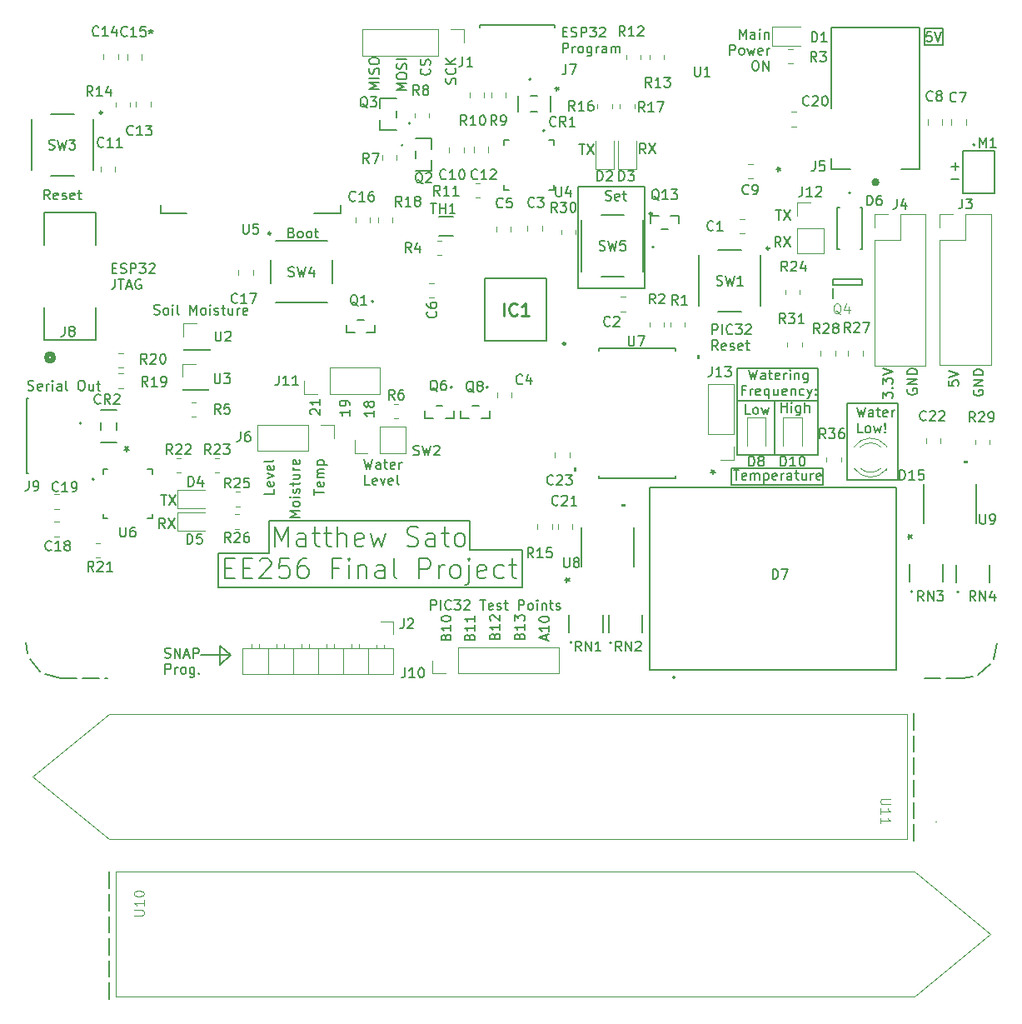
<source format=gbr>
%TF.GenerationSoftware,KiCad,Pcbnew,7.0.6*%
%TF.CreationDate,2023-11-01T15:52:39-07:00*%
%TF.ProjectId,Deliverable4_schematics,44656c69-7665-4726-9162-6c65345f7363,rev?*%
%TF.SameCoordinates,Original*%
%TF.FileFunction,Legend,Top*%
%TF.FilePolarity,Positive*%
%FSLAX46Y46*%
G04 Gerber Fmt 4.6, Leading zero omitted, Abs format (unit mm)*
G04 Created by KiCad (PCBNEW 7.0.6) date 2023-11-01 15:52:39*
%MOMM*%
%LPD*%
G01*
G04 APERTURE LIST*
%ADD10C,0.150000*%
%ADD11C,0.100000*%
%ADD12C,0.254000*%
%ADD13C,0.125000*%
%ADD14C,0.120000*%
%ADD15C,0.127000*%
%ADD16C,0.200000*%
%ADD17C,0.152400*%
%ADD18C,0.400000*%
%ADD19C,0.250000*%
%ADD20C,0.508000*%
G04 APERTURE END LIST*
D10*
X245500000Y-112600000D02*
X253700000Y-112600000D01*
X192700000Y-128100000D02*
X197900000Y-128100000D01*
X271900000Y-137300000D02*
X271518221Y-138889558D01*
X271201351Y-139398196D02*
X269942865Y-140441586D01*
X269384326Y-140658735D02*
X268400000Y-140800000D01*
X197900000Y-128100000D02*
X197900000Y-124800000D01*
X176700000Y-140801428D02*
X175110393Y-140419799D01*
X174601682Y-140103044D02*
X173557833Y-138844923D01*
X173340411Y-138286490D02*
X173200000Y-137200000D01*
X245500000Y-109300000D02*
X253700000Y-109300000D01*
X253700000Y-118100000D01*
X245500000Y-118100000D01*
X245500000Y-109300000D01*
X223600000Y-131600000D02*
X192700000Y-131600000D01*
X229300000Y-90900000D02*
X236100000Y-90900000D01*
X236100000Y-101200000D01*
X229300000Y-101200000D01*
X229300000Y-90900000D01*
X192850000Y-139450000D02*
X192850000Y-137550000D01*
X193950000Y-138450000D02*
X192850000Y-139450000D01*
X265700000Y-155400000D02*
X265700000Y-155400000D01*
X190950000Y-138450000D02*
X193950000Y-138450000D01*
X192700000Y-131600000D02*
X192700000Y-128100000D01*
X268400000Y-140800000D02*
X266750000Y-140800000D01*
X266150000Y-140800000D02*
X264500000Y-140800000D01*
X264500000Y-74750000D02*
X266400000Y-74750000D01*
X266400000Y-76450000D01*
X264500000Y-76450000D01*
X264500000Y-74750000D01*
X249300000Y-112500000D02*
X249300000Y-118000000D01*
X256600000Y-112900000D02*
X261800000Y-112900000D01*
X261800000Y-120700000D01*
X256600000Y-120700000D01*
X256600000Y-112900000D01*
X198400000Y-124800000D02*
X218300000Y-124800000D01*
X223600000Y-127800000D02*
X223600000Y-131600000D01*
X197900000Y-124800000D02*
X198400000Y-124800000D01*
X244900000Y-119500000D02*
X254200000Y-119500000D01*
X254200000Y-121200000D01*
X244900000Y-121200000D01*
X244900000Y-119500000D01*
X192850000Y-137550000D02*
X193950000Y-138450000D01*
X176700000Y-140801428D02*
X178350000Y-140800937D01*
X178950000Y-140800759D02*
X180600000Y-140800268D01*
X181200000Y-140800089D02*
X181499083Y-140800000D01*
X181600000Y-173400000D02*
X181600000Y-171750000D01*
X181600000Y-171150000D02*
X181600000Y-169500000D01*
X181600000Y-168900000D02*
X181600000Y-167250000D01*
X181600000Y-166650000D02*
X181600000Y-165000000D01*
X181600000Y-164400000D02*
X181600000Y-162750000D01*
X181600000Y-162150000D02*
X181600000Y-160500000D01*
X218300000Y-127800000D02*
X223600000Y-127800000D01*
X263400000Y-157300000D02*
X263400000Y-155650000D01*
X263400000Y-155050000D02*
X263400000Y-153400000D01*
X263400000Y-152800000D02*
X263400000Y-151150000D01*
X263400000Y-150550000D02*
X263400000Y-148900000D01*
X263400000Y-148300000D02*
X263400000Y-146650000D01*
X263400000Y-146050000D02*
X263400000Y-144400000D01*
X218300000Y-124800000D02*
X218300000Y-127800000D01*
X265212969Y-75119819D02*
X264736779Y-75119819D01*
X264736779Y-75119819D02*
X264689160Y-75596009D01*
X264689160Y-75596009D02*
X264736779Y-75548390D01*
X264736779Y-75548390D02*
X264832017Y-75500771D01*
X264832017Y-75500771D02*
X265070112Y-75500771D01*
X265070112Y-75500771D02*
X265165350Y-75548390D01*
X265165350Y-75548390D02*
X265212969Y-75596009D01*
X265212969Y-75596009D02*
X265260588Y-75691247D01*
X265260588Y-75691247D02*
X265260588Y-75929342D01*
X265260588Y-75929342D02*
X265212969Y-76024580D01*
X265212969Y-76024580D02*
X265165350Y-76072200D01*
X265165350Y-76072200D02*
X265070112Y-76119819D01*
X265070112Y-76119819D02*
X264832017Y-76119819D01*
X264832017Y-76119819D02*
X264736779Y-76072200D01*
X264736779Y-76072200D02*
X264689160Y-76024580D01*
X265546303Y-75119819D02*
X265879636Y-76119819D01*
X265879636Y-76119819D02*
X266212969Y-75119819D01*
X202165057Y-114010839D02*
X202117438Y-113963220D01*
X202117438Y-113963220D02*
X202069819Y-113867982D01*
X202069819Y-113867982D02*
X202069819Y-113629887D01*
X202069819Y-113629887D02*
X202117438Y-113534649D01*
X202117438Y-113534649D02*
X202165057Y-113487030D01*
X202165057Y-113487030D02*
X202260295Y-113439411D01*
X202260295Y-113439411D02*
X202355533Y-113439411D01*
X202355533Y-113439411D02*
X202498390Y-113487030D01*
X202498390Y-113487030D02*
X203069819Y-114058458D01*
X203069819Y-114058458D02*
X203069819Y-113439411D01*
X203069819Y-112487030D02*
X203069819Y-113058458D01*
X203069819Y-112772744D02*
X202069819Y-112772744D01*
X202069819Y-112772744D02*
X202212676Y-112867982D01*
X202212676Y-112867982D02*
X202307914Y-112963220D01*
X202307914Y-112963220D02*
X202355533Y-113058458D01*
X246812969Y-113969819D02*
X246336779Y-113969819D01*
X246336779Y-113969819D02*
X246336779Y-112969819D01*
X247289160Y-113969819D02*
X247193922Y-113922200D01*
X247193922Y-113922200D02*
X247146303Y-113874580D01*
X247146303Y-113874580D02*
X247098684Y-113779342D01*
X247098684Y-113779342D02*
X247098684Y-113493628D01*
X247098684Y-113493628D02*
X247146303Y-113398390D01*
X247146303Y-113398390D02*
X247193922Y-113350771D01*
X247193922Y-113350771D02*
X247289160Y-113303152D01*
X247289160Y-113303152D02*
X247432017Y-113303152D01*
X247432017Y-113303152D02*
X247527255Y-113350771D01*
X247527255Y-113350771D02*
X247574874Y-113398390D01*
X247574874Y-113398390D02*
X247622493Y-113493628D01*
X247622493Y-113493628D02*
X247622493Y-113779342D01*
X247622493Y-113779342D02*
X247574874Y-113874580D01*
X247574874Y-113874580D02*
X247527255Y-113922200D01*
X247527255Y-113922200D02*
X247432017Y-113969819D01*
X247432017Y-113969819D02*
X247289160Y-113969819D01*
X247955827Y-113303152D02*
X248146303Y-113969819D01*
X248146303Y-113969819D02*
X248336779Y-113493628D01*
X248336779Y-113493628D02*
X248527255Y-113969819D01*
X248527255Y-113969819D02*
X248717731Y-113303152D01*
X187308207Y-125569819D02*
X186974874Y-125093628D01*
X186736779Y-125569819D02*
X186736779Y-124569819D01*
X186736779Y-124569819D02*
X187117731Y-124569819D01*
X187117731Y-124569819D02*
X187212969Y-124617438D01*
X187212969Y-124617438D02*
X187260588Y-124665057D01*
X187260588Y-124665057D02*
X187308207Y-124760295D01*
X187308207Y-124760295D02*
X187308207Y-124903152D01*
X187308207Y-124903152D02*
X187260588Y-124998390D01*
X187260588Y-124998390D02*
X187212969Y-125046009D01*
X187212969Y-125046009D02*
X187117731Y-125093628D01*
X187117731Y-125093628D02*
X186736779Y-125093628D01*
X187641541Y-124569819D02*
X188308207Y-125569819D01*
X188308207Y-124569819D02*
X187641541Y-125569819D01*
X257641541Y-113259819D02*
X257879636Y-114259819D01*
X257879636Y-114259819D02*
X258070112Y-113545533D01*
X258070112Y-113545533D02*
X258260588Y-114259819D01*
X258260588Y-114259819D02*
X258498684Y-113259819D01*
X259308207Y-114259819D02*
X259308207Y-113736009D01*
X259308207Y-113736009D02*
X259260588Y-113640771D01*
X259260588Y-113640771D02*
X259165350Y-113593152D01*
X259165350Y-113593152D02*
X258974874Y-113593152D01*
X258974874Y-113593152D02*
X258879636Y-113640771D01*
X259308207Y-114212200D02*
X259212969Y-114259819D01*
X259212969Y-114259819D02*
X258974874Y-114259819D01*
X258974874Y-114259819D02*
X258879636Y-114212200D01*
X258879636Y-114212200D02*
X258832017Y-114116961D01*
X258832017Y-114116961D02*
X258832017Y-114021723D01*
X258832017Y-114021723D02*
X258879636Y-113926485D01*
X258879636Y-113926485D02*
X258974874Y-113878866D01*
X258974874Y-113878866D02*
X259212969Y-113878866D01*
X259212969Y-113878866D02*
X259308207Y-113831247D01*
X259641541Y-113593152D02*
X260022493Y-113593152D01*
X259784398Y-113259819D02*
X259784398Y-114116961D01*
X259784398Y-114116961D02*
X259832017Y-114212200D01*
X259832017Y-114212200D02*
X259927255Y-114259819D01*
X259927255Y-114259819D02*
X260022493Y-114259819D01*
X260736779Y-114212200D02*
X260641541Y-114259819D01*
X260641541Y-114259819D02*
X260451065Y-114259819D01*
X260451065Y-114259819D02*
X260355827Y-114212200D01*
X260355827Y-114212200D02*
X260308208Y-114116961D01*
X260308208Y-114116961D02*
X260308208Y-113736009D01*
X260308208Y-113736009D02*
X260355827Y-113640771D01*
X260355827Y-113640771D02*
X260451065Y-113593152D01*
X260451065Y-113593152D02*
X260641541Y-113593152D01*
X260641541Y-113593152D02*
X260736779Y-113640771D01*
X260736779Y-113640771D02*
X260784398Y-113736009D01*
X260784398Y-113736009D02*
X260784398Y-113831247D01*
X260784398Y-113831247D02*
X260308208Y-113926485D01*
X261212970Y-114259819D02*
X261212970Y-113593152D01*
X261212970Y-113783628D02*
X261260589Y-113688390D01*
X261260589Y-113688390D02*
X261308208Y-113640771D01*
X261308208Y-113640771D02*
X261403446Y-113593152D01*
X261403446Y-113593152D02*
X261498684Y-113593152D01*
X258212969Y-115869819D02*
X257736779Y-115869819D01*
X257736779Y-115869819D02*
X257736779Y-114869819D01*
X258689160Y-115869819D02*
X258593922Y-115822200D01*
X258593922Y-115822200D02*
X258546303Y-115774580D01*
X258546303Y-115774580D02*
X258498684Y-115679342D01*
X258498684Y-115679342D02*
X258498684Y-115393628D01*
X258498684Y-115393628D02*
X258546303Y-115298390D01*
X258546303Y-115298390D02*
X258593922Y-115250771D01*
X258593922Y-115250771D02*
X258689160Y-115203152D01*
X258689160Y-115203152D02*
X258832017Y-115203152D01*
X258832017Y-115203152D02*
X258927255Y-115250771D01*
X258927255Y-115250771D02*
X258974874Y-115298390D01*
X258974874Y-115298390D02*
X259022493Y-115393628D01*
X259022493Y-115393628D02*
X259022493Y-115679342D01*
X259022493Y-115679342D02*
X258974874Y-115774580D01*
X258974874Y-115774580D02*
X258927255Y-115822200D01*
X258927255Y-115822200D02*
X258832017Y-115869819D01*
X258832017Y-115869819D02*
X258689160Y-115869819D01*
X259355827Y-115203152D02*
X259546303Y-115869819D01*
X259546303Y-115869819D02*
X259736779Y-115393628D01*
X259736779Y-115393628D02*
X259927255Y-115869819D01*
X259927255Y-115869819D02*
X260117731Y-115203152D01*
X260498684Y-115774580D02*
X260546303Y-115822200D01*
X260546303Y-115822200D02*
X260498684Y-115869819D01*
X260498684Y-115869819D02*
X260451065Y-115822200D01*
X260451065Y-115822200D02*
X260498684Y-115774580D01*
X260498684Y-115774580D02*
X260498684Y-115869819D01*
X260498684Y-115488866D02*
X260451065Y-114917438D01*
X260451065Y-114917438D02*
X260498684Y-114869819D01*
X260498684Y-114869819D02*
X260546303Y-114917438D01*
X260546303Y-114917438D02*
X260498684Y-115488866D01*
X260498684Y-115488866D02*
X260498684Y-114869819D01*
X249936779Y-113769819D02*
X249936779Y-112769819D01*
X249936779Y-113246009D02*
X250508207Y-113246009D01*
X250508207Y-113769819D02*
X250508207Y-112769819D01*
X250984398Y-113769819D02*
X250984398Y-113103152D01*
X250984398Y-112769819D02*
X250936779Y-112817438D01*
X250936779Y-112817438D02*
X250984398Y-112865057D01*
X250984398Y-112865057D02*
X251032017Y-112817438D01*
X251032017Y-112817438D02*
X250984398Y-112769819D01*
X250984398Y-112769819D02*
X250984398Y-112865057D01*
X251889159Y-113103152D02*
X251889159Y-113912676D01*
X251889159Y-113912676D02*
X251841540Y-114007914D01*
X251841540Y-114007914D02*
X251793921Y-114055533D01*
X251793921Y-114055533D02*
X251698683Y-114103152D01*
X251698683Y-114103152D02*
X251555826Y-114103152D01*
X251555826Y-114103152D02*
X251460588Y-114055533D01*
X251889159Y-113722200D02*
X251793921Y-113769819D01*
X251793921Y-113769819D02*
X251603445Y-113769819D01*
X251603445Y-113769819D02*
X251508207Y-113722200D01*
X251508207Y-113722200D02*
X251460588Y-113674580D01*
X251460588Y-113674580D02*
X251412969Y-113579342D01*
X251412969Y-113579342D02*
X251412969Y-113293628D01*
X251412969Y-113293628D02*
X251460588Y-113198390D01*
X251460588Y-113198390D02*
X251508207Y-113150771D01*
X251508207Y-113150771D02*
X251603445Y-113103152D01*
X251603445Y-113103152D02*
X251793921Y-113103152D01*
X251793921Y-113103152D02*
X251889159Y-113150771D01*
X252365350Y-113769819D02*
X252365350Y-112769819D01*
X252793921Y-113769819D02*
X252793921Y-113246009D01*
X252793921Y-113246009D02*
X252746302Y-113150771D01*
X252746302Y-113150771D02*
X252651064Y-113103152D01*
X252651064Y-113103152D02*
X252508207Y-113103152D01*
X252508207Y-113103152D02*
X252412969Y-113150771D01*
X252412969Y-113150771D02*
X252365350Y-113198390D01*
X187289160Y-138712200D02*
X187432017Y-138759819D01*
X187432017Y-138759819D02*
X187670112Y-138759819D01*
X187670112Y-138759819D02*
X187765350Y-138712200D01*
X187765350Y-138712200D02*
X187812969Y-138664580D01*
X187812969Y-138664580D02*
X187860588Y-138569342D01*
X187860588Y-138569342D02*
X187860588Y-138474104D01*
X187860588Y-138474104D02*
X187812969Y-138378866D01*
X187812969Y-138378866D02*
X187765350Y-138331247D01*
X187765350Y-138331247D02*
X187670112Y-138283628D01*
X187670112Y-138283628D02*
X187479636Y-138236009D01*
X187479636Y-138236009D02*
X187384398Y-138188390D01*
X187384398Y-138188390D02*
X187336779Y-138140771D01*
X187336779Y-138140771D02*
X187289160Y-138045533D01*
X187289160Y-138045533D02*
X187289160Y-137950295D01*
X187289160Y-137950295D02*
X187336779Y-137855057D01*
X187336779Y-137855057D02*
X187384398Y-137807438D01*
X187384398Y-137807438D02*
X187479636Y-137759819D01*
X187479636Y-137759819D02*
X187717731Y-137759819D01*
X187717731Y-137759819D02*
X187860588Y-137807438D01*
X188289160Y-138759819D02*
X188289160Y-137759819D01*
X188289160Y-137759819D02*
X188860588Y-138759819D01*
X188860588Y-138759819D02*
X188860588Y-137759819D01*
X189289160Y-138474104D02*
X189765350Y-138474104D01*
X189193922Y-138759819D02*
X189527255Y-137759819D01*
X189527255Y-137759819D02*
X189860588Y-138759819D01*
X190193922Y-138759819D02*
X190193922Y-137759819D01*
X190193922Y-137759819D02*
X190574874Y-137759819D01*
X190574874Y-137759819D02*
X190670112Y-137807438D01*
X190670112Y-137807438D02*
X190717731Y-137855057D01*
X190717731Y-137855057D02*
X190765350Y-137950295D01*
X190765350Y-137950295D02*
X190765350Y-138093152D01*
X190765350Y-138093152D02*
X190717731Y-138188390D01*
X190717731Y-138188390D02*
X190670112Y-138236009D01*
X190670112Y-138236009D02*
X190574874Y-138283628D01*
X190574874Y-138283628D02*
X190193922Y-138283628D01*
X187336779Y-140369819D02*
X187336779Y-139369819D01*
X187336779Y-139369819D02*
X187717731Y-139369819D01*
X187717731Y-139369819D02*
X187812969Y-139417438D01*
X187812969Y-139417438D02*
X187860588Y-139465057D01*
X187860588Y-139465057D02*
X187908207Y-139560295D01*
X187908207Y-139560295D02*
X187908207Y-139703152D01*
X187908207Y-139703152D02*
X187860588Y-139798390D01*
X187860588Y-139798390D02*
X187812969Y-139846009D01*
X187812969Y-139846009D02*
X187717731Y-139893628D01*
X187717731Y-139893628D02*
X187336779Y-139893628D01*
X188336779Y-140369819D02*
X188336779Y-139703152D01*
X188336779Y-139893628D02*
X188384398Y-139798390D01*
X188384398Y-139798390D02*
X188432017Y-139750771D01*
X188432017Y-139750771D02*
X188527255Y-139703152D01*
X188527255Y-139703152D02*
X188622493Y-139703152D01*
X189098684Y-140369819D02*
X189003446Y-140322200D01*
X189003446Y-140322200D02*
X188955827Y-140274580D01*
X188955827Y-140274580D02*
X188908208Y-140179342D01*
X188908208Y-140179342D02*
X188908208Y-139893628D01*
X188908208Y-139893628D02*
X188955827Y-139798390D01*
X188955827Y-139798390D02*
X189003446Y-139750771D01*
X189003446Y-139750771D02*
X189098684Y-139703152D01*
X189098684Y-139703152D02*
X189241541Y-139703152D01*
X189241541Y-139703152D02*
X189336779Y-139750771D01*
X189336779Y-139750771D02*
X189384398Y-139798390D01*
X189384398Y-139798390D02*
X189432017Y-139893628D01*
X189432017Y-139893628D02*
X189432017Y-140179342D01*
X189432017Y-140179342D02*
X189384398Y-140274580D01*
X189384398Y-140274580D02*
X189336779Y-140322200D01*
X189336779Y-140322200D02*
X189241541Y-140369819D01*
X189241541Y-140369819D02*
X189098684Y-140369819D01*
X190289160Y-139703152D02*
X190289160Y-140512676D01*
X190289160Y-140512676D02*
X190241541Y-140607914D01*
X190241541Y-140607914D02*
X190193922Y-140655533D01*
X190193922Y-140655533D02*
X190098684Y-140703152D01*
X190098684Y-140703152D02*
X189955827Y-140703152D01*
X189955827Y-140703152D02*
X189860589Y-140655533D01*
X190289160Y-140322200D02*
X190193922Y-140369819D01*
X190193922Y-140369819D02*
X190003446Y-140369819D01*
X190003446Y-140369819D02*
X189908208Y-140322200D01*
X189908208Y-140322200D02*
X189860589Y-140274580D01*
X189860589Y-140274580D02*
X189812970Y-140179342D01*
X189812970Y-140179342D02*
X189812970Y-139893628D01*
X189812970Y-139893628D02*
X189860589Y-139798390D01*
X189860589Y-139798390D02*
X189908208Y-139750771D01*
X189908208Y-139750771D02*
X190003446Y-139703152D01*
X190003446Y-139703152D02*
X190193922Y-139703152D01*
X190193922Y-139703152D02*
X190289160Y-139750771D01*
X190765351Y-140274580D02*
X190812970Y-140322200D01*
X190812970Y-140322200D02*
X190765351Y-140369819D01*
X190765351Y-140369819D02*
X190717732Y-140322200D01*
X190717732Y-140322200D02*
X190765351Y-140274580D01*
X190765351Y-140274580D02*
X190765351Y-140369819D01*
X223326009Y-136529887D02*
X223373628Y-136387030D01*
X223373628Y-136387030D02*
X223421247Y-136339411D01*
X223421247Y-136339411D02*
X223516485Y-136291792D01*
X223516485Y-136291792D02*
X223659342Y-136291792D01*
X223659342Y-136291792D02*
X223754580Y-136339411D01*
X223754580Y-136339411D02*
X223802200Y-136387030D01*
X223802200Y-136387030D02*
X223849819Y-136482268D01*
X223849819Y-136482268D02*
X223849819Y-136863220D01*
X223849819Y-136863220D02*
X222849819Y-136863220D01*
X222849819Y-136863220D02*
X222849819Y-136529887D01*
X222849819Y-136529887D02*
X222897438Y-136434649D01*
X222897438Y-136434649D02*
X222945057Y-136387030D01*
X222945057Y-136387030D02*
X223040295Y-136339411D01*
X223040295Y-136339411D02*
X223135533Y-136339411D01*
X223135533Y-136339411D02*
X223230771Y-136387030D01*
X223230771Y-136387030D02*
X223278390Y-136434649D01*
X223278390Y-136434649D02*
X223326009Y-136529887D01*
X223326009Y-136529887D02*
X223326009Y-136863220D01*
X223849819Y-135339411D02*
X223849819Y-135910839D01*
X223849819Y-135625125D02*
X222849819Y-135625125D01*
X222849819Y-135625125D02*
X222992676Y-135720363D01*
X222992676Y-135720363D02*
X223087914Y-135815601D01*
X223087914Y-135815601D02*
X223135533Y-135910839D01*
X222849819Y-135006077D02*
X222849819Y-134387030D01*
X222849819Y-134387030D02*
X223230771Y-134720363D01*
X223230771Y-134720363D02*
X223230771Y-134577506D01*
X223230771Y-134577506D02*
X223278390Y-134482268D01*
X223278390Y-134482268D02*
X223326009Y-134434649D01*
X223326009Y-134434649D02*
X223421247Y-134387030D01*
X223421247Y-134387030D02*
X223659342Y-134387030D01*
X223659342Y-134387030D02*
X223754580Y-134434649D01*
X223754580Y-134434649D02*
X223802200Y-134482268D01*
X223802200Y-134482268D02*
X223849819Y-134577506D01*
X223849819Y-134577506D02*
X223849819Y-134863220D01*
X223849819Y-134863220D02*
X223802200Y-134958458D01*
X223802200Y-134958458D02*
X223754580Y-135006077D01*
X226064104Y-136910839D02*
X226064104Y-136434649D01*
X226349819Y-137006077D02*
X225349819Y-136672744D01*
X225349819Y-136672744D02*
X226349819Y-136339411D01*
X226349819Y-135482268D02*
X226349819Y-136053696D01*
X226349819Y-135767982D02*
X225349819Y-135767982D01*
X225349819Y-135767982D02*
X225492676Y-135863220D01*
X225492676Y-135863220D02*
X225587914Y-135958458D01*
X225587914Y-135958458D02*
X225635533Y-136053696D01*
X225349819Y-134863220D02*
X225349819Y-134767982D01*
X225349819Y-134767982D02*
X225397438Y-134672744D01*
X225397438Y-134672744D02*
X225445057Y-134625125D01*
X225445057Y-134625125D02*
X225540295Y-134577506D01*
X225540295Y-134577506D02*
X225730771Y-134529887D01*
X225730771Y-134529887D02*
X225968866Y-134529887D01*
X225968866Y-134529887D02*
X226159342Y-134577506D01*
X226159342Y-134577506D02*
X226254580Y-134625125D01*
X226254580Y-134625125D02*
X226302200Y-134672744D01*
X226302200Y-134672744D02*
X226349819Y-134767982D01*
X226349819Y-134767982D02*
X226349819Y-134863220D01*
X226349819Y-134863220D02*
X226302200Y-134958458D01*
X226302200Y-134958458D02*
X226254580Y-135006077D01*
X226254580Y-135006077D02*
X226159342Y-135053696D01*
X226159342Y-135053696D02*
X225968866Y-135101315D01*
X225968866Y-135101315D02*
X225730771Y-135101315D01*
X225730771Y-135101315D02*
X225540295Y-135053696D01*
X225540295Y-135053696D02*
X225445057Y-135006077D01*
X225445057Y-135006077D02*
X225397438Y-134958458D01*
X225397438Y-134958458D02*
X225349819Y-134863220D01*
X209069819Y-80963220D02*
X208069819Y-80963220D01*
X208069819Y-80963220D02*
X208784104Y-80629887D01*
X208784104Y-80629887D02*
X208069819Y-80296554D01*
X208069819Y-80296554D02*
X209069819Y-80296554D01*
X209069819Y-79820363D02*
X208069819Y-79820363D01*
X209022200Y-79391792D02*
X209069819Y-79248935D01*
X209069819Y-79248935D02*
X209069819Y-79010840D01*
X209069819Y-79010840D02*
X209022200Y-78915602D01*
X209022200Y-78915602D02*
X208974580Y-78867983D01*
X208974580Y-78867983D02*
X208879342Y-78820364D01*
X208879342Y-78820364D02*
X208784104Y-78820364D01*
X208784104Y-78820364D02*
X208688866Y-78867983D01*
X208688866Y-78867983D02*
X208641247Y-78915602D01*
X208641247Y-78915602D02*
X208593628Y-79010840D01*
X208593628Y-79010840D02*
X208546009Y-79201316D01*
X208546009Y-79201316D02*
X208498390Y-79296554D01*
X208498390Y-79296554D02*
X208450771Y-79344173D01*
X208450771Y-79344173D02*
X208355533Y-79391792D01*
X208355533Y-79391792D02*
X208260295Y-79391792D01*
X208260295Y-79391792D02*
X208165057Y-79344173D01*
X208165057Y-79344173D02*
X208117438Y-79296554D01*
X208117438Y-79296554D02*
X208069819Y-79201316D01*
X208069819Y-79201316D02*
X208069819Y-78963221D01*
X208069819Y-78963221D02*
X208117438Y-78820364D01*
X208069819Y-78201316D02*
X208069819Y-78010840D01*
X208069819Y-78010840D02*
X208117438Y-77915602D01*
X208117438Y-77915602D02*
X208212676Y-77820364D01*
X208212676Y-77820364D02*
X208403152Y-77772745D01*
X208403152Y-77772745D02*
X208736485Y-77772745D01*
X208736485Y-77772745D02*
X208926961Y-77820364D01*
X208926961Y-77820364D02*
X209022200Y-77915602D01*
X209022200Y-77915602D02*
X209069819Y-78010840D01*
X209069819Y-78010840D02*
X209069819Y-78201316D01*
X209069819Y-78201316D02*
X209022200Y-78296554D01*
X209022200Y-78296554D02*
X208926961Y-78391792D01*
X208926961Y-78391792D02*
X208736485Y-78439411D01*
X208736485Y-78439411D02*
X208403152Y-78439411D01*
X208403152Y-78439411D02*
X208212676Y-78391792D01*
X208212676Y-78391792D02*
X208117438Y-78296554D01*
X208117438Y-78296554D02*
X208069819Y-78201316D01*
X214336779Y-133869819D02*
X214336779Y-132869819D01*
X214336779Y-132869819D02*
X214717731Y-132869819D01*
X214717731Y-132869819D02*
X214812969Y-132917438D01*
X214812969Y-132917438D02*
X214860588Y-132965057D01*
X214860588Y-132965057D02*
X214908207Y-133060295D01*
X214908207Y-133060295D02*
X214908207Y-133203152D01*
X214908207Y-133203152D02*
X214860588Y-133298390D01*
X214860588Y-133298390D02*
X214812969Y-133346009D01*
X214812969Y-133346009D02*
X214717731Y-133393628D01*
X214717731Y-133393628D02*
X214336779Y-133393628D01*
X215336779Y-133869819D02*
X215336779Y-132869819D01*
X216384397Y-133774580D02*
X216336778Y-133822200D01*
X216336778Y-133822200D02*
X216193921Y-133869819D01*
X216193921Y-133869819D02*
X216098683Y-133869819D01*
X216098683Y-133869819D02*
X215955826Y-133822200D01*
X215955826Y-133822200D02*
X215860588Y-133726961D01*
X215860588Y-133726961D02*
X215812969Y-133631723D01*
X215812969Y-133631723D02*
X215765350Y-133441247D01*
X215765350Y-133441247D02*
X215765350Y-133298390D01*
X215765350Y-133298390D02*
X215812969Y-133107914D01*
X215812969Y-133107914D02*
X215860588Y-133012676D01*
X215860588Y-133012676D02*
X215955826Y-132917438D01*
X215955826Y-132917438D02*
X216098683Y-132869819D01*
X216098683Y-132869819D02*
X216193921Y-132869819D01*
X216193921Y-132869819D02*
X216336778Y-132917438D01*
X216336778Y-132917438D02*
X216384397Y-132965057D01*
X216717731Y-132869819D02*
X217336778Y-132869819D01*
X217336778Y-132869819D02*
X217003445Y-133250771D01*
X217003445Y-133250771D02*
X217146302Y-133250771D01*
X217146302Y-133250771D02*
X217241540Y-133298390D01*
X217241540Y-133298390D02*
X217289159Y-133346009D01*
X217289159Y-133346009D02*
X217336778Y-133441247D01*
X217336778Y-133441247D02*
X217336778Y-133679342D01*
X217336778Y-133679342D02*
X217289159Y-133774580D01*
X217289159Y-133774580D02*
X217241540Y-133822200D01*
X217241540Y-133822200D02*
X217146302Y-133869819D01*
X217146302Y-133869819D02*
X216860588Y-133869819D01*
X216860588Y-133869819D02*
X216765350Y-133822200D01*
X216765350Y-133822200D02*
X216717731Y-133774580D01*
X217717731Y-132965057D02*
X217765350Y-132917438D01*
X217765350Y-132917438D02*
X217860588Y-132869819D01*
X217860588Y-132869819D02*
X218098683Y-132869819D01*
X218098683Y-132869819D02*
X218193921Y-132917438D01*
X218193921Y-132917438D02*
X218241540Y-132965057D01*
X218241540Y-132965057D02*
X218289159Y-133060295D01*
X218289159Y-133060295D02*
X218289159Y-133155533D01*
X218289159Y-133155533D02*
X218241540Y-133298390D01*
X218241540Y-133298390D02*
X217670112Y-133869819D01*
X217670112Y-133869819D02*
X218289159Y-133869819D01*
X219336779Y-132869819D02*
X219908207Y-132869819D01*
X219622493Y-133869819D02*
X219622493Y-132869819D01*
X220622493Y-133822200D02*
X220527255Y-133869819D01*
X220527255Y-133869819D02*
X220336779Y-133869819D01*
X220336779Y-133869819D02*
X220241541Y-133822200D01*
X220241541Y-133822200D02*
X220193922Y-133726961D01*
X220193922Y-133726961D02*
X220193922Y-133346009D01*
X220193922Y-133346009D02*
X220241541Y-133250771D01*
X220241541Y-133250771D02*
X220336779Y-133203152D01*
X220336779Y-133203152D02*
X220527255Y-133203152D01*
X220527255Y-133203152D02*
X220622493Y-133250771D01*
X220622493Y-133250771D02*
X220670112Y-133346009D01*
X220670112Y-133346009D02*
X220670112Y-133441247D01*
X220670112Y-133441247D02*
X220193922Y-133536485D01*
X221051065Y-133822200D02*
X221146303Y-133869819D01*
X221146303Y-133869819D02*
X221336779Y-133869819D01*
X221336779Y-133869819D02*
X221432017Y-133822200D01*
X221432017Y-133822200D02*
X221479636Y-133726961D01*
X221479636Y-133726961D02*
X221479636Y-133679342D01*
X221479636Y-133679342D02*
X221432017Y-133584104D01*
X221432017Y-133584104D02*
X221336779Y-133536485D01*
X221336779Y-133536485D02*
X221193922Y-133536485D01*
X221193922Y-133536485D02*
X221098684Y-133488866D01*
X221098684Y-133488866D02*
X221051065Y-133393628D01*
X221051065Y-133393628D02*
X221051065Y-133346009D01*
X221051065Y-133346009D02*
X221098684Y-133250771D01*
X221098684Y-133250771D02*
X221193922Y-133203152D01*
X221193922Y-133203152D02*
X221336779Y-133203152D01*
X221336779Y-133203152D02*
X221432017Y-133250771D01*
X221765351Y-133203152D02*
X222146303Y-133203152D01*
X221908208Y-132869819D02*
X221908208Y-133726961D01*
X221908208Y-133726961D02*
X221955827Y-133822200D01*
X221955827Y-133822200D02*
X222051065Y-133869819D01*
X222051065Y-133869819D02*
X222146303Y-133869819D01*
X223241542Y-133869819D02*
X223241542Y-132869819D01*
X223241542Y-132869819D02*
X223622494Y-132869819D01*
X223622494Y-132869819D02*
X223717732Y-132917438D01*
X223717732Y-132917438D02*
X223765351Y-132965057D01*
X223765351Y-132965057D02*
X223812970Y-133060295D01*
X223812970Y-133060295D02*
X223812970Y-133203152D01*
X223812970Y-133203152D02*
X223765351Y-133298390D01*
X223765351Y-133298390D02*
X223717732Y-133346009D01*
X223717732Y-133346009D02*
X223622494Y-133393628D01*
X223622494Y-133393628D02*
X223241542Y-133393628D01*
X224384399Y-133869819D02*
X224289161Y-133822200D01*
X224289161Y-133822200D02*
X224241542Y-133774580D01*
X224241542Y-133774580D02*
X224193923Y-133679342D01*
X224193923Y-133679342D02*
X224193923Y-133393628D01*
X224193923Y-133393628D02*
X224241542Y-133298390D01*
X224241542Y-133298390D02*
X224289161Y-133250771D01*
X224289161Y-133250771D02*
X224384399Y-133203152D01*
X224384399Y-133203152D02*
X224527256Y-133203152D01*
X224527256Y-133203152D02*
X224622494Y-133250771D01*
X224622494Y-133250771D02*
X224670113Y-133298390D01*
X224670113Y-133298390D02*
X224717732Y-133393628D01*
X224717732Y-133393628D02*
X224717732Y-133679342D01*
X224717732Y-133679342D02*
X224670113Y-133774580D01*
X224670113Y-133774580D02*
X224622494Y-133822200D01*
X224622494Y-133822200D02*
X224527256Y-133869819D01*
X224527256Y-133869819D02*
X224384399Y-133869819D01*
X225146304Y-133869819D02*
X225146304Y-133203152D01*
X225146304Y-132869819D02*
X225098685Y-132917438D01*
X225098685Y-132917438D02*
X225146304Y-132965057D01*
X225146304Y-132965057D02*
X225193923Y-132917438D01*
X225193923Y-132917438D02*
X225146304Y-132869819D01*
X225146304Y-132869819D02*
X225146304Y-132965057D01*
X225622494Y-133203152D02*
X225622494Y-133869819D01*
X225622494Y-133298390D02*
X225670113Y-133250771D01*
X225670113Y-133250771D02*
X225765351Y-133203152D01*
X225765351Y-133203152D02*
X225908208Y-133203152D01*
X225908208Y-133203152D02*
X226003446Y-133250771D01*
X226003446Y-133250771D02*
X226051065Y-133346009D01*
X226051065Y-133346009D02*
X226051065Y-133869819D01*
X226384399Y-133203152D02*
X226765351Y-133203152D01*
X226527256Y-132869819D02*
X226527256Y-133726961D01*
X226527256Y-133726961D02*
X226574875Y-133822200D01*
X226574875Y-133822200D02*
X226670113Y-133869819D01*
X226670113Y-133869819D02*
X226765351Y-133869819D01*
X227051066Y-133822200D02*
X227146304Y-133869819D01*
X227146304Y-133869819D02*
X227336780Y-133869819D01*
X227336780Y-133869819D02*
X227432018Y-133822200D01*
X227432018Y-133822200D02*
X227479637Y-133726961D01*
X227479637Y-133726961D02*
X227479637Y-133679342D01*
X227479637Y-133679342D02*
X227432018Y-133584104D01*
X227432018Y-133584104D02*
X227336780Y-133536485D01*
X227336780Y-133536485D02*
X227193923Y-133536485D01*
X227193923Y-133536485D02*
X227098685Y-133488866D01*
X227098685Y-133488866D02*
X227051066Y-133393628D01*
X227051066Y-133393628D02*
X227051066Y-133346009D01*
X227051066Y-133346009D02*
X227098685Y-133250771D01*
X227098685Y-133250771D02*
X227193923Y-133203152D01*
X227193923Y-133203152D02*
X227336780Y-133203152D01*
X227336780Y-133203152D02*
X227432018Y-133250771D01*
X198394819Y-121587030D02*
X198394819Y-122063220D01*
X198394819Y-122063220D02*
X197394819Y-122063220D01*
X198347200Y-120872744D02*
X198394819Y-120967982D01*
X198394819Y-120967982D02*
X198394819Y-121158458D01*
X198394819Y-121158458D02*
X198347200Y-121253696D01*
X198347200Y-121253696D02*
X198251961Y-121301315D01*
X198251961Y-121301315D02*
X197871009Y-121301315D01*
X197871009Y-121301315D02*
X197775771Y-121253696D01*
X197775771Y-121253696D02*
X197728152Y-121158458D01*
X197728152Y-121158458D02*
X197728152Y-120967982D01*
X197728152Y-120967982D02*
X197775771Y-120872744D01*
X197775771Y-120872744D02*
X197871009Y-120825125D01*
X197871009Y-120825125D02*
X197966247Y-120825125D01*
X197966247Y-120825125D02*
X198061485Y-121301315D01*
X197728152Y-120491791D02*
X198394819Y-120253696D01*
X198394819Y-120253696D02*
X197728152Y-120015601D01*
X198347200Y-119253696D02*
X198394819Y-119348934D01*
X198394819Y-119348934D02*
X198394819Y-119539410D01*
X198394819Y-119539410D02*
X198347200Y-119634648D01*
X198347200Y-119634648D02*
X198251961Y-119682267D01*
X198251961Y-119682267D02*
X197871009Y-119682267D01*
X197871009Y-119682267D02*
X197775771Y-119634648D01*
X197775771Y-119634648D02*
X197728152Y-119539410D01*
X197728152Y-119539410D02*
X197728152Y-119348934D01*
X197728152Y-119348934D02*
X197775771Y-119253696D01*
X197775771Y-119253696D02*
X197871009Y-119206077D01*
X197871009Y-119206077D02*
X197966247Y-119206077D01*
X197966247Y-119206077D02*
X198061485Y-119682267D01*
X198394819Y-118634648D02*
X198347200Y-118729886D01*
X198347200Y-118729886D02*
X198251961Y-118777505D01*
X198251961Y-118777505D02*
X197394819Y-118777505D01*
X260269819Y-112358458D02*
X260269819Y-111739411D01*
X260269819Y-111739411D02*
X260650771Y-112072744D01*
X260650771Y-112072744D02*
X260650771Y-111929887D01*
X260650771Y-111929887D02*
X260698390Y-111834649D01*
X260698390Y-111834649D02*
X260746009Y-111787030D01*
X260746009Y-111787030D02*
X260841247Y-111739411D01*
X260841247Y-111739411D02*
X261079342Y-111739411D01*
X261079342Y-111739411D02*
X261174580Y-111787030D01*
X261174580Y-111787030D02*
X261222200Y-111834649D01*
X261222200Y-111834649D02*
X261269819Y-111929887D01*
X261269819Y-111929887D02*
X261269819Y-112215601D01*
X261269819Y-112215601D02*
X261222200Y-112310839D01*
X261222200Y-112310839D02*
X261174580Y-112358458D01*
X261174580Y-111310839D02*
X261222200Y-111263220D01*
X261222200Y-111263220D02*
X261269819Y-111310839D01*
X261269819Y-111310839D02*
X261222200Y-111358458D01*
X261222200Y-111358458D02*
X261174580Y-111310839D01*
X261174580Y-111310839D02*
X261269819Y-111310839D01*
X260269819Y-110929887D02*
X260269819Y-110310840D01*
X260269819Y-110310840D02*
X260650771Y-110644173D01*
X260650771Y-110644173D02*
X260650771Y-110501316D01*
X260650771Y-110501316D02*
X260698390Y-110406078D01*
X260698390Y-110406078D02*
X260746009Y-110358459D01*
X260746009Y-110358459D02*
X260841247Y-110310840D01*
X260841247Y-110310840D02*
X261079342Y-110310840D01*
X261079342Y-110310840D02*
X261174580Y-110358459D01*
X261174580Y-110358459D02*
X261222200Y-110406078D01*
X261222200Y-110406078D02*
X261269819Y-110501316D01*
X261269819Y-110501316D02*
X261269819Y-110787030D01*
X261269819Y-110787030D02*
X261222200Y-110882268D01*
X261222200Y-110882268D02*
X261174580Y-110929887D01*
X260269819Y-110025125D02*
X261269819Y-109691792D01*
X261269819Y-109691792D02*
X260269819Y-109358459D01*
X246652381Y-109459819D02*
X246890476Y-110459819D01*
X246890476Y-110459819D02*
X247080952Y-109745533D01*
X247080952Y-109745533D02*
X247271428Y-110459819D01*
X247271428Y-110459819D02*
X247509524Y-109459819D01*
X248319047Y-110459819D02*
X248319047Y-109936009D01*
X248319047Y-109936009D02*
X248271428Y-109840771D01*
X248271428Y-109840771D02*
X248176190Y-109793152D01*
X248176190Y-109793152D02*
X247985714Y-109793152D01*
X247985714Y-109793152D02*
X247890476Y-109840771D01*
X248319047Y-110412200D02*
X248223809Y-110459819D01*
X248223809Y-110459819D02*
X247985714Y-110459819D01*
X247985714Y-110459819D02*
X247890476Y-110412200D01*
X247890476Y-110412200D02*
X247842857Y-110316961D01*
X247842857Y-110316961D02*
X247842857Y-110221723D01*
X247842857Y-110221723D02*
X247890476Y-110126485D01*
X247890476Y-110126485D02*
X247985714Y-110078866D01*
X247985714Y-110078866D02*
X248223809Y-110078866D01*
X248223809Y-110078866D02*
X248319047Y-110031247D01*
X248652381Y-109793152D02*
X249033333Y-109793152D01*
X248795238Y-109459819D02*
X248795238Y-110316961D01*
X248795238Y-110316961D02*
X248842857Y-110412200D01*
X248842857Y-110412200D02*
X248938095Y-110459819D01*
X248938095Y-110459819D02*
X249033333Y-110459819D01*
X249747619Y-110412200D02*
X249652381Y-110459819D01*
X249652381Y-110459819D02*
X249461905Y-110459819D01*
X249461905Y-110459819D02*
X249366667Y-110412200D01*
X249366667Y-110412200D02*
X249319048Y-110316961D01*
X249319048Y-110316961D02*
X249319048Y-109936009D01*
X249319048Y-109936009D02*
X249366667Y-109840771D01*
X249366667Y-109840771D02*
X249461905Y-109793152D01*
X249461905Y-109793152D02*
X249652381Y-109793152D01*
X249652381Y-109793152D02*
X249747619Y-109840771D01*
X249747619Y-109840771D02*
X249795238Y-109936009D01*
X249795238Y-109936009D02*
X249795238Y-110031247D01*
X249795238Y-110031247D02*
X249319048Y-110126485D01*
X250223810Y-110459819D02*
X250223810Y-109793152D01*
X250223810Y-109983628D02*
X250271429Y-109888390D01*
X250271429Y-109888390D02*
X250319048Y-109840771D01*
X250319048Y-109840771D02*
X250414286Y-109793152D01*
X250414286Y-109793152D02*
X250509524Y-109793152D01*
X250842858Y-110459819D02*
X250842858Y-109793152D01*
X250842858Y-109459819D02*
X250795239Y-109507438D01*
X250795239Y-109507438D02*
X250842858Y-109555057D01*
X250842858Y-109555057D02*
X250890477Y-109507438D01*
X250890477Y-109507438D02*
X250842858Y-109459819D01*
X250842858Y-109459819D02*
X250842858Y-109555057D01*
X251319048Y-109793152D02*
X251319048Y-110459819D01*
X251319048Y-109888390D02*
X251366667Y-109840771D01*
X251366667Y-109840771D02*
X251461905Y-109793152D01*
X251461905Y-109793152D02*
X251604762Y-109793152D01*
X251604762Y-109793152D02*
X251700000Y-109840771D01*
X251700000Y-109840771D02*
X251747619Y-109936009D01*
X251747619Y-109936009D02*
X251747619Y-110459819D01*
X252652381Y-109793152D02*
X252652381Y-110602676D01*
X252652381Y-110602676D02*
X252604762Y-110697914D01*
X252604762Y-110697914D02*
X252557143Y-110745533D01*
X252557143Y-110745533D02*
X252461905Y-110793152D01*
X252461905Y-110793152D02*
X252319048Y-110793152D01*
X252319048Y-110793152D02*
X252223810Y-110745533D01*
X252652381Y-110412200D02*
X252557143Y-110459819D01*
X252557143Y-110459819D02*
X252366667Y-110459819D01*
X252366667Y-110459819D02*
X252271429Y-110412200D01*
X252271429Y-110412200D02*
X252223810Y-110364580D01*
X252223810Y-110364580D02*
X252176191Y-110269342D01*
X252176191Y-110269342D02*
X252176191Y-109983628D01*
X252176191Y-109983628D02*
X252223810Y-109888390D01*
X252223810Y-109888390D02*
X252271429Y-109840771D01*
X252271429Y-109840771D02*
X252366667Y-109793152D01*
X252366667Y-109793152D02*
X252557143Y-109793152D01*
X252557143Y-109793152D02*
X252652381Y-109840771D01*
X246271428Y-111546009D02*
X245938095Y-111546009D01*
X245938095Y-112069819D02*
X245938095Y-111069819D01*
X245938095Y-111069819D02*
X246414285Y-111069819D01*
X246795238Y-112069819D02*
X246795238Y-111403152D01*
X246795238Y-111593628D02*
X246842857Y-111498390D01*
X246842857Y-111498390D02*
X246890476Y-111450771D01*
X246890476Y-111450771D02*
X246985714Y-111403152D01*
X246985714Y-111403152D02*
X247080952Y-111403152D01*
X247795238Y-112022200D02*
X247700000Y-112069819D01*
X247700000Y-112069819D02*
X247509524Y-112069819D01*
X247509524Y-112069819D02*
X247414286Y-112022200D01*
X247414286Y-112022200D02*
X247366667Y-111926961D01*
X247366667Y-111926961D02*
X247366667Y-111546009D01*
X247366667Y-111546009D02*
X247414286Y-111450771D01*
X247414286Y-111450771D02*
X247509524Y-111403152D01*
X247509524Y-111403152D02*
X247700000Y-111403152D01*
X247700000Y-111403152D02*
X247795238Y-111450771D01*
X247795238Y-111450771D02*
X247842857Y-111546009D01*
X247842857Y-111546009D02*
X247842857Y-111641247D01*
X247842857Y-111641247D02*
X247366667Y-111736485D01*
X248700000Y-111403152D02*
X248700000Y-112403152D01*
X248700000Y-112022200D02*
X248604762Y-112069819D01*
X248604762Y-112069819D02*
X248414286Y-112069819D01*
X248414286Y-112069819D02*
X248319048Y-112022200D01*
X248319048Y-112022200D02*
X248271429Y-111974580D01*
X248271429Y-111974580D02*
X248223810Y-111879342D01*
X248223810Y-111879342D02*
X248223810Y-111593628D01*
X248223810Y-111593628D02*
X248271429Y-111498390D01*
X248271429Y-111498390D02*
X248319048Y-111450771D01*
X248319048Y-111450771D02*
X248414286Y-111403152D01*
X248414286Y-111403152D02*
X248604762Y-111403152D01*
X248604762Y-111403152D02*
X248700000Y-111450771D01*
X249604762Y-111403152D02*
X249604762Y-112069819D01*
X249176191Y-111403152D02*
X249176191Y-111926961D01*
X249176191Y-111926961D02*
X249223810Y-112022200D01*
X249223810Y-112022200D02*
X249319048Y-112069819D01*
X249319048Y-112069819D02*
X249461905Y-112069819D01*
X249461905Y-112069819D02*
X249557143Y-112022200D01*
X249557143Y-112022200D02*
X249604762Y-111974580D01*
X250461905Y-112022200D02*
X250366667Y-112069819D01*
X250366667Y-112069819D02*
X250176191Y-112069819D01*
X250176191Y-112069819D02*
X250080953Y-112022200D01*
X250080953Y-112022200D02*
X250033334Y-111926961D01*
X250033334Y-111926961D02*
X250033334Y-111546009D01*
X250033334Y-111546009D02*
X250080953Y-111450771D01*
X250080953Y-111450771D02*
X250176191Y-111403152D01*
X250176191Y-111403152D02*
X250366667Y-111403152D01*
X250366667Y-111403152D02*
X250461905Y-111450771D01*
X250461905Y-111450771D02*
X250509524Y-111546009D01*
X250509524Y-111546009D02*
X250509524Y-111641247D01*
X250509524Y-111641247D02*
X250033334Y-111736485D01*
X250938096Y-111403152D02*
X250938096Y-112069819D01*
X250938096Y-111498390D02*
X250985715Y-111450771D01*
X250985715Y-111450771D02*
X251080953Y-111403152D01*
X251080953Y-111403152D02*
X251223810Y-111403152D01*
X251223810Y-111403152D02*
X251319048Y-111450771D01*
X251319048Y-111450771D02*
X251366667Y-111546009D01*
X251366667Y-111546009D02*
X251366667Y-112069819D01*
X252271429Y-112022200D02*
X252176191Y-112069819D01*
X252176191Y-112069819D02*
X251985715Y-112069819D01*
X251985715Y-112069819D02*
X251890477Y-112022200D01*
X251890477Y-112022200D02*
X251842858Y-111974580D01*
X251842858Y-111974580D02*
X251795239Y-111879342D01*
X251795239Y-111879342D02*
X251795239Y-111593628D01*
X251795239Y-111593628D02*
X251842858Y-111498390D01*
X251842858Y-111498390D02*
X251890477Y-111450771D01*
X251890477Y-111450771D02*
X251985715Y-111403152D01*
X251985715Y-111403152D02*
X252176191Y-111403152D01*
X252176191Y-111403152D02*
X252271429Y-111450771D01*
X252604763Y-111403152D02*
X252842858Y-112069819D01*
X253080953Y-111403152D02*
X252842858Y-112069819D01*
X252842858Y-112069819D02*
X252747620Y-112307914D01*
X252747620Y-112307914D02*
X252700001Y-112355533D01*
X252700001Y-112355533D02*
X252604763Y-112403152D01*
X253461906Y-111974580D02*
X253509525Y-112022200D01*
X253509525Y-112022200D02*
X253461906Y-112069819D01*
X253461906Y-112069819D02*
X253414287Y-112022200D01*
X253414287Y-112022200D02*
X253461906Y-111974580D01*
X253461906Y-111974580D02*
X253461906Y-112069819D01*
X253461906Y-111450771D02*
X253509525Y-111498390D01*
X253509525Y-111498390D02*
X253461906Y-111546009D01*
X253461906Y-111546009D02*
X253414287Y-111498390D01*
X253414287Y-111498390D02*
X253461906Y-111450771D01*
X253461906Y-111450771D02*
X253461906Y-111546009D01*
X200170112Y-95546009D02*
X200312969Y-95593628D01*
X200312969Y-95593628D02*
X200360588Y-95641247D01*
X200360588Y-95641247D02*
X200408207Y-95736485D01*
X200408207Y-95736485D02*
X200408207Y-95879342D01*
X200408207Y-95879342D02*
X200360588Y-95974580D01*
X200360588Y-95974580D02*
X200312969Y-96022200D01*
X200312969Y-96022200D02*
X200217731Y-96069819D01*
X200217731Y-96069819D02*
X199836779Y-96069819D01*
X199836779Y-96069819D02*
X199836779Y-95069819D01*
X199836779Y-95069819D02*
X200170112Y-95069819D01*
X200170112Y-95069819D02*
X200265350Y-95117438D01*
X200265350Y-95117438D02*
X200312969Y-95165057D01*
X200312969Y-95165057D02*
X200360588Y-95260295D01*
X200360588Y-95260295D02*
X200360588Y-95355533D01*
X200360588Y-95355533D02*
X200312969Y-95450771D01*
X200312969Y-95450771D02*
X200265350Y-95498390D01*
X200265350Y-95498390D02*
X200170112Y-95546009D01*
X200170112Y-95546009D02*
X199836779Y-95546009D01*
X200979636Y-96069819D02*
X200884398Y-96022200D01*
X200884398Y-96022200D02*
X200836779Y-95974580D01*
X200836779Y-95974580D02*
X200789160Y-95879342D01*
X200789160Y-95879342D02*
X200789160Y-95593628D01*
X200789160Y-95593628D02*
X200836779Y-95498390D01*
X200836779Y-95498390D02*
X200884398Y-95450771D01*
X200884398Y-95450771D02*
X200979636Y-95403152D01*
X200979636Y-95403152D02*
X201122493Y-95403152D01*
X201122493Y-95403152D02*
X201217731Y-95450771D01*
X201217731Y-95450771D02*
X201265350Y-95498390D01*
X201265350Y-95498390D02*
X201312969Y-95593628D01*
X201312969Y-95593628D02*
X201312969Y-95879342D01*
X201312969Y-95879342D02*
X201265350Y-95974580D01*
X201265350Y-95974580D02*
X201217731Y-96022200D01*
X201217731Y-96022200D02*
X201122493Y-96069819D01*
X201122493Y-96069819D02*
X200979636Y-96069819D01*
X201884398Y-96069819D02*
X201789160Y-96022200D01*
X201789160Y-96022200D02*
X201741541Y-95974580D01*
X201741541Y-95974580D02*
X201693922Y-95879342D01*
X201693922Y-95879342D02*
X201693922Y-95593628D01*
X201693922Y-95593628D02*
X201741541Y-95498390D01*
X201741541Y-95498390D02*
X201789160Y-95450771D01*
X201789160Y-95450771D02*
X201884398Y-95403152D01*
X201884398Y-95403152D02*
X202027255Y-95403152D01*
X202027255Y-95403152D02*
X202122493Y-95450771D01*
X202122493Y-95450771D02*
X202170112Y-95498390D01*
X202170112Y-95498390D02*
X202217731Y-95593628D01*
X202217731Y-95593628D02*
X202217731Y-95879342D01*
X202217731Y-95879342D02*
X202170112Y-95974580D01*
X202170112Y-95974580D02*
X202122493Y-96022200D01*
X202122493Y-96022200D02*
X202027255Y-96069819D01*
X202027255Y-96069819D02*
X201884398Y-96069819D01*
X202503446Y-95403152D02*
X202884398Y-95403152D01*
X202646303Y-95069819D02*
X202646303Y-95926961D01*
X202646303Y-95926961D02*
X202693922Y-96022200D01*
X202693922Y-96022200D02*
X202789160Y-96069819D01*
X202789160Y-96069819D02*
X202884398Y-96069819D01*
X173389160Y-111522200D02*
X173532017Y-111569819D01*
X173532017Y-111569819D02*
X173770112Y-111569819D01*
X173770112Y-111569819D02*
X173865350Y-111522200D01*
X173865350Y-111522200D02*
X173912969Y-111474580D01*
X173912969Y-111474580D02*
X173960588Y-111379342D01*
X173960588Y-111379342D02*
X173960588Y-111284104D01*
X173960588Y-111284104D02*
X173912969Y-111188866D01*
X173912969Y-111188866D02*
X173865350Y-111141247D01*
X173865350Y-111141247D02*
X173770112Y-111093628D01*
X173770112Y-111093628D02*
X173579636Y-111046009D01*
X173579636Y-111046009D02*
X173484398Y-110998390D01*
X173484398Y-110998390D02*
X173436779Y-110950771D01*
X173436779Y-110950771D02*
X173389160Y-110855533D01*
X173389160Y-110855533D02*
X173389160Y-110760295D01*
X173389160Y-110760295D02*
X173436779Y-110665057D01*
X173436779Y-110665057D02*
X173484398Y-110617438D01*
X173484398Y-110617438D02*
X173579636Y-110569819D01*
X173579636Y-110569819D02*
X173817731Y-110569819D01*
X173817731Y-110569819D02*
X173960588Y-110617438D01*
X174770112Y-111522200D02*
X174674874Y-111569819D01*
X174674874Y-111569819D02*
X174484398Y-111569819D01*
X174484398Y-111569819D02*
X174389160Y-111522200D01*
X174389160Y-111522200D02*
X174341541Y-111426961D01*
X174341541Y-111426961D02*
X174341541Y-111046009D01*
X174341541Y-111046009D02*
X174389160Y-110950771D01*
X174389160Y-110950771D02*
X174484398Y-110903152D01*
X174484398Y-110903152D02*
X174674874Y-110903152D01*
X174674874Y-110903152D02*
X174770112Y-110950771D01*
X174770112Y-110950771D02*
X174817731Y-111046009D01*
X174817731Y-111046009D02*
X174817731Y-111141247D01*
X174817731Y-111141247D02*
X174341541Y-111236485D01*
X175246303Y-111569819D02*
X175246303Y-110903152D01*
X175246303Y-111093628D02*
X175293922Y-110998390D01*
X175293922Y-110998390D02*
X175341541Y-110950771D01*
X175341541Y-110950771D02*
X175436779Y-110903152D01*
X175436779Y-110903152D02*
X175532017Y-110903152D01*
X175865351Y-111569819D02*
X175865351Y-110903152D01*
X175865351Y-110569819D02*
X175817732Y-110617438D01*
X175817732Y-110617438D02*
X175865351Y-110665057D01*
X175865351Y-110665057D02*
X175912970Y-110617438D01*
X175912970Y-110617438D02*
X175865351Y-110569819D01*
X175865351Y-110569819D02*
X175865351Y-110665057D01*
X176770112Y-111569819D02*
X176770112Y-111046009D01*
X176770112Y-111046009D02*
X176722493Y-110950771D01*
X176722493Y-110950771D02*
X176627255Y-110903152D01*
X176627255Y-110903152D02*
X176436779Y-110903152D01*
X176436779Y-110903152D02*
X176341541Y-110950771D01*
X176770112Y-111522200D02*
X176674874Y-111569819D01*
X176674874Y-111569819D02*
X176436779Y-111569819D01*
X176436779Y-111569819D02*
X176341541Y-111522200D01*
X176341541Y-111522200D02*
X176293922Y-111426961D01*
X176293922Y-111426961D02*
X176293922Y-111331723D01*
X176293922Y-111331723D02*
X176341541Y-111236485D01*
X176341541Y-111236485D02*
X176436779Y-111188866D01*
X176436779Y-111188866D02*
X176674874Y-111188866D01*
X176674874Y-111188866D02*
X176770112Y-111141247D01*
X177389160Y-111569819D02*
X177293922Y-111522200D01*
X177293922Y-111522200D02*
X177246303Y-111426961D01*
X177246303Y-111426961D02*
X177246303Y-110569819D01*
X178722494Y-110569819D02*
X178912970Y-110569819D01*
X178912970Y-110569819D02*
X179008208Y-110617438D01*
X179008208Y-110617438D02*
X179103446Y-110712676D01*
X179103446Y-110712676D02*
X179151065Y-110903152D01*
X179151065Y-110903152D02*
X179151065Y-111236485D01*
X179151065Y-111236485D02*
X179103446Y-111426961D01*
X179103446Y-111426961D02*
X179008208Y-111522200D01*
X179008208Y-111522200D02*
X178912970Y-111569819D01*
X178912970Y-111569819D02*
X178722494Y-111569819D01*
X178722494Y-111569819D02*
X178627256Y-111522200D01*
X178627256Y-111522200D02*
X178532018Y-111426961D01*
X178532018Y-111426961D02*
X178484399Y-111236485D01*
X178484399Y-111236485D02*
X178484399Y-110903152D01*
X178484399Y-110903152D02*
X178532018Y-110712676D01*
X178532018Y-110712676D02*
X178627256Y-110617438D01*
X178627256Y-110617438D02*
X178722494Y-110569819D01*
X180008208Y-110903152D02*
X180008208Y-111569819D01*
X179579637Y-110903152D02*
X179579637Y-111426961D01*
X179579637Y-111426961D02*
X179627256Y-111522200D01*
X179627256Y-111522200D02*
X179722494Y-111569819D01*
X179722494Y-111569819D02*
X179865351Y-111569819D01*
X179865351Y-111569819D02*
X179960589Y-111522200D01*
X179960589Y-111522200D02*
X180008208Y-111474580D01*
X180341542Y-110903152D02*
X180722494Y-110903152D01*
X180484399Y-110569819D02*
X180484399Y-111426961D01*
X180484399Y-111426961D02*
X180532018Y-111522200D01*
X180532018Y-111522200D02*
X180627256Y-111569819D01*
X180627256Y-111569819D02*
X180722494Y-111569819D01*
X175608207Y-92169819D02*
X175274874Y-91693628D01*
X175036779Y-92169819D02*
X175036779Y-91169819D01*
X175036779Y-91169819D02*
X175417731Y-91169819D01*
X175417731Y-91169819D02*
X175512969Y-91217438D01*
X175512969Y-91217438D02*
X175560588Y-91265057D01*
X175560588Y-91265057D02*
X175608207Y-91360295D01*
X175608207Y-91360295D02*
X175608207Y-91503152D01*
X175608207Y-91503152D02*
X175560588Y-91598390D01*
X175560588Y-91598390D02*
X175512969Y-91646009D01*
X175512969Y-91646009D02*
X175417731Y-91693628D01*
X175417731Y-91693628D02*
X175036779Y-91693628D01*
X176417731Y-92122200D02*
X176322493Y-92169819D01*
X176322493Y-92169819D02*
X176132017Y-92169819D01*
X176132017Y-92169819D02*
X176036779Y-92122200D01*
X176036779Y-92122200D02*
X175989160Y-92026961D01*
X175989160Y-92026961D02*
X175989160Y-91646009D01*
X175989160Y-91646009D02*
X176036779Y-91550771D01*
X176036779Y-91550771D02*
X176132017Y-91503152D01*
X176132017Y-91503152D02*
X176322493Y-91503152D01*
X176322493Y-91503152D02*
X176417731Y-91550771D01*
X176417731Y-91550771D02*
X176465350Y-91646009D01*
X176465350Y-91646009D02*
X176465350Y-91741247D01*
X176465350Y-91741247D02*
X175989160Y-91836485D01*
X176846303Y-92122200D02*
X176941541Y-92169819D01*
X176941541Y-92169819D02*
X177132017Y-92169819D01*
X177132017Y-92169819D02*
X177227255Y-92122200D01*
X177227255Y-92122200D02*
X177274874Y-92026961D01*
X177274874Y-92026961D02*
X177274874Y-91979342D01*
X177274874Y-91979342D02*
X177227255Y-91884104D01*
X177227255Y-91884104D02*
X177132017Y-91836485D01*
X177132017Y-91836485D02*
X176989160Y-91836485D01*
X176989160Y-91836485D02*
X176893922Y-91788866D01*
X176893922Y-91788866D02*
X176846303Y-91693628D01*
X176846303Y-91693628D02*
X176846303Y-91646009D01*
X176846303Y-91646009D02*
X176893922Y-91550771D01*
X176893922Y-91550771D02*
X176989160Y-91503152D01*
X176989160Y-91503152D02*
X177132017Y-91503152D01*
X177132017Y-91503152D02*
X177227255Y-91550771D01*
X178084398Y-92122200D02*
X177989160Y-92169819D01*
X177989160Y-92169819D02*
X177798684Y-92169819D01*
X177798684Y-92169819D02*
X177703446Y-92122200D01*
X177703446Y-92122200D02*
X177655827Y-92026961D01*
X177655827Y-92026961D02*
X177655827Y-91646009D01*
X177655827Y-91646009D02*
X177703446Y-91550771D01*
X177703446Y-91550771D02*
X177798684Y-91503152D01*
X177798684Y-91503152D02*
X177989160Y-91503152D01*
X177989160Y-91503152D02*
X178084398Y-91550771D01*
X178084398Y-91550771D02*
X178132017Y-91646009D01*
X178132017Y-91646009D02*
X178132017Y-91741247D01*
X178132017Y-91741247D02*
X177655827Y-91836485D01*
X178417732Y-91503152D02*
X178798684Y-91503152D01*
X178560589Y-91169819D02*
X178560589Y-92026961D01*
X178560589Y-92026961D02*
X178608208Y-92122200D01*
X178608208Y-92122200D02*
X178703446Y-92169819D01*
X178703446Y-92169819D02*
X178798684Y-92169819D01*
X215846009Y-136629887D02*
X215893628Y-136487030D01*
X215893628Y-136487030D02*
X215941247Y-136439411D01*
X215941247Y-136439411D02*
X216036485Y-136391792D01*
X216036485Y-136391792D02*
X216179342Y-136391792D01*
X216179342Y-136391792D02*
X216274580Y-136439411D01*
X216274580Y-136439411D02*
X216322200Y-136487030D01*
X216322200Y-136487030D02*
X216369819Y-136582268D01*
X216369819Y-136582268D02*
X216369819Y-136963220D01*
X216369819Y-136963220D02*
X215369819Y-136963220D01*
X215369819Y-136963220D02*
X215369819Y-136629887D01*
X215369819Y-136629887D02*
X215417438Y-136534649D01*
X215417438Y-136534649D02*
X215465057Y-136487030D01*
X215465057Y-136487030D02*
X215560295Y-136439411D01*
X215560295Y-136439411D02*
X215655533Y-136439411D01*
X215655533Y-136439411D02*
X215750771Y-136487030D01*
X215750771Y-136487030D02*
X215798390Y-136534649D01*
X215798390Y-136534649D02*
X215846009Y-136629887D01*
X215846009Y-136629887D02*
X215846009Y-136963220D01*
X216369819Y-135439411D02*
X216369819Y-136010839D01*
X216369819Y-135725125D02*
X215369819Y-135725125D01*
X215369819Y-135725125D02*
X215512676Y-135820363D01*
X215512676Y-135820363D02*
X215607914Y-135915601D01*
X215607914Y-135915601D02*
X215655533Y-136010839D01*
X215369819Y-134820363D02*
X215369819Y-134725125D01*
X215369819Y-134725125D02*
X215417438Y-134629887D01*
X215417438Y-134629887D02*
X215465057Y-134582268D01*
X215465057Y-134582268D02*
X215560295Y-134534649D01*
X215560295Y-134534649D02*
X215750771Y-134487030D01*
X215750771Y-134487030D02*
X215988866Y-134487030D01*
X215988866Y-134487030D02*
X216179342Y-134534649D01*
X216179342Y-134534649D02*
X216274580Y-134582268D01*
X216274580Y-134582268D02*
X216322200Y-134629887D01*
X216322200Y-134629887D02*
X216369819Y-134725125D01*
X216369819Y-134725125D02*
X216369819Y-134820363D01*
X216369819Y-134820363D02*
X216322200Y-134915601D01*
X216322200Y-134915601D02*
X216274580Y-134963220D01*
X216274580Y-134963220D02*
X216179342Y-135010839D01*
X216179342Y-135010839D02*
X215988866Y-135058458D01*
X215988866Y-135058458D02*
X215750771Y-135058458D01*
X215750771Y-135058458D02*
X215560295Y-135010839D01*
X215560295Y-135010839D02*
X215465057Y-134963220D01*
X215465057Y-134963220D02*
X215417438Y-134915601D01*
X215417438Y-134915601D02*
X215369819Y-134820363D01*
X211869819Y-81063220D02*
X210869819Y-81063220D01*
X210869819Y-81063220D02*
X211584104Y-80729887D01*
X211584104Y-80729887D02*
X210869819Y-80396554D01*
X210869819Y-80396554D02*
X211869819Y-80396554D01*
X210869819Y-79729887D02*
X210869819Y-79539411D01*
X210869819Y-79539411D02*
X210917438Y-79444173D01*
X210917438Y-79444173D02*
X211012676Y-79348935D01*
X211012676Y-79348935D02*
X211203152Y-79301316D01*
X211203152Y-79301316D02*
X211536485Y-79301316D01*
X211536485Y-79301316D02*
X211726961Y-79348935D01*
X211726961Y-79348935D02*
X211822200Y-79444173D01*
X211822200Y-79444173D02*
X211869819Y-79539411D01*
X211869819Y-79539411D02*
X211869819Y-79729887D01*
X211869819Y-79729887D02*
X211822200Y-79825125D01*
X211822200Y-79825125D02*
X211726961Y-79920363D01*
X211726961Y-79920363D02*
X211536485Y-79967982D01*
X211536485Y-79967982D02*
X211203152Y-79967982D01*
X211203152Y-79967982D02*
X211012676Y-79920363D01*
X211012676Y-79920363D02*
X210917438Y-79825125D01*
X210917438Y-79825125D02*
X210869819Y-79729887D01*
X211822200Y-78920363D02*
X211869819Y-78777506D01*
X211869819Y-78777506D02*
X211869819Y-78539411D01*
X211869819Y-78539411D02*
X211822200Y-78444173D01*
X211822200Y-78444173D02*
X211774580Y-78396554D01*
X211774580Y-78396554D02*
X211679342Y-78348935D01*
X211679342Y-78348935D02*
X211584104Y-78348935D01*
X211584104Y-78348935D02*
X211488866Y-78396554D01*
X211488866Y-78396554D02*
X211441247Y-78444173D01*
X211441247Y-78444173D02*
X211393628Y-78539411D01*
X211393628Y-78539411D02*
X211346009Y-78729887D01*
X211346009Y-78729887D02*
X211298390Y-78825125D01*
X211298390Y-78825125D02*
X211250771Y-78872744D01*
X211250771Y-78872744D02*
X211155533Y-78920363D01*
X211155533Y-78920363D02*
X211060295Y-78920363D01*
X211060295Y-78920363D02*
X210965057Y-78872744D01*
X210965057Y-78872744D02*
X210917438Y-78825125D01*
X210917438Y-78825125D02*
X210869819Y-78729887D01*
X210869819Y-78729887D02*
X210869819Y-78491792D01*
X210869819Y-78491792D02*
X210917438Y-78348935D01*
X211869819Y-77920363D02*
X210869819Y-77920363D01*
X236168207Y-87499819D02*
X235834874Y-87023628D01*
X235596779Y-87499819D02*
X235596779Y-86499819D01*
X235596779Y-86499819D02*
X235977731Y-86499819D01*
X235977731Y-86499819D02*
X236072969Y-86547438D01*
X236072969Y-86547438D02*
X236120588Y-86595057D01*
X236120588Y-86595057D02*
X236168207Y-86690295D01*
X236168207Y-86690295D02*
X236168207Y-86833152D01*
X236168207Y-86833152D02*
X236120588Y-86928390D01*
X236120588Y-86928390D02*
X236072969Y-86976009D01*
X236072969Y-86976009D02*
X235977731Y-87023628D01*
X235977731Y-87023628D02*
X235596779Y-87023628D01*
X236501541Y-86499819D02*
X237168207Y-87499819D01*
X237168207Y-86499819D02*
X236501541Y-87499819D01*
X218246009Y-136629887D02*
X218293628Y-136487030D01*
X218293628Y-136487030D02*
X218341247Y-136439411D01*
X218341247Y-136439411D02*
X218436485Y-136391792D01*
X218436485Y-136391792D02*
X218579342Y-136391792D01*
X218579342Y-136391792D02*
X218674580Y-136439411D01*
X218674580Y-136439411D02*
X218722200Y-136487030D01*
X218722200Y-136487030D02*
X218769819Y-136582268D01*
X218769819Y-136582268D02*
X218769819Y-136963220D01*
X218769819Y-136963220D02*
X217769819Y-136963220D01*
X217769819Y-136963220D02*
X217769819Y-136629887D01*
X217769819Y-136629887D02*
X217817438Y-136534649D01*
X217817438Y-136534649D02*
X217865057Y-136487030D01*
X217865057Y-136487030D02*
X217960295Y-136439411D01*
X217960295Y-136439411D02*
X218055533Y-136439411D01*
X218055533Y-136439411D02*
X218150771Y-136487030D01*
X218150771Y-136487030D02*
X218198390Y-136534649D01*
X218198390Y-136534649D02*
X218246009Y-136629887D01*
X218246009Y-136629887D02*
X218246009Y-136963220D01*
X218769819Y-135439411D02*
X218769819Y-136010839D01*
X218769819Y-135725125D02*
X217769819Y-135725125D01*
X217769819Y-135725125D02*
X217912676Y-135820363D01*
X217912676Y-135820363D02*
X218007914Y-135915601D01*
X218007914Y-135915601D02*
X218055533Y-136010839D01*
X218769819Y-134487030D02*
X218769819Y-135058458D01*
X218769819Y-134772744D02*
X217769819Y-134772744D01*
X217769819Y-134772744D02*
X217912676Y-134867982D01*
X217912676Y-134867982D02*
X218007914Y-134963220D01*
X218007914Y-134963220D02*
X218055533Y-135058458D01*
X186189160Y-103822200D02*
X186332017Y-103869819D01*
X186332017Y-103869819D02*
X186570112Y-103869819D01*
X186570112Y-103869819D02*
X186665350Y-103822200D01*
X186665350Y-103822200D02*
X186712969Y-103774580D01*
X186712969Y-103774580D02*
X186760588Y-103679342D01*
X186760588Y-103679342D02*
X186760588Y-103584104D01*
X186760588Y-103584104D02*
X186712969Y-103488866D01*
X186712969Y-103488866D02*
X186665350Y-103441247D01*
X186665350Y-103441247D02*
X186570112Y-103393628D01*
X186570112Y-103393628D02*
X186379636Y-103346009D01*
X186379636Y-103346009D02*
X186284398Y-103298390D01*
X186284398Y-103298390D02*
X186236779Y-103250771D01*
X186236779Y-103250771D02*
X186189160Y-103155533D01*
X186189160Y-103155533D02*
X186189160Y-103060295D01*
X186189160Y-103060295D02*
X186236779Y-102965057D01*
X186236779Y-102965057D02*
X186284398Y-102917438D01*
X186284398Y-102917438D02*
X186379636Y-102869819D01*
X186379636Y-102869819D02*
X186617731Y-102869819D01*
X186617731Y-102869819D02*
X186760588Y-102917438D01*
X187332017Y-103869819D02*
X187236779Y-103822200D01*
X187236779Y-103822200D02*
X187189160Y-103774580D01*
X187189160Y-103774580D02*
X187141541Y-103679342D01*
X187141541Y-103679342D02*
X187141541Y-103393628D01*
X187141541Y-103393628D02*
X187189160Y-103298390D01*
X187189160Y-103298390D02*
X187236779Y-103250771D01*
X187236779Y-103250771D02*
X187332017Y-103203152D01*
X187332017Y-103203152D02*
X187474874Y-103203152D01*
X187474874Y-103203152D02*
X187570112Y-103250771D01*
X187570112Y-103250771D02*
X187617731Y-103298390D01*
X187617731Y-103298390D02*
X187665350Y-103393628D01*
X187665350Y-103393628D02*
X187665350Y-103679342D01*
X187665350Y-103679342D02*
X187617731Y-103774580D01*
X187617731Y-103774580D02*
X187570112Y-103822200D01*
X187570112Y-103822200D02*
X187474874Y-103869819D01*
X187474874Y-103869819D02*
X187332017Y-103869819D01*
X188093922Y-103869819D02*
X188093922Y-103203152D01*
X188093922Y-102869819D02*
X188046303Y-102917438D01*
X188046303Y-102917438D02*
X188093922Y-102965057D01*
X188093922Y-102965057D02*
X188141541Y-102917438D01*
X188141541Y-102917438D02*
X188093922Y-102869819D01*
X188093922Y-102869819D02*
X188093922Y-102965057D01*
X188712969Y-103869819D02*
X188617731Y-103822200D01*
X188617731Y-103822200D02*
X188570112Y-103726961D01*
X188570112Y-103726961D02*
X188570112Y-102869819D01*
X189855827Y-103869819D02*
X189855827Y-102869819D01*
X189855827Y-102869819D02*
X190189160Y-103584104D01*
X190189160Y-103584104D02*
X190522493Y-102869819D01*
X190522493Y-102869819D02*
X190522493Y-103869819D01*
X191141541Y-103869819D02*
X191046303Y-103822200D01*
X191046303Y-103822200D02*
X190998684Y-103774580D01*
X190998684Y-103774580D02*
X190951065Y-103679342D01*
X190951065Y-103679342D02*
X190951065Y-103393628D01*
X190951065Y-103393628D02*
X190998684Y-103298390D01*
X190998684Y-103298390D02*
X191046303Y-103250771D01*
X191046303Y-103250771D02*
X191141541Y-103203152D01*
X191141541Y-103203152D02*
X191284398Y-103203152D01*
X191284398Y-103203152D02*
X191379636Y-103250771D01*
X191379636Y-103250771D02*
X191427255Y-103298390D01*
X191427255Y-103298390D02*
X191474874Y-103393628D01*
X191474874Y-103393628D02*
X191474874Y-103679342D01*
X191474874Y-103679342D02*
X191427255Y-103774580D01*
X191427255Y-103774580D02*
X191379636Y-103822200D01*
X191379636Y-103822200D02*
X191284398Y-103869819D01*
X191284398Y-103869819D02*
X191141541Y-103869819D01*
X191903446Y-103869819D02*
X191903446Y-103203152D01*
X191903446Y-102869819D02*
X191855827Y-102917438D01*
X191855827Y-102917438D02*
X191903446Y-102965057D01*
X191903446Y-102965057D02*
X191951065Y-102917438D01*
X191951065Y-102917438D02*
X191903446Y-102869819D01*
X191903446Y-102869819D02*
X191903446Y-102965057D01*
X192332017Y-103822200D02*
X192427255Y-103869819D01*
X192427255Y-103869819D02*
X192617731Y-103869819D01*
X192617731Y-103869819D02*
X192712969Y-103822200D01*
X192712969Y-103822200D02*
X192760588Y-103726961D01*
X192760588Y-103726961D02*
X192760588Y-103679342D01*
X192760588Y-103679342D02*
X192712969Y-103584104D01*
X192712969Y-103584104D02*
X192617731Y-103536485D01*
X192617731Y-103536485D02*
X192474874Y-103536485D01*
X192474874Y-103536485D02*
X192379636Y-103488866D01*
X192379636Y-103488866D02*
X192332017Y-103393628D01*
X192332017Y-103393628D02*
X192332017Y-103346009D01*
X192332017Y-103346009D02*
X192379636Y-103250771D01*
X192379636Y-103250771D02*
X192474874Y-103203152D01*
X192474874Y-103203152D02*
X192617731Y-103203152D01*
X192617731Y-103203152D02*
X192712969Y-103250771D01*
X193046303Y-103203152D02*
X193427255Y-103203152D01*
X193189160Y-102869819D02*
X193189160Y-103726961D01*
X193189160Y-103726961D02*
X193236779Y-103822200D01*
X193236779Y-103822200D02*
X193332017Y-103869819D01*
X193332017Y-103869819D02*
X193427255Y-103869819D01*
X194189160Y-103203152D02*
X194189160Y-103869819D01*
X193760589Y-103203152D02*
X193760589Y-103726961D01*
X193760589Y-103726961D02*
X193808208Y-103822200D01*
X193808208Y-103822200D02*
X193903446Y-103869819D01*
X193903446Y-103869819D02*
X194046303Y-103869819D01*
X194046303Y-103869819D02*
X194141541Y-103822200D01*
X194141541Y-103822200D02*
X194189160Y-103774580D01*
X194665351Y-103869819D02*
X194665351Y-103203152D01*
X194665351Y-103393628D02*
X194712970Y-103298390D01*
X194712970Y-103298390D02*
X194760589Y-103250771D01*
X194760589Y-103250771D02*
X194855827Y-103203152D01*
X194855827Y-103203152D02*
X194951065Y-103203152D01*
X195665351Y-103822200D02*
X195570113Y-103869819D01*
X195570113Y-103869819D02*
X195379637Y-103869819D01*
X195379637Y-103869819D02*
X195284399Y-103822200D01*
X195284399Y-103822200D02*
X195236780Y-103726961D01*
X195236780Y-103726961D02*
X195236780Y-103346009D01*
X195236780Y-103346009D02*
X195284399Y-103250771D01*
X195284399Y-103250771D02*
X195379637Y-103203152D01*
X195379637Y-103203152D02*
X195570113Y-103203152D01*
X195570113Y-103203152D02*
X195665351Y-103250771D01*
X195665351Y-103250771D02*
X195712970Y-103346009D01*
X195712970Y-103346009D02*
X195712970Y-103441247D01*
X195712970Y-103441247D02*
X195236780Y-103536485D01*
X266969819Y-110587030D02*
X266969819Y-111063220D01*
X266969819Y-111063220D02*
X267446009Y-111110839D01*
X267446009Y-111110839D02*
X267398390Y-111063220D01*
X267398390Y-111063220D02*
X267350771Y-110967982D01*
X267350771Y-110967982D02*
X267350771Y-110729887D01*
X267350771Y-110729887D02*
X267398390Y-110634649D01*
X267398390Y-110634649D02*
X267446009Y-110587030D01*
X267446009Y-110587030D02*
X267541247Y-110539411D01*
X267541247Y-110539411D02*
X267779342Y-110539411D01*
X267779342Y-110539411D02*
X267874580Y-110587030D01*
X267874580Y-110587030D02*
X267922200Y-110634649D01*
X267922200Y-110634649D02*
X267969819Y-110729887D01*
X267969819Y-110729887D02*
X267969819Y-110967982D01*
X267969819Y-110967982D02*
X267922200Y-111063220D01*
X267922200Y-111063220D02*
X267874580Y-111110839D01*
X266969819Y-110253696D02*
X267969819Y-109920363D01*
X267969819Y-109920363D02*
X266969819Y-109587030D01*
X232089160Y-92222200D02*
X232232017Y-92269819D01*
X232232017Y-92269819D02*
X232470112Y-92269819D01*
X232470112Y-92269819D02*
X232565350Y-92222200D01*
X232565350Y-92222200D02*
X232612969Y-92174580D01*
X232612969Y-92174580D02*
X232660588Y-92079342D01*
X232660588Y-92079342D02*
X232660588Y-91984104D01*
X232660588Y-91984104D02*
X232612969Y-91888866D01*
X232612969Y-91888866D02*
X232565350Y-91841247D01*
X232565350Y-91841247D02*
X232470112Y-91793628D01*
X232470112Y-91793628D02*
X232279636Y-91746009D01*
X232279636Y-91746009D02*
X232184398Y-91698390D01*
X232184398Y-91698390D02*
X232136779Y-91650771D01*
X232136779Y-91650771D02*
X232089160Y-91555533D01*
X232089160Y-91555533D02*
X232089160Y-91460295D01*
X232089160Y-91460295D02*
X232136779Y-91365057D01*
X232136779Y-91365057D02*
X232184398Y-91317438D01*
X232184398Y-91317438D02*
X232279636Y-91269819D01*
X232279636Y-91269819D02*
X232517731Y-91269819D01*
X232517731Y-91269819D02*
X232660588Y-91317438D01*
X233470112Y-92222200D02*
X233374874Y-92269819D01*
X233374874Y-92269819D02*
X233184398Y-92269819D01*
X233184398Y-92269819D02*
X233089160Y-92222200D01*
X233089160Y-92222200D02*
X233041541Y-92126961D01*
X233041541Y-92126961D02*
X233041541Y-91746009D01*
X233041541Y-91746009D02*
X233089160Y-91650771D01*
X233089160Y-91650771D02*
X233184398Y-91603152D01*
X233184398Y-91603152D02*
X233374874Y-91603152D01*
X233374874Y-91603152D02*
X233470112Y-91650771D01*
X233470112Y-91650771D02*
X233517731Y-91746009D01*
X233517731Y-91746009D02*
X233517731Y-91841247D01*
X233517731Y-91841247D02*
X233041541Y-91936485D01*
X233803446Y-91603152D02*
X234184398Y-91603152D01*
X233946303Y-91269819D02*
X233946303Y-92126961D01*
X233946303Y-92126961D02*
X233993922Y-92222200D01*
X233993922Y-92222200D02*
X234089160Y-92269819D01*
X234089160Y-92269819D02*
X234184398Y-92269819D01*
X262817438Y-111439411D02*
X262769819Y-111534649D01*
X262769819Y-111534649D02*
X262769819Y-111677506D01*
X262769819Y-111677506D02*
X262817438Y-111820363D01*
X262817438Y-111820363D02*
X262912676Y-111915601D01*
X262912676Y-111915601D02*
X263007914Y-111963220D01*
X263007914Y-111963220D02*
X263198390Y-112010839D01*
X263198390Y-112010839D02*
X263341247Y-112010839D01*
X263341247Y-112010839D02*
X263531723Y-111963220D01*
X263531723Y-111963220D02*
X263626961Y-111915601D01*
X263626961Y-111915601D02*
X263722200Y-111820363D01*
X263722200Y-111820363D02*
X263769819Y-111677506D01*
X263769819Y-111677506D02*
X263769819Y-111582268D01*
X263769819Y-111582268D02*
X263722200Y-111439411D01*
X263722200Y-111439411D02*
X263674580Y-111391792D01*
X263674580Y-111391792D02*
X263341247Y-111391792D01*
X263341247Y-111391792D02*
X263341247Y-111582268D01*
X263769819Y-110963220D02*
X262769819Y-110963220D01*
X262769819Y-110963220D02*
X263769819Y-110391792D01*
X263769819Y-110391792D02*
X262769819Y-110391792D01*
X263769819Y-109915601D02*
X262769819Y-109915601D01*
X262769819Y-109915601D02*
X262769819Y-109677506D01*
X262769819Y-109677506D02*
X262817438Y-109534649D01*
X262817438Y-109534649D02*
X262912676Y-109439411D01*
X262912676Y-109439411D02*
X263007914Y-109391792D01*
X263007914Y-109391792D02*
X263198390Y-109344173D01*
X263198390Y-109344173D02*
X263341247Y-109344173D01*
X263341247Y-109344173D02*
X263531723Y-109391792D01*
X263531723Y-109391792D02*
X263626961Y-109439411D01*
X263626961Y-109439411D02*
X263722200Y-109534649D01*
X263722200Y-109534649D02*
X263769819Y-109677506D01*
X263769819Y-109677506D02*
X263769819Y-109915601D01*
X227736779Y-75136009D02*
X228070112Y-75136009D01*
X228212969Y-75659819D02*
X227736779Y-75659819D01*
X227736779Y-75659819D02*
X227736779Y-74659819D01*
X227736779Y-74659819D02*
X228212969Y-74659819D01*
X228593922Y-75612200D02*
X228736779Y-75659819D01*
X228736779Y-75659819D02*
X228974874Y-75659819D01*
X228974874Y-75659819D02*
X229070112Y-75612200D01*
X229070112Y-75612200D02*
X229117731Y-75564580D01*
X229117731Y-75564580D02*
X229165350Y-75469342D01*
X229165350Y-75469342D02*
X229165350Y-75374104D01*
X229165350Y-75374104D02*
X229117731Y-75278866D01*
X229117731Y-75278866D02*
X229070112Y-75231247D01*
X229070112Y-75231247D02*
X228974874Y-75183628D01*
X228974874Y-75183628D02*
X228784398Y-75136009D01*
X228784398Y-75136009D02*
X228689160Y-75088390D01*
X228689160Y-75088390D02*
X228641541Y-75040771D01*
X228641541Y-75040771D02*
X228593922Y-74945533D01*
X228593922Y-74945533D02*
X228593922Y-74850295D01*
X228593922Y-74850295D02*
X228641541Y-74755057D01*
X228641541Y-74755057D02*
X228689160Y-74707438D01*
X228689160Y-74707438D02*
X228784398Y-74659819D01*
X228784398Y-74659819D02*
X229022493Y-74659819D01*
X229022493Y-74659819D02*
X229165350Y-74707438D01*
X229593922Y-75659819D02*
X229593922Y-74659819D01*
X229593922Y-74659819D02*
X229974874Y-74659819D01*
X229974874Y-74659819D02*
X230070112Y-74707438D01*
X230070112Y-74707438D02*
X230117731Y-74755057D01*
X230117731Y-74755057D02*
X230165350Y-74850295D01*
X230165350Y-74850295D02*
X230165350Y-74993152D01*
X230165350Y-74993152D02*
X230117731Y-75088390D01*
X230117731Y-75088390D02*
X230070112Y-75136009D01*
X230070112Y-75136009D02*
X229974874Y-75183628D01*
X229974874Y-75183628D02*
X229593922Y-75183628D01*
X230498684Y-74659819D02*
X231117731Y-74659819D01*
X231117731Y-74659819D02*
X230784398Y-75040771D01*
X230784398Y-75040771D02*
X230927255Y-75040771D01*
X230927255Y-75040771D02*
X231022493Y-75088390D01*
X231022493Y-75088390D02*
X231070112Y-75136009D01*
X231070112Y-75136009D02*
X231117731Y-75231247D01*
X231117731Y-75231247D02*
X231117731Y-75469342D01*
X231117731Y-75469342D02*
X231070112Y-75564580D01*
X231070112Y-75564580D02*
X231022493Y-75612200D01*
X231022493Y-75612200D02*
X230927255Y-75659819D01*
X230927255Y-75659819D02*
X230641541Y-75659819D01*
X230641541Y-75659819D02*
X230546303Y-75612200D01*
X230546303Y-75612200D02*
X230498684Y-75564580D01*
X231498684Y-74755057D02*
X231546303Y-74707438D01*
X231546303Y-74707438D02*
X231641541Y-74659819D01*
X231641541Y-74659819D02*
X231879636Y-74659819D01*
X231879636Y-74659819D02*
X231974874Y-74707438D01*
X231974874Y-74707438D02*
X232022493Y-74755057D01*
X232022493Y-74755057D02*
X232070112Y-74850295D01*
X232070112Y-74850295D02*
X232070112Y-74945533D01*
X232070112Y-74945533D02*
X232022493Y-75088390D01*
X232022493Y-75088390D02*
X231451065Y-75659819D01*
X231451065Y-75659819D02*
X232070112Y-75659819D01*
X227736779Y-77269819D02*
X227736779Y-76269819D01*
X227736779Y-76269819D02*
X228117731Y-76269819D01*
X228117731Y-76269819D02*
X228212969Y-76317438D01*
X228212969Y-76317438D02*
X228260588Y-76365057D01*
X228260588Y-76365057D02*
X228308207Y-76460295D01*
X228308207Y-76460295D02*
X228308207Y-76603152D01*
X228308207Y-76603152D02*
X228260588Y-76698390D01*
X228260588Y-76698390D02*
X228212969Y-76746009D01*
X228212969Y-76746009D02*
X228117731Y-76793628D01*
X228117731Y-76793628D02*
X227736779Y-76793628D01*
X228736779Y-77269819D02*
X228736779Y-76603152D01*
X228736779Y-76793628D02*
X228784398Y-76698390D01*
X228784398Y-76698390D02*
X228832017Y-76650771D01*
X228832017Y-76650771D02*
X228927255Y-76603152D01*
X228927255Y-76603152D02*
X229022493Y-76603152D01*
X229498684Y-77269819D02*
X229403446Y-77222200D01*
X229403446Y-77222200D02*
X229355827Y-77174580D01*
X229355827Y-77174580D02*
X229308208Y-77079342D01*
X229308208Y-77079342D02*
X229308208Y-76793628D01*
X229308208Y-76793628D02*
X229355827Y-76698390D01*
X229355827Y-76698390D02*
X229403446Y-76650771D01*
X229403446Y-76650771D02*
X229498684Y-76603152D01*
X229498684Y-76603152D02*
X229641541Y-76603152D01*
X229641541Y-76603152D02*
X229736779Y-76650771D01*
X229736779Y-76650771D02*
X229784398Y-76698390D01*
X229784398Y-76698390D02*
X229832017Y-76793628D01*
X229832017Y-76793628D02*
X229832017Y-77079342D01*
X229832017Y-77079342D02*
X229784398Y-77174580D01*
X229784398Y-77174580D02*
X229736779Y-77222200D01*
X229736779Y-77222200D02*
X229641541Y-77269819D01*
X229641541Y-77269819D02*
X229498684Y-77269819D01*
X230689160Y-76603152D02*
X230689160Y-77412676D01*
X230689160Y-77412676D02*
X230641541Y-77507914D01*
X230641541Y-77507914D02*
X230593922Y-77555533D01*
X230593922Y-77555533D02*
X230498684Y-77603152D01*
X230498684Y-77603152D02*
X230355827Y-77603152D01*
X230355827Y-77603152D02*
X230260589Y-77555533D01*
X230689160Y-77222200D02*
X230593922Y-77269819D01*
X230593922Y-77269819D02*
X230403446Y-77269819D01*
X230403446Y-77269819D02*
X230308208Y-77222200D01*
X230308208Y-77222200D02*
X230260589Y-77174580D01*
X230260589Y-77174580D02*
X230212970Y-77079342D01*
X230212970Y-77079342D02*
X230212970Y-76793628D01*
X230212970Y-76793628D02*
X230260589Y-76698390D01*
X230260589Y-76698390D02*
X230308208Y-76650771D01*
X230308208Y-76650771D02*
X230403446Y-76603152D01*
X230403446Y-76603152D02*
X230593922Y-76603152D01*
X230593922Y-76603152D02*
X230689160Y-76650771D01*
X231165351Y-77269819D02*
X231165351Y-76603152D01*
X231165351Y-76793628D02*
X231212970Y-76698390D01*
X231212970Y-76698390D02*
X231260589Y-76650771D01*
X231260589Y-76650771D02*
X231355827Y-76603152D01*
X231355827Y-76603152D02*
X231451065Y-76603152D01*
X232212970Y-77269819D02*
X232212970Y-76746009D01*
X232212970Y-76746009D02*
X232165351Y-76650771D01*
X232165351Y-76650771D02*
X232070113Y-76603152D01*
X232070113Y-76603152D02*
X231879637Y-76603152D01*
X231879637Y-76603152D02*
X231784399Y-76650771D01*
X232212970Y-77222200D02*
X232117732Y-77269819D01*
X232117732Y-77269819D02*
X231879637Y-77269819D01*
X231879637Y-77269819D02*
X231784399Y-77222200D01*
X231784399Y-77222200D02*
X231736780Y-77126961D01*
X231736780Y-77126961D02*
X231736780Y-77031723D01*
X231736780Y-77031723D02*
X231784399Y-76936485D01*
X231784399Y-76936485D02*
X231879637Y-76888866D01*
X231879637Y-76888866D02*
X232117732Y-76888866D01*
X232117732Y-76888866D02*
X232212970Y-76841247D01*
X232689161Y-77269819D02*
X232689161Y-76603152D01*
X232689161Y-76698390D02*
X232736780Y-76650771D01*
X232736780Y-76650771D02*
X232832018Y-76603152D01*
X232832018Y-76603152D02*
X232974875Y-76603152D01*
X232974875Y-76603152D02*
X233070113Y-76650771D01*
X233070113Y-76650771D02*
X233117732Y-76746009D01*
X233117732Y-76746009D02*
X233117732Y-77269819D01*
X233117732Y-76746009D02*
X233165351Y-76650771D01*
X233165351Y-76650771D02*
X233260589Y-76603152D01*
X233260589Y-76603152D02*
X233403446Y-76603152D01*
X233403446Y-76603152D02*
X233498685Y-76650771D01*
X233498685Y-76650771D02*
X233546304Y-76746009D01*
X233546304Y-76746009D02*
X233546304Y-77269819D01*
X267236779Y-90088866D02*
X267998684Y-90088866D01*
X208569819Y-113639411D02*
X208569819Y-114210839D01*
X208569819Y-113925125D02*
X207569819Y-113925125D01*
X207569819Y-113925125D02*
X207712676Y-114020363D01*
X207712676Y-114020363D02*
X207807914Y-114115601D01*
X207807914Y-114115601D02*
X207855533Y-114210839D01*
X207998390Y-113067982D02*
X207950771Y-113163220D01*
X207950771Y-113163220D02*
X207903152Y-113210839D01*
X207903152Y-113210839D02*
X207807914Y-113258458D01*
X207807914Y-113258458D02*
X207760295Y-113258458D01*
X207760295Y-113258458D02*
X207665057Y-113210839D01*
X207665057Y-113210839D02*
X207617438Y-113163220D01*
X207617438Y-113163220D02*
X207569819Y-113067982D01*
X207569819Y-113067982D02*
X207569819Y-112877506D01*
X207569819Y-112877506D02*
X207617438Y-112782268D01*
X207617438Y-112782268D02*
X207665057Y-112734649D01*
X207665057Y-112734649D02*
X207760295Y-112687030D01*
X207760295Y-112687030D02*
X207807914Y-112687030D01*
X207807914Y-112687030D02*
X207903152Y-112734649D01*
X207903152Y-112734649D02*
X207950771Y-112782268D01*
X207950771Y-112782268D02*
X207998390Y-112877506D01*
X207998390Y-112877506D02*
X207998390Y-113067982D01*
X207998390Y-113067982D02*
X208046009Y-113163220D01*
X208046009Y-113163220D02*
X208093628Y-113210839D01*
X208093628Y-113210839D02*
X208188866Y-113258458D01*
X208188866Y-113258458D02*
X208379342Y-113258458D01*
X208379342Y-113258458D02*
X208474580Y-113210839D01*
X208474580Y-113210839D02*
X208522200Y-113163220D01*
X208522200Y-113163220D02*
X208569819Y-113067982D01*
X208569819Y-113067982D02*
X208569819Y-112877506D01*
X208569819Y-112877506D02*
X208522200Y-112782268D01*
X208522200Y-112782268D02*
X208474580Y-112734649D01*
X208474580Y-112734649D02*
X208379342Y-112687030D01*
X208379342Y-112687030D02*
X208188866Y-112687030D01*
X208188866Y-112687030D02*
X208093628Y-112734649D01*
X208093628Y-112734649D02*
X208046009Y-112782268D01*
X208046009Y-112782268D02*
X207998390Y-112877506D01*
X245093922Y-119669819D02*
X245665350Y-119669819D01*
X245379636Y-120669819D02*
X245379636Y-119669819D01*
X246379636Y-120622200D02*
X246284398Y-120669819D01*
X246284398Y-120669819D02*
X246093922Y-120669819D01*
X246093922Y-120669819D02*
X245998684Y-120622200D01*
X245998684Y-120622200D02*
X245951065Y-120526961D01*
X245951065Y-120526961D02*
X245951065Y-120146009D01*
X245951065Y-120146009D02*
X245998684Y-120050771D01*
X245998684Y-120050771D02*
X246093922Y-120003152D01*
X246093922Y-120003152D02*
X246284398Y-120003152D01*
X246284398Y-120003152D02*
X246379636Y-120050771D01*
X246379636Y-120050771D02*
X246427255Y-120146009D01*
X246427255Y-120146009D02*
X246427255Y-120241247D01*
X246427255Y-120241247D02*
X245951065Y-120336485D01*
X246855827Y-120669819D02*
X246855827Y-120003152D01*
X246855827Y-120098390D02*
X246903446Y-120050771D01*
X246903446Y-120050771D02*
X246998684Y-120003152D01*
X246998684Y-120003152D02*
X247141541Y-120003152D01*
X247141541Y-120003152D02*
X247236779Y-120050771D01*
X247236779Y-120050771D02*
X247284398Y-120146009D01*
X247284398Y-120146009D02*
X247284398Y-120669819D01*
X247284398Y-120146009D02*
X247332017Y-120050771D01*
X247332017Y-120050771D02*
X247427255Y-120003152D01*
X247427255Y-120003152D02*
X247570112Y-120003152D01*
X247570112Y-120003152D02*
X247665351Y-120050771D01*
X247665351Y-120050771D02*
X247712970Y-120146009D01*
X247712970Y-120146009D02*
X247712970Y-120669819D01*
X248189160Y-120003152D02*
X248189160Y-121003152D01*
X248189160Y-120050771D02*
X248284398Y-120003152D01*
X248284398Y-120003152D02*
X248474874Y-120003152D01*
X248474874Y-120003152D02*
X248570112Y-120050771D01*
X248570112Y-120050771D02*
X248617731Y-120098390D01*
X248617731Y-120098390D02*
X248665350Y-120193628D01*
X248665350Y-120193628D02*
X248665350Y-120479342D01*
X248665350Y-120479342D02*
X248617731Y-120574580D01*
X248617731Y-120574580D02*
X248570112Y-120622200D01*
X248570112Y-120622200D02*
X248474874Y-120669819D01*
X248474874Y-120669819D02*
X248284398Y-120669819D01*
X248284398Y-120669819D02*
X248189160Y-120622200D01*
X249474874Y-120622200D02*
X249379636Y-120669819D01*
X249379636Y-120669819D02*
X249189160Y-120669819D01*
X249189160Y-120669819D02*
X249093922Y-120622200D01*
X249093922Y-120622200D02*
X249046303Y-120526961D01*
X249046303Y-120526961D02*
X249046303Y-120146009D01*
X249046303Y-120146009D02*
X249093922Y-120050771D01*
X249093922Y-120050771D02*
X249189160Y-120003152D01*
X249189160Y-120003152D02*
X249379636Y-120003152D01*
X249379636Y-120003152D02*
X249474874Y-120050771D01*
X249474874Y-120050771D02*
X249522493Y-120146009D01*
X249522493Y-120146009D02*
X249522493Y-120241247D01*
X249522493Y-120241247D02*
X249046303Y-120336485D01*
X249951065Y-120669819D02*
X249951065Y-120003152D01*
X249951065Y-120193628D02*
X249998684Y-120098390D01*
X249998684Y-120098390D02*
X250046303Y-120050771D01*
X250046303Y-120050771D02*
X250141541Y-120003152D01*
X250141541Y-120003152D02*
X250236779Y-120003152D01*
X250998684Y-120669819D02*
X250998684Y-120146009D01*
X250998684Y-120146009D02*
X250951065Y-120050771D01*
X250951065Y-120050771D02*
X250855827Y-120003152D01*
X250855827Y-120003152D02*
X250665351Y-120003152D01*
X250665351Y-120003152D02*
X250570113Y-120050771D01*
X250998684Y-120622200D02*
X250903446Y-120669819D01*
X250903446Y-120669819D02*
X250665351Y-120669819D01*
X250665351Y-120669819D02*
X250570113Y-120622200D01*
X250570113Y-120622200D02*
X250522494Y-120526961D01*
X250522494Y-120526961D02*
X250522494Y-120431723D01*
X250522494Y-120431723D02*
X250570113Y-120336485D01*
X250570113Y-120336485D02*
X250665351Y-120288866D01*
X250665351Y-120288866D02*
X250903446Y-120288866D01*
X250903446Y-120288866D02*
X250998684Y-120241247D01*
X251332018Y-120003152D02*
X251712970Y-120003152D01*
X251474875Y-119669819D02*
X251474875Y-120526961D01*
X251474875Y-120526961D02*
X251522494Y-120622200D01*
X251522494Y-120622200D02*
X251617732Y-120669819D01*
X251617732Y-120669819D02*
X251712970Y-120669819D01*
X252474875Y-120003152D02*
X252474875Y-120669819D01*
X252046304Y-120003152D02*
X252046304Y-120526961D01*
X252046304Y-120526961D02*
X252093923Y-120622200D01*
X252093923Y-120622200D02*
X252189161Y-120669819D01*
X252189161Y-120669819D02*
X252332018Y-120669819D01*
X252332018Y-120669819D02*
X252427256Y-120622200D01*
X252427256Y-120622200D02*
X252474875Y-120574580D01*
X252951066Y-120669819D02*
X252951066Y-120003152D01*
X252951066Y-120193628D02*
X252998685Y-120098390D01*
X252998685Y-120098390D02*
X253046304Y-120050771D01*
X253046304Y-120050771D02*
X253141542Y-120003152D01*
X253141542Y-120003152D02*
X253236780Y-120003152D01*
X253951066Y-120622200D02*
X253855828Y-120669819D01*
X253855828Y-120669819D02*
X253665352Y-120669819D01*
X253665352Y-120669819D02*
X253570114Y-120622200D01*
X253570114Y-120622200D02*
X253522495Y-120526961D01*
X253522495Y-120526961D02*
X253522495Y-120146009D01*
X253522495Y-120146009D02*
X253570114Y-120050771D01*
X253570114Y-120050771D02*
X253665352Y-120003152D01*
X253665352Y-120003152D02*
X253855828Y-120003152D01*
X253855828Y-120003152D02*
X253951066Y-120050771D01*
X253951066Y-120050771D02*
X253998685Y-120146009D01*
X253998685Y-120146009D02*
X253998685Y-120241247D01*
X253998685Y-120241247D02*
X253522495Y-120336485D01*
X198480952Y-127427438D02*
X198480952Y-125427438D01*
X198480952Y-125427438D02*
X199147619Y-126856009D01*
X199147619Y-126856009D02*
X199814285Y-125427438D01*
X199814285Y-125427438D02*
X199814285Y-127427438D01*
X201623809Y-127427438D02*
X201623809Y-126379819D01*
X201623809Y-126379819D02*
X201528571Y-126189342D01*
X201528571Y-126189342D02*
X201338095Y-126094104D01*
X201338095Y-126094104D02*
X200957142Y-126094104D01*
X200957142Y-126094104D02*
X200766666Y-126189342D01*
X201623809Y-127332200D02*
X201433333Y-127427438D01*
X201433333Y-127427438D02*
X200957142Y-127427438D01*
X200957142Y-127427438D02*
X200766666Y-127332200D01*
X200766666Y-127332200D02*
X200671428Y-127141723D01*
X200671428Y-127141723D02*
X200671428Y-126951247D01*
X200671428Y-126951247D02*
X200766666Y-126760771D01*
X200766666Y-126760771D02*
X200957142Y-126665533D01*
X200957142Y-126665533D02*
X201433333Y-126665533D01*
X201433333Y-126665533D02*
X201623809Y-126570295D01*
X202290476Y-126094104D02*
X203052380Y-126094104D01*
X202576190Y-125427438D02*
X202576190Y-127141723D01*
X202576190Y-127141723D02*
X202671428Y-127332200D01*
X202671428Y-127332200D02*
X202861904Y-127427438D01*
X202861904Y-127427438D02*
X203052380Y-127427438D01*
X203433333Y-126094104D02*
X204195237Y-126094104D01*
X203719047Y-125427438D02*
X203719047Y-127141723D01*
X203719047Y-127141723D02*
X203814285Y-127332200D01*
X203814285Y-127332200D02*
X204004761Y-127427438D01*
X204004761Y-127427438D02*
X204195237Y-127427438D01*
X204861904Y-127427438D02*
X204861904Y-125427438D01*
X205719047Y-127427438D02*
X205719047Y-126379819D01*
X205719047Y-126379819D02*
X205623809Y-126189342D01*
X205623809Y-126189342D02*
X205433333Y-126094104D01*
X205433333Y-126094104D02*
X205147618Y-126094104D01*
X205147618Y-126094104D02*
X204957142Y-126189342D01*
X204957142Y-126189342D02*
X204861904Y-126284580D01*
X207433333Y-127332200D02*
X207242857Y-127427438D01*
X207242857Y-127427438D02*
X206861904Y-127427438D01*
X206861904Y-127427438D02*
X206671428Y-127332200D01*
X206671428Y-127332200D02*
X206576190Y-127141723D01*
X206576190Y-127141723D02*
X206576190Y-126379819D01*
X206576190Y-126379819D02*
X206671428Y-126189342D01*
X206671428Y-126189342D02*
X206861904Y-126094104D01*
X206861904Y-126094104D02*
X207242857Y-126094104D01*
X207242857Y-126094104D02*
X207433333Y-126189342D01*
X207433333Y-126189342D02*
X207528571Y-126379819D01*
X207528571Y-126379819D02*
X207528571Y-126570295D01*
X207528571Y-126570295D02*
X206576190Y-126760771D01*
X208195238Y-126094104D02*
X208576190Y-127427438D01*
X208576190Y-127427438D02*
X208957143Y-126475057D01*
X208957143Y-126475057D02*
X209338095Y-127427438D01*
X209338095Y-127427438D02*
X209719047Y-126094104D01*
X211909524Y-127332200D02*
X212195238Y-127427438D01*
X212195238Y-127427438D02*
X212671429Y-127427438D01*
X212671429Y-127427438D02*
X212861905Y-127332200D01*
X212861905Y-127332200D02*
X212957143Y-127236961D01*
X212957143Y-127236961D02*
X213052381Y-127046485D01*
X213052381Y-127046485D02*
X213052381Y-126856009D01*
X213052381Y-126856009D02*
X212957143Y-126665533D01*
X212957143Y-126665533D02*
X212861905Y-126570295D01*
X212861905Y-126570295D02*
X212671429Y-126475057D01*
X212671429Y-126475057D02*
X212290476Y-126379819D01*
X212290476Y-126379819D02*
X212100000Y-126284580D01*
X212100000Y-126284580D02*
X212004762Y-126189342D01*
X212004762Y-126189342D02*
X211909524Y-125998866D01*
X211909524Y-125998866D02*
X211909524Y-125808390D01*
X211909524Y-125808390D02*
X212004762Y-125617914D01*
X212004762Y-125617914D02*
X212100000Y-125522676D01*
X212100000Y-125522676D02*
X212290476Y-125427438D01*
X212290476Y-125427438D02*
X212766667Y-125427438D01*
X212766667Y-125427438D02*
X213052381Y-125522676D01*
X214766667Y-127427438D02*
X214766667Y-126379819D01*
X214766667Y-126379819D02*
X214671429Y-126189342D01*
X214671429Y-126189342D02*
X214480953Y-126094104D01*
X214480953Y-126094104D02*
X214100000Y-126094104D01*
X214100000Y-126094104D02*
X213909524Y-126189342D01*
X214766667Y-127332200D02*
X214576191Y-127427438D01*
X214576191Y-127427438D02*
X214100000Y-127427438D01*
X214100000Y-127427438D02*
X213909524Y-127332200D01*
X213909524Y-127332200D02*
X213814286Y-127141723D01*
X213814286Y-127141723D02*
X213814286Y-126951247D01*
X213814286Y-126951247D02*
X213909524Y-126760771D01*
X213909524Y-126760771D02*
X214100000Y-126665533D01*
X214100000Y-126665533D02*
X214576191Y-126665533D01*
X214576191Y-126665533D02*
X214766667Y-126570295D01*
X215433334Y-126094104D02*
X216195238Y-126094104D01*
X215719048Y-125427438D02*
X215719048Y-127141723D01*
X215719048Y-127141723D02*
X215814286Y-127332200D01*
X215814286Y-127332200D02*
X216004762Y-127427438D01*
X216004762Y-127427438D02*
X216195238Y-127427438D01*
X217147619Y-127427438D02*
X216957143Y-127332200D01*
X216957143Y-127332200D02*
X216861905Y-127236961D01*
X216861905Y-127236961D02*
X216766667Y-127046485D01*
X216766667Y-127046485D02*
X216766667Y-126475057D01*
X216766667Y-126475057D02*
X216861905Y-126284580D01*
X216861905Y-126284580D02*
X216957143Y-126189342D01*
X216957143Y-126189342D02*
X217147619Y-126094104D01*
X217147619Y-126094104D02*
X217433334Y-126094104D01*
X217433334Y-126094104D02*
X217623810Y-126189342D01*
X217623810Y-126189342D02*
X217719048Y-126284580D01*
X217719048Y-126284580D02*
X217814286Y-126475057D01*
X217814286Y-126475057D02*
X217814286Y-127046485D01*
X217814286Y-127046485D02*
X217719048Y-127236961D01*
X217719048Y-127236961D02*
X217623810Y-127332200D01*
X217623810Y-127332200D02*
X217433334Y-127427438D01*
X217433334Y-127427438D02*
X217147619Y-127427438D01*
X193433332Y-129599819D02*
X194099999Y-129599819D01*
X194385713Y-130647438D02*
X193433332Y-130647438D01*
X193433332Y-130647438D02*
X193433332Y-128647438D01*
X193433332Y-128647438D02*
X194385713Y-128647438D01*
X195242856Y-129599819D02*
X195909523Y-129599819D01*
X196195237Y-130647438D02*
X195242856Y-130647438D01*
X195242856Y-130647438D02*
X195242856Y-128647438D01*
X195242856Y-128647438D02*
X196195237Y-128647438D01*
X196957142Y-128837914D02*
X197052380Y-128742676D01*
X197052380Y-128742676D02*
X197242856Y-128647438D01*
X197242856Y-128647438D02*
X197719047Y-128647438D01*
X197719047Y-128647438D02*
X197909523Y-128742676D01*
X197909523Y-128742676D02*
X198004761Y-128837914D01*
X198004761Y-128837914D02*
X198099999Y-129028390D01*
X198099999Y-129028390D02*
X198099999Y-129218866D01*
X198099999Y-129218866D02*
X198004761Y-129504580D01*
X198004761Y-129504580D02*
X196861904Y-130647438D01*
X196861904Y-130647438D02*
X198099999Y-130647438D01*
X199909523Y-128647438D02*
X198957142Y-128647438D01*
X198957142Y-128647438D02*
X198861904Y-129599819D01*
X198861904Y-129599819D02*
X198957142Y-129504580D01*
X198957142Y-129504580D02*
X199147618Y-129409342D01*
X199147618Y-129409342D02*
X199623809Y-129409342D01*
X199623809Y-129409342D02*
X199814285Y-129504580D01*
X199814285Y-129504580D02*
X199909523Y-129599819D01*
X199909523Y-129599819D02*
X200004761Y-129790295D01*
X200004761Y-129790295D02*
X200004761Y-130266485D01*
X200004761Y-130266485D02*
X199909523Y-130456961D01*
X199909523Y-130456961D02*
X199814285Y-130552200D01*
X199814285Y-130552200D02*
X199623809Y-130647438D01*
X199623809Y-130647438D02*
X199147618Y-130647438D01*
X199147618Y-130647438D02*
X198957142Y-130552200D01*
X198957142Y-130552200D02*
X198861904Y-130456961D01*
X201719047Y-128647438D02*
X201338094Y-128647438D01*
X201338094Y-128647438D02*
X201147618Y-128742676D01*
X201147618Y-128742676D02*
X201052380Y-128837914D01*
X201052380Y-128837914D02*
X200861904Y-129123628D01*
X200861904Y-129123628D02*
X200766666Y-129504580D01*
X200766666Y-129504580D02*
X200766666Y-130266485D01*
X200766666Y-130266485D02*
X200861904Y-130456961D01*
X200861904Y-130456961D02*
X200957142Y-130552200D01*
X200957142Y-130552200D02*
X201147618Y-130647438D01*
X201147618Y-130647438D02*
X201528571Y-130647438D01*
X201528571Y-130647438D02*
X201719047Y-130552200D01*
X201719047Y-130552200D02*
X201814285Y-130456961D01*
X201814285Y-130456961D02*
X201909523Y-130266485D01*
X201909523Y-130266485D02*
X201909523Y-129790295D01*
X201909523Y-129790295D02*
X201814285Y-129599819D01*
X201814285Y-129599819D02*
X201719047Y-129504580D01*
X201719047Y-129504580D02*
X201528571Y-129409342D01*
X201528571Y-129409342D02*
X201147618Y-129409342D01*
X201147618Y-129409342D02*
X200957142Y-129504580D01*
X200957142Y-129504580D02*
X200861904Y-129599819D01*
X200861904Y-129599819D02*
X200766666Y-129790295D01*
X204957143Y-129599819D02*
X204290476Y-129599819D01*
X204290476Y-130647438D02*
X204290476Y-128647438D01*
X204290476Y-128647438D02*
X205242857Y-128647438D01*
X206004762Y-130647438D02*
X206004762Y-129314104D01*
X206004762Y-128647438D02*
X205909524Y-128742676D01*
X205909524Y-128742676D02*
X206004762Y-128837914D01*
X206004762Y-128837914D02*
X206100000Y-128742676D01*
X206100000Y-128742676D02*
X206004762Y-128647438D01*
X206004762Y-128647438D02*
X206004762Y-128837914D01*
X206957143Y-129314104D02*
X206957143Y-130647438D01*
X206957143Y-129504580D02*
X207052381Y-129409342D01*
X207052381Y-129409342D02*
X207242857Y-129314104D01*
X207242857Y-129314104D02*
X207528572Y-129314104D01*
X207528572Y-129314104D02*
X207719048Y-129409342D01*
X207719048Y-129409342D02*
X207814286Y-129599819D01*
X207814286Y-129599819D02*
X207814286Y-130647438D01*
X209623810Y-130647438D02*
X209623810Y-129599819D01*
X209623810Y-129599819D02*
X209528572Y-129409342D01*
X209528572Y-129409342D02*
X209338096Y-129314104D01*
X209338096Y-129314104D02*
X208957143Y-129314104D01*
X208957143Y-129314104D02*
X208766667Y-129409342D01*
X209623810Y-130552200D02*
X209433334Y-130647438D01*
X209433334Y-130647438D02*
X208957143Y-130647438D01*
X208957143Y-130647438D02*
X208766667Y-130552200D01*
X208766667Y-130552200D02*
X208671429Y-130361723D01*
X208671429Y-130361723D02*
X208671429Y-130171247D01*
X208671429Y-130171247D02*
X208766667Y-129980771D01*
X208766667Y-129980771D02*
X208957143Y-129885533D01*
X208957143Y-129885533D02*
X209433334Y-129885533D01*
X209433334Y-129885533D02*
X209623810Y-129790295D01*
X210861905Y-130647438D02*
X210671429Y-130552200D01*
X210671429Y-130552200D02*
X210576191Y-130361723D01*
X210576191Y-130361723D02*
X210576191Y-128647438D01*
X213147620Y-130647438D02*
X213147620Y-128647438D01*
X213147620Y-128647438D02*
X213909525Y-128647438D01*
X213909525Y-128647438D02*
X214100001Y-128742676D01*
X214100001Y-128742676D02*
X214195239Y-128837914D01*
X214195239Y-128837914D02*
X214290477Y-129028390D01*
X214290477Y-129028390D02*
X214290477Y-129314104D01*
X214290477Y-129314104D02*
X214195239Y-129504580D01*
X214195239Y-129504580D02*
X214100001Y-129599819D01*
X214100001Y-129599819D02*
X213909525Y-129695057D01*
X213909525Y-129695057D02*
X213147620Y-129695057D01*
X215147620Y-130647438D02*
X215147620Y-129314104D01*
X215147620Y-129695057D02*
X215242858Y-129504580D01*
X215242858Y-129504580D02*
X215338096Y-129409342D01*
X215338096Y-129409342D02*
X215528572Y-129314104D01*
X215528572Y-129314104D02*
X215719049Y-129314104D01*
X216671429Y-130647438D02*
X216480953Y-130552200D01*
X216480953Y-130552200D02*
X216385715Y-130456961D01*
X216385715Y-130456961D02*
X216290477Y-130266485D01*
X216290477Y-130266485D02*
X216290477Y-129695057D01*
X216290477Y-129695057D02*
X216385715Y-129504580D01*
X216385715Y-129504580D02*
X216480953Y-129409342D01*
X216480953Y-129409342D02*
X216671429Y-129314104D01*
X216671429Y-129314104D02*
X216957144Y-129314104D01*
X216957144Y-129314104D02*
X217147620Y-129409342D01*
X217147620Y-129409342D02*
X217242858Y-129504580D01*
X217242858Y-129504580D02*
X217338096Y-129695057D01*
X217338096Y-129695057D02*
X217338096Y-130266485D01*
X217338096Y-130266485D02*
X217242858Y-130456961D01*
X217242858Y-130456961D02*
X217147620Y-130552200D01*
X217147620Y-130552200D02*
X216957144Y-130647438D01*
X216957144Y-130647438D02*
X216671429Y-130647438D01*
X218195239Y-129314104D02*
X218195239Y-131028390D01*
X218195239Y-131028390D02*
X218100001Y-131218866D01*
X218100001Y-131218866D02*
X217909525Y-131314104D01*
X217909525Y-131314104D02*
X217814287Y-131314104D01*
X218195239Y-128647438D02*
X218100001Y-128742676D01*
X218100001Y-128742676D02*
X218195239Y-128837914D01*
X218195239Y-128837914D02*
X218290477Y-128742676D01*
X218290477Y-128742676D02*
X218195239Y-128647438D01*
X218195239Y-128647438D02*
X218195239Y-128837914D01*
X219909525Y-130552200D02*
X219719049Y-130647438D01*
X219719049Y-130647438D02*
X219338096Y-130647438D01*
X219338096Y-130647438D02*
X219147620Y-130552200D01*
X219147620Y-130552200D02*
X219052382Y-130361723D01*
X219052382Y-130361723D02*
X219052382Y-129599819D01*
X219052382Y-129599819D02*
X219147620Y-129409342D01*
X219147620Y-129409342D02*
X219338096Y-129314104D01*
X219338096Y-129314104D02*
X219719049Y-129314104D01*
X219719049Y-129314104D02*
X219909525Y-129409342D01*
X219909525Y-129409342D02*
X220004763Y-129599819D01*
X220004763Y-129599819D02*
X220004763Y-129790295D01*
X220004763Y-129790295D02*
X219052382Y-129980771D01*
X221719049Y-130552200D02*
X221528573Y-130647438D01*
X221528573Y-130647438D02*
X221147620Y-130647438D01*
X221147620Y-130647438D02*
X220957144Y-130552200D01*
X220957144Y-130552200D02*
X220861906Y-130456961D01*
X220861906Y-130456961D02*
X220766668Y-130266485D01*
X220766668Y-130266485D02*
X220766668Y-129695057D01*
X220766668Y-129695057D02*
X220861906Y-129504580D01*
X220861906Y-129504580D02*
X220957144Y-129409342D01*
X220957144Y-129409342D02*
X221147620Y-129314104D01*
X221147620Y-129314104D02*
X221528573Y-129314104D01*
X221528573Y-129314104D02*
X221719049Y-129409342D01*
X222290478Y-129314104D02*
X223052382Y-129314104D01*
X222576192Y-128647438D02*
X222576192Y-130361723D01*
X222576192Y-130361723D02*
X222671430Y-130552200D01*
X222671430Y-130552200D02*
X222861906Y-130647438D01*
X222861906Y-130647438D02*
X223052382Y-130647438D01*
X267236779Y-88788866D02*
X267998684Y-88788866D01*
X267617731Y-89169819D02*
X267617731Y-88407914D01*
X249393922Y-93269819D02*
X249965350Y-93269819D01*
X249679636Y-94269819D02*
X249679636Y-93269819D01*
X250203446Y-93269819D02*
X250870112Y-94269819D01*
X250870112Y-93269819D02*
X250203446Y-94269819D01*
X202469819Y-122206077D02*
X202469819Y-121634649D01*
X203469819Y-121920363D02*
X202469819Y-121920363D01*
X203422200Y-120920363D02*
X203469819Y-121015601D01*
X203469819Y-121015601D02*
X203469819Y-121206077D01*
X203469819Y-121206077D02*
X203422200Y-121301315D01*
X203422200Y-121301315D02*
X203326961Y-121348934D01*
X203326961Y-121348934D02*
X202946009Y-121348934D01*
X202946009Y-121348934D02*
X202850771Y-121301315D01*
X202850771Y-121301315D02*
X202803152Y-121206077D01*
X202803152Y-121206077D02*
X202803152Y-121015601D01*
X202803152Y-121015601D02*
X202850771Y-120920363D01*
X202850771Y-120920363D02*
X202946009Y-120872744D01*
X202946009Y-120872744D02*
X203041247Y-120872744D01*
X203041247Y-120872744D02*
X203136485Y-121348934D01*
X203469819Y-120444172D02*
X202803152Y-120444172D01*
X202898390Y-120444172D02*
X202850771Y-120396553D01*
X202850771Y-120396553D02*
X202803152Y-120301315D01*
X202803152Y-120301315D02*
X202803152Y-120158458D01*
X202803152Y-120158458D02*
X202850771Y-120063220D01*
X202850771Y-120063220D02*
X202946009Y-120015601D01*
X202946009Y-120015601D02*
X203469819Y-120015601D01*
X202946009Y-120015601D02*
X202850771Y-119967982D01*
X202850771Y-119967982D02*
X202803152Y-119872744D01*
X202803152Y-119872744D02*
X202803152Y-119729887D01*
X202803152Y-119729887D02*
X202850771Y-119634648D01*
X202850771Y-119634648D02*
X202946009Y-119587029D01*
X202946009Y-119587029D02*
X203469819Y-119587029D01*
X202803152Y-119110839D02*
X203803152Y-119110839D01*
X202850771Y-119110839D02*
X202803152Y-119015601D01*
X202803152Y-119015601D02*
X202803152Y-118825125D01*
X202803152Y-118825125D02*
X202850771Y-118729887D01*
X202850771Y-118729887D02*
X202898390Y-118682268D01*
X202898390Y-118682268D02*
X202993628Y-118634649D01*
X202993628Y-118634649D02*
X203279342Y-118634649D01*
X203279342Y-118634649D02*
X203374580Y-118682268D01*
X203374580Y-118682268D02*
X203422200Y-118729887D01*
X203422200Y-118729887D02*
X203469819Y-118825125D01*
X203469819Y-118825125D02*
X203469819Y-119015601D01*
X203469819Y-119015601D02*
X203422200Y-119110839D01*
X220826009Y-136529887D02*
X220873628Y-136387030D01*
X220873628Y-136387030D02*
X220921247Y-136339411D01*
X220921247Y-136339411D02*
X221016485Y-136291792D01*
X221016485Y-136291792D02*
X221159342Y-136291792D01*
X221159342Y-136291792D02*
X221254580Y-136339411D01*
X221254580Y-136339411D02*
X221302200Y-136387030D01*
X221302200Y-136387030D02*
X221349819Y-136482268D01*
X221349819Y-136482268D02*
X221349819Y-136863220D01*
X221349819Y-136863220D02*
X220349819Y-136863220D01*
X220349819Y-136863220D02*
X220349819Y-136529887D01*
X220349819Y-136529887D02*
X220397438Y-136434649D01*
X220397438Y-136434649D02*
X220445057Y-136387030D01*
X220445057Y-136387030D02*
X220540295Y-136339411D01*
X220540295Y-136339411D02*
X220635533Y-136339411D01*
X220635533Y-136339411D02*
X220730771Y-136387030D01*
X220730771Y-136387030D02*
X220778390Y-136434649D01*
X220778390Y-136434649D02*
X220826009Y-136529887D01*
X220826009Y-136529887D02*
X220826009Y-136863220D01*
X221349819Y-135339411D02*
X221349819Y-135910839D01*
X221349819Y-135625125D02*
X220349819Y-135625125D01*
X220349819Y-135625125D02*
X220492676Y-135720363D01*
X220492676Y-135720363D02*
X220587914Y-135815601D01*
X220587914Y-135815601D02*
X220635533Y-135910839D01*
X220445057Y-134958458D02*
X220397438Y-134910839D01*
X220397438Y-134910839D02*
X220349819Y-134815601D01*
X220349819Y-134815601D02*
X220349819Y-134577506D01*
X220349819Y-134577506D02*
X220397438Y-134482268D01*
X220397438Y-134482268D02*
X220445057Y-134434649D01*
X220445057Y-134434649D02*
X220540295Y-134387030D01*
X220540295Y-134387030D02*
X220635533Y-134387030D01*
X220635533Y-134387030D02*
X220778390Y-134434649D01*
X220778390Y-134434649D02*
X221349819Y-135006077D01*
X221349819Y-135006077D02*
X221349819Y-134387030D01*
X214174580Y-78891792D02*
X214222200Y-78939411D01*
X214222200Y-78939411D02*
X214269819Y-79082268D01*
X214269819Y-79082268D02*
X214269819Y-79177506D01*
X214269819Y-79177506D02*
X214222200Y-79320363D01*
X214222200Y-79320363D02*
X214126961Y-79415601D01*
X214126961Y-79415601D02*
X214031723Y-79463220D01*
X214031723Y-79463220D02*
X213841247Y-79510839D01*
X213841247Y-79510839D02*
X213698390Y-79510839D01*
X213698390Y-79510839D02*
X213507914Y-79463220D01*
X213507914Y-79463220D02*
X213412676Y-79415601D01*
X213412676Y-79415601D02*
X213317438Y-79320363D01*
X213317438Y-79320363D02*
X213269819Y-79177506D01*
X213269819Y-79177506D02*
X213269819Y-79082268D01*
X213269819Y-79082268D02*
X213317438Y-78939411D01*
X213317438Y-78939411D02*
X213365057Y-78891792D01*
X214222200Y-78510839D02*
X214269819Y-78367982D01*
X214269819Y-78367982D02*
X214269819Y-78129887D01*
X214269819Y-78129887D02*
X214222200Y-78034649D01*
X214222200Y-78034649D02*
X214174580Y-77987030D01*
X214174580Y-77987030D02*
X214079342Y-77939411D01*
X214079342Y-77939411D02*
X213984104Y-77939411D01*
X213984104Y-77939411D02*
X213888866Y-77987030D01*
X213888866Y-77987030D02*
X213841247Y-78034649D01*
X213841247Y-78034649D02*
X213793628Y-78129887D01*
X213793628Y-78129887D02*
X213746009Y-78320363D01*
X213746009Y-78320363D02*
X213698390Y-78415601D01*
X213698390Y-78415601D02*
X213650771Y-78463220D01*
X213650771Y-78463220D02*
X213555533Y-78510839D01*
X213555533Y-78510839D02*
X213460295Y-78510839D01*
X213460295Y-78510839D02*
X213365057Y-78463220D01*
X213365057Y-78463220D02*
X213317438Y-78415601D01*
X213317438Y-78415601D02*
X213269819Y-78320363D01*
X213269819Y-78320363D02*
X213269819Y-78082268D01*
X213269819Y-78082268D02*
X213317438Y-77939411D01*
X206069819Y-113539411D02*
X206069819Y-114110839D01*
X206069819Y-113825125D02*
X205069819Y-113825125D01*
X205069819Y-113825125D02*
X205212676Y-113920363D01*
X205212676Y-113920363D02*
X205307914Y-114015601D01*
X205307914Y-114015601D02*
X205355533Y-114110839D01*
X206069819Y-113063220D02*
X206069819Y-112872744D01*
X206069819Y-112872744D02*
X206022200Y-112777506D01*
X206022200Y-112777506D02*
X205974580Y-112729887D01*
X205974580Y-112729887D02*
X205831723Y-112634649D01*
X205831723Y-112634649D02*
X205641247Y-112587030D01*
X205641247Y-112587030D02*
X205260295Y-112587030D01*
X205260295Y-112587030D02*
X205165057Y-112634649D01*
X205165057Y-112634649D02*
X205117438Y-112682268D01*
X205117438Y-112682268D02*
X205069819Y-112777506D01*
X205069819Y-112777506D02*
X205069819Y-112967982D01*
X205069819Y-112967982D02*
X205117438Y-113063220D01*
X205117438Y-113063220D02*
X205165057Y-113110839D01*
X205165057Y-113110839D02*
X205260295Y-113158458D01*
X205260295Y-113158458D02*
X205498390Y-113158458D01*
X205498390Y-113158458D02*
X205593628Y-113110839D01*
X205593628Y-113110839D02*
X205641247Y-113063220D01*
X205641247Y-113063220D02*
X205688866Y-112967982D01*
X205688866Y-112967982D02*
X205688866Y-112777506D01*
X205688866Y-112777506D02*
X205641247Y-112682268D01*
X205641247Y-112682268D02*
X205593628Y-112634649D01*
X205593628Y-112634649D02*
X205498390Y-112587030D01*
X200994819Y-124463220D02*
X199994819Y-124463220D01*
X199994819Y-124463220D02*
X200709104Y-124129887D01*
X200709104Y-124129887D02*
X199994819Y-123796554D01*
X199994819Y-123796554D02*
X200994819Y-123796554D01*
X200994819Y-123177506D02*
X200947200Y-123272744D01*
X200947200Y-123272744D02*
X200899580Y-123320363D01*
X200899580Y-123320363D02*
X200804342Y-123367982D01*
X200804342Y-123367982D02*
X200518628Y-123367982D01*
X200518628Y-123367982D02*
X200423390Y-123320363D01*
X200423390Y-123320363D02*
X200375771Y-123272744D01*
X200375771Y-123272744D02*
X200328152Y-123177506D01*
X200328152Y-123177506D02*
X200328152Y-123034649D01*
X200328152Y-123034649D02*
X200375771Y-122939411D01*
X200375771Y-122939411D02*
X200423390Y-122891792D01*
X200423390Y-122891792D02*
X200518628Y-122844173D01*
X200518628Y-122844173D02*
X200804342Y-122844173D01*
X200804342Y-122844173D02*
X200899580Y-122891792D01*
X200899580Y-122891792D02*
X200947200Y-122939411D01*
X200947200Y-122939411D02*
X200994819Y-123034649D01*
X200994819Y-123034649D02*
X200994819Y-123177506D01*
X200994819Y-122415601D02*
X200328152Y-122415601D01*
X199994819Y-122415601D02*
X200042438Y-122463220D01*
X200042438Y-122463220D02*
X200090057Y-122415601D01*
X200090057Y-122415601D02*
X200042438Y-122367982D01*
X200042438Y-122367982D02*
X199994819Y-122415601D01*
X199994819Y-122415601D02*
X200090057Y-122415601D01*
X200947200Y-121987030D02*
X200994819Y-121891792D01*
X200994819Y-121891792D02*
X200994819Y-121701316D01*
X200994819Y-121701316D02*
X200947200Y-121606078D01*
X200947200Y-121606078D02*
X200851961Y-121558459D01*
X200851961Y-121558459D02*
X200804342Y-121558459D01*
X200804342Y-121558459D02*
X200709104Y-121606078D01*
X200709104Y-121606078D02*
X200661485Y-121701316D01*
X200661485Y-121701316D02*
X200661485Y-121844173D01*
X200661485Y-121844173D02*
X200613866Y-121939411D01*
X200613866Y-121939411D02*
X200518628Y-121987030D01*
X200518628Y-121987030D02*
X200471009Y-121987030D01*
X200471009Y-121987030D02*
X200375771Y-121939411D01*
X200375771Y-121939411D02*
X200328152Y-121844173D01*
X200328152Y-121844173D02*
X200328152Y-121701316D01*
X200328152Y-121701316D02*
X200375771Y-121606078D01*
X200328152Y-121272744D02*
X200328152Y-120891792D01*
X199994819Y-121129887D02*
X200851961Y-121129887D01*
X200851961Y-121129887D02*
X200947200Y-121082268D01*
X200947200Y-121082268D02*
X200994819Y-120987030D01*
X200994819Y-120987030D02*
X200994819Y-120891792D01*
X200328152Y-120129887D02*
X200994819Y-120129887D01*
X200328152Y-120558458D02*
X200851961Y-120558458D01*
X200851961Y-120558458D02*
X200947200Y-120510839D01*
X200947200Y-120510839D02*
X200994819Y-120415601D01*
X200994819Y-120415601D02*
X200994819Y-120272744D01*
X200994819Y-120272744D02*
X200947200Y-120177506D01*
X200947200Y-120177506D02*
X200899580Y-120129887D01*
X200994819Y-119653696D02*
X200328152Y-119653696D01*
X200518628Y-119653696D02*
X200423390Y-119606077D01*
X200423390Y-119606077D02*
X200375771Y-119558458D01*
X200375771Y-119558458D02*
X200328152Y-119463220D01*
X200328152Y-119463220D02*
X200328152Y-119367982D01*
X200947200Y-118653696D02*
X200994819Y-118748934D01*
X200994819Y-118748934D02*
X200994819Y-118939410D01*
X200994819Y-118939410D02*
X200947200Y-119034648D01*
X200947200Y-119034648D02*
X200851961Y-119082267D01*
X200851961Y-119082267D02*
X200471009Y-119082267D01*
X200471009Y-119082267D02*
X200375771Y-119034648D01*
X200375771Y-119034648D02*
X200328152Y-118939410D01*
X200328152Y-118939410D02*
X200328152Y-118748934D01*
X200328152Y-118748934D02*
X200375771Y-118653696D01*
X200375771Y-118653696D02*
X200471009Y-118606077D01*
X200471009Y-118606077D02*
X200566247Y-118606077D01*
X200566247Y-118606077D02*
X200661485Y-119082267D01*
X245710840Y-75849819D02*
X245710840Y-74849819D01*
X245710840Y-74849819D02*
X246044173Y-75564104D01*
X246044173Y-75564104D02*
X246377506Y-74849819D01*
X246377506Y-74849819D02*
X246377506Y-75849819D01*
X247282268Y-75849819D02*
X247282268Y-75326009D01*
X247282268Y-75326009D02*
X247234649Y-75230771D01*
X247234649Y-75230771D02*
X247139411Y-75183152D01*
X247139411Y-75183152D02*
X246948935Y-75183152D01*
X246948935Y-75183152D02*
X246853697Y-75230771D01*
X247282268Y-75802200D02*
X247187030Y-75849819D01*
X247187030Y-75849819D02*
X246948935Y-75849819D01*
X246948935Y-75849819D02*
X246853697Y-75802200D01*
X246853697Y-75802200D02*
X246806078Y-75706961D01*
X246806078Y-75706961D02*
X246806078Y-75611723D01*
X246806078Y-75611723D02*
X246853697Y-75516485D01*
X246853697Y-75516485D02*
X246948935Y-75468866D01*
X246948935Y-75468866D02*
X247187030Y-75468866D01*
X247187030Y-75468866D02*
X247282268Y-75421247D01*
X247758459Y-75849819D02*
X247758459Y-75183152D01*
X247758459Y-74849819D02*
X247710840Y-74897438D01*
X247710840Y-74897438D02*
X247758459Y-74945057D01*
X247758459Y-74945057D02*
X247806078Y-74897438D01*
X247806078Y-74897438D02*
X247758459Y-74849819D01*
X247758459Y-74849819D02*
X247758459Y-74945057D01*
X248234649Y-75183152D02*
X248234649Y-75849819D01*
X248234649Y-75278390D02*
X248282268Y-75230771D01*
X248282268Y-75230771D02*
X248377506Y-75183152D01*
X248377506Y-75183152D02*
X248520363Y-75183152D01*
X248520363Y-75183152D02*
X248615601Y-75230771D01*
X248615601Y-75230771D02*
X248663220Y-75326009D01*
X248663220Y-75326009D02*
X248663220Y-75849819D01*
X244710839Y-77459819D02*
X244710839Y-76459819D01*
X244710839Y-76459819D02*
X245091791Y-76459819D01*
X245091791Y-76459819D02*
X245187029Y-76507438D01*
X245187029Y-76507438D02*
X245234648Y-76555057D01*
X245234648Y-76555057D02*
X245282267Y-76650295D01*
X245282267Y-76650295D02*
X245282267Y-76793152D01*
X245282267Y-76793152D02*
X245234648Y-76888390D01*
X245234648Y-76888390D02*
X245187029Y-76936009D01*
X245187029Y-76936009D02*
X245091791Y-76983628D01*
X245091791Y-76983628D02*
X244710839Y-76983628D01*
X245853696Y-77459819D02*
X245758458Y-77412200D01*
X245758458Y-77412200D02*
X245710839Y-77364580D01*
X245710839Y-77364580D02*
X245663220Y-77269342D01*
X245663220Y-77269342D02*
X245663220Y-76983628D01*
X245663220Y-76983628D02*
X245710839Y-76888390D01*
X245710839Y-76888390D02*
X245758458Y-76840771D01*
X245758458Y-76840771D02*
X245853696Y-76793152D01*
X245853696Y-76793152D02*
X245996553Y-76793152D01*
X245996553Y-76793152D02*
X246091791Y-76840771D01*
X246091791Y-76840771D02*
X246139410Y-76888390D01*
X246139410Y-76888390D02*
X246187029Y-76983628D01*
X246187029Y-76983628D02*
X246187029Y-77269342D01*
X246187029Y-77269342D02*
X246139410Y-77364580D01*
X246139410Y-77364580D02*
X246091791Y-77412200D01*
X246091791Y-77412200D02*
X245996553Y-77459819D01*
X245996553Y-77459819D02*
X245853696Y-77459819D01*
X246520363Y-76793152D02*
X246710839Y-77459819D01*
X246710839Y-77459819D02*
X246901315Y-76983628D01*
X246901315Y-76983628D02*
X247091791Y-77459819D01*
X247091791Y-77459819D02*
X247282267Y-76793152D01*
X248044172Y-77412200D02*
X247948934Y-77459819D01*
X247948934Y-77459819D02*
X247758458Y-77459819D01*
X247758458Y-77459819D02*
X247663220Y-77412200D01*
X247663220Y-77412200D02*
X247615601Y-77316961D01*
X247615601Y-77316961D02*
X247615601Y-76936009D01*
X247615601Y-76936009D02*
X247663220Y-76840771D01*
X247663220Y-76840771D02*
X247758458Y-76793152D01*
X247758458Y-76793152D02*
X247948934Y-76793152D01*
X247948934Y-76793152D02*
X248044172Y-76840771D01*
X248044172Y-76840771D02*
X248091791Y-76936009D01*
X248091791Y-76936009D02*
X248091791Y-77031247D01*
X248091791Y-77031247D02*
X247615601Y-77126485D01*
X248520363Y-77459819D02*
X248520363Y-76793152D01*
X248520363Y-76983628D02*
X248567982Y-76888390D01*
X248567982Y-76888390D02*
X248615601Y-76840771D01*
X248615601Y-76840771D02*
X248710839Y-76793152D01*
X248710839Y-76793152D02*
X248806077Y-76793152D01*
X247234649Y-78069819D02*
X247425125Y-78069819D01*
X247425125Y-78069819D02*
X247520363Y-78117438D01*
X247520363Y-78117438D02*
X247615601Y-78212676D01*
X247615601Y-78212676D02*
X247663220Y-78403152D01*
X247663220Y-78403152D02*
X247663220Y-78736485D01*
X247663220Y-78736485D02*
X247615601Y-78926961D01*
X247615601Y-78926961D02*
X247520363Y-79022200D01*
X247520363Y-79022200D02*
X247425125Y-79069819D01*
X247425125Y-79069819D02*
X247234649Y-79069819D01*
X247234649Y-79069819D02*
X247139411Y-79022200D01*
X247139411Y-79022200D02*
X247044173Y-78926961D01*
X247044173Y-78926961D02*
X246996554Y-78736485D01*
X246996554Y-78736485D02*
X246996554Y-78403152D01*
X246996554Y-78403152D02*
X247044173Y-78212676D01*
X247044173Y-78212676D02*
X247139411Y-78117438D01*
X247139411Y-78117438D02*
X247234649Y-78069819D01*
X248091792Y-79069819D02*
X248091792Y-78069819D01*
X248091792Y-78069819D02*
X248663220Y-79069819D01*
X248663220Y-79069819D02*
X248663220Y-78069819D01*
X216822200Y-80410839D02*
X216869819Y-80267982D01*
X216869819Y-80267982D02*
X216869819Y-80029887D01*
X216869819Y-80029887D02*
X216822200Y-79934649D01*
X216822200Y-79934649D02*
X216774580Y-79887030D01*
X216774580Y-79887030D02*
X216679342Y-79839411D01*
X216679342Y-79839411D02*
X216584104Y-79839411D01*
X216584104Y-79839411D02*
X216488866Y-79887030D01*
X216488866Y-79887030D02*
X216441247Y-79934649D01*
X216441247Y-79934649D02*
X216393628Y-80029887D01*
X216393628Y-80029887D02*
X216346009Y-80220363D01*
X216346009Y-80220363D02*
X216298390Y-80315601D01*
X216298390Y-80315601D02*
X216250771Y-80363220D01*
X216250771Y-80363220D02*
X216155533Y-80410839D01*
X216155533Y-80410839D02*
X216060295Y-80410839D01*
X216060295Y-80410839D02*
X215965057Y-80363220D01*
X215965057Y-80363220D02*
X215917438Y-80315601D01*
X215917438Y-80315601D02*
X215869819Y-80220363D01*
X215869819Y-80220363D02*
X215869819Y-79982268D01*
X215869819Y-79982268D02*
X215917438Y-79839411D01*
X216774580Y-78839411D02*
X216822200Y-78887030D01*
X216822200Y-78887030D02*
X216869819Y-79029887D01*
X216869819Y-79029887D02*
X216869819Y-79125125D01*
X216869819Y-79125125D02*
X216822200Y-79267982D01*
X216822200Y-79267982D02*
X216726961Y-79363220D01*
X216726961Y-79363220D02*
X216631723Y-79410839D01*
X216631723Y-79410839D02*
X216441247Y-79458458D01*
X216441247Y-79458458D02*
X216298390Y-79458458D01*
X216298390Y-79458458D02*
X216107914Y-79410839D01*
X216107914Y-79410839D02*
X216012676Y-79363220D01*
X216012676Y-79363220D02*
X215917438Y-79267982D01*
X215917438Y-79267982D02*
X215869819Y-79125125D01*
X215869819Y-79125125D02*
X215869819Y-79029887D01*
X215869819Y-79029887D02*
X215917438Y-78887030D01*
X215917438Y-78887030D02*
X215965057Y-78839411D01*
X216869819Y-78410839D02*
X215869819Y-78410839D01*
X216869819Y-77839411D02*
X216298390Y-78267982D01*
X215869819Y-77839411D02*
X216441247Y-78410839D01*
X242936779Y-105859819D02*
X242936779Y-104859819D01*
X242936779Y-104859819D02*
X243317731Y-104859819D01*
X243317731Y-104859819D02*
X243412969Y-104907438D01*
X243412969Y-104907438D02*
X243460588Y-104955057D01*
X243460588Y-104955057D02*
X243508207Y-105050295D01*
X243508207Y-105050295D02*
X243508207Y-105193152D01*
X243508207Y-105193152D02*
X243460588Y-105288390D01*
X243460588Y-105288390D02*
X243412969Y-105336009D01*
X243412969Y-105336009D02*
X243317731Y-105383628D01*
X243317731Y-105383628D02*
X242936779Y-105383628D01*
X243936779Y-105859819D02*
X243936779Y-104859819D01*
X244984397Y-105764580D02*
X244936778Y-105812200D01*
X244936778Y-105812200D02*
X244793921Y-105859819D01*
X244793921Y-105859819D02*
X244698683Y-105859819D01*
X244698683Y-105859819D02*
X244555826Y-105812200D01*
X244555826Y-105812200D02*
X244460588Y-105716961D01*
X244460588Y-105716961D02*
X244412969Y-105621723D01*
X244412969Y-105621723D02*
X244365350Y-105431247D01*
X244365350Y-105431247D02*
X244365350Y-105288390D01*
X244365350Y-105288390D02*
X244412969Y-105097914D01*
X244412969Y-105097914D02*
X244460588Y-105002676D01*
X244460588Y-105002676D02*
X244555826Y-104907438D01*
X244555826Y-104907438D02*
X244698683Y-104859819D01*
X244698683Y-104859819D02*
X244793921Y-104859819D01*
X244793921Y-104859819D02*
X244936778Y-104907438D01*
X244936778Y-104907438D02*
X244984397Y-104955057D01*
X245317731Y-104859819D02*
X245936778Y-104859819D01*
X245936778Y-104859819D02*
X245603445Y-105240771D01*
X245603445Y-105240771D02*
X245746302Y-105240771D01*
X245746302Y-105240771D02*
X245841540Y-105288390D01*
X245841540Y-105288390D02*
X245889159Y-105336009D01*
X245889159Y-105336009D02*
X245936778Y-105431247D01*
X245936778Y-105431247D02*
X245936778Y-105669342D01*
X245936778Y-105669342D02*
X245889159Y-105764580D01*
X245889159Y-105764580D02*
X245841540Y-105812200D01*
X245841540Y-105812200D02*
X245746302Y-105859819D01*
X245746302Y-105859819D02*
X245460588Y-105859819D01*
X245460588Y-105859819D02*
X245365350Y-105812200D01*
X245365350Y-105812200D02*
X245317731Y-105764580D01*
X246317731Y-104955057D02*
X246365350Y-104907438D01*
X246365350Y-104907438D02*
X246460588Y-104859819D01*
X246460588Y-104859819D02*
X246698683Y-104859819D01*
X246698683Y-104859819D02*
X246793921Y-104907438D01*
X246793921Y-104907438D02*
X246841540Y-104955057D01*
X246841540Y-104955057D02*
X246889159Y-105050295D01*
X246889159Y-105050295D02*
X246889159Y-105145533D01*
X246889159Y-105145533D02*
X246841540Y-105288390D01*
X246841540Y-105288390D02*
X246270112Y-105859819D01*
X246270112Y-105859819D02*
X246889159Y-105859819D01*
X243508207Y-107469819D02*
X243174874Y-106993628D01*
X242936779Y-107469819D02*
X242936779Y-106469819D01*
X242936779Y-106469819D02*
X243317731Y-106469819D01*
X243317731Y-106469819D02*
X243412969Y-106517438D01*
X243412969Y-106517438D02*
X243460588Y-106565057D01*
X243460588Y-106565057D02*
X243508207Y-106660295D01*
X243508207Y-106660295D02*
X243508207Y-106803152D01*
X243508207Y-106803152D02*
X243460588Y-106898390D01*
X243460588Y-106898390D02*
X243412969Y-106946009D01*
X243412969Y-106946009D02*
X243317731Y-106993628D01*
X243317731Y-106993628D02*
X242936779Y-106993628D01*
X244317731Y-107422200D02*
X244222493Y-107469819D01*
X244222493Y-107469819D02*
X244032017Y-107469819D01*
X244032017Y-107469819D02*
X243936779Y-107422200D01*
X243936779Y-107422200D02*
X243889160Y-107326961D01*
X243889160Y-107326961D02*
X243889160Y-106946009D01*
X243889160Y-106946009D02*
X243936779Y-106850771D01*
X243936779Y-106850771D02*
X244032017Y-106803152D01*
X244032017Y-106803152D02*
X244222493Y-106803152D01*
X244222493Y-106803152D02*
X244317731Y-106850771D01*
X244317731Y-106850771D02*
X244365350Y-106946009D01*
X244365350Y-106946009D02*
X244365350Y-107041247D01*
X244365350Y-107041247D02*
X243889160Y-107136485D01*
X244746303Y-107422200D02*
X244841541Y-107469819D01*
X244841541Y-107469819D02*
X245032017Y-107469819D01*
X245032017Y-107469819D02*
X245127255Y-107422200D01*
X245127255Y-107422200D02*
X245174874Y-107326961D01*
X245174874Y-107326961D02*
X245174874Y-107279342D01*
X245174874Y-107279342D02*
X245127255Y-107184104D01*
X245127255Y-107184104D02*
X245032017Y-107136485D01*
X245032017Y-107136485D02*
X244889160Y-107136485D01*
X244889160Y-107136485D02*
X244793922Y-107088866D01*
X244793922Y-107088866D02*
X244746303Y-106993628D01*
X244746303Y-106993628D02*
X244746303Y-106946009D01*
X244746303Y-106946009D02*
X244793922Y-106850771D01*
X244793922Y-106850771D02*
X244889160Y-106803152D01*
X244889160Y-106803152D02*
X245032017Y-106803152D01*
X245032017Y-106803152D02*
X245127255Y-106850771D01*
X245984398Y-107422200D02*
X245889160Y-107469819D01*
X245889160Y-107469819D02*
X245698684Y-107469819D01*
X245698684Y-107469819D02*
X245603446Y-107422200D01*
X245603446Y-107422200D02*
X245555827Y-107326961D01*
X245555827Y-107326961D02*
X245555827Y-106946009D01*
X245555827Y-106946009D02*
X245603446Y-106850771D01*
X245603446Y-106850771D02*
X245698684Y-106803152D01*
X245698684Y-106803152D02*
X245889160Y-106803152D01*
X245889160Y-106803152D02*
X245984398Y-106850771D01*
X245984398Y-106850771D02*
X246032017Y-106946009D01*
X246032017Y-106946009D02*
X246032017Y-107041247D01*
X246032017Y-107041247D02*
X245555827Y-107136485D01*
X246317732Y-106803152D02*
X246698684Y-106803152D01*
X246460589Y-106469819D02*
X246460589Y-107326961D01*
X246460589Y-107326961D02*
X246508208Y-107422200D01*
X246508208Y-107422200D02*
X246603446Y-107469819D01*
X246603446Y-107469819D02*
X246698684Y-107469819D01*
X181936779Y-99136009D02*
X182270112Y-99136009D01*
X182412969Y-99659819D02*
X181936779Y-99659819D01*
X181936779Y-99659819D02*
X181936779Y-98659819D01*
X181936779Y-98659819D02*
X182412969Y-98659819D01*
X182793922Y-99612200D02*
X182936779Y-99659819D01*
X182936779Y-99659819D02*
X183174874Y-99659819D01*
X183174874Y-99659819D02*
X183270112Y-99612200D01*
X183270112Y-99612200D02*
X183317731Y-99564580D01*
X183317731Y-99564580D02*
X183365350Y-99469342D01*
X183365350Y-99469342D02*
X183365350Y-99374104D01*
X183365350Y-99374104D02*
X183317731Y-99278866D01*
X183317731Y-99278866D02*
X183270112Y-99231247D01*
X183270112Y-99231247D02*
X183174874Y-99183628D01*
X183174874Y-99183628D02*
X182984398Y-99136009D01*
X182984398Y-99136009D02*
X182889160Y-99088390D01*
X182889160Y-99088390D02*
X182841541Y-99040771D01*
X182841541Y-99040771D02*
X182793922Y-98945533D01*
X182793922Y-98945533D02*
X182793922Y-98850295D01*
X182793922Y-98850295D02*
X182841541Y-98755057D01*
X182841541Y-98755057D02*
X182889160Y-98707438D01*
X182889160Y-98707438D02*
X182984398Y-98659819D01*
X182984398Y-98659819D02*
X183222493Y-98659819D01*
X183222493Y-98659819D02*
X183365350Y-98707438D01*
X183793922Y-99659819D02*
X183793922Y-98659819D01*
X183793922Y-98659819D02*
X184174874Y-98659819D01*
X184174874Y-98659819D02*
X184270112Y-98707438D01*
X184270112Y-98707438D02*
X184317731Y-98755057D01*
X184317731Y-98755057D02*
X184365350Y-98850295D01*
X184365350Y-98850295D02*
X184365350Y-98993152D01*
X184365350Y-98993152D02*
X184317731Y-99088390D01*
X184317731Y-99088390D02*
X184270112Y-99136009D01*
X184270112Y-99136009D02*
X184174874Y-99183628D01*
X184174874Y-99183628D02*
X183793922Y-99183628D01*
X184698684Y-98659819D02*
X185317731Y-98659819D01*
X185317731Y-98659819D02*
X184984398Y-99040771D01*
X184984398Y-99040771D02*
X185127255Y-99040771D01*
X185127255Y-99040771D02*
X185222493Y-99088390D01*
X185222493Y-99088390D02*
X185270112Y-99136009D01*
X185270112Y-99136009D02*
X185317731Y-99231247D01*
X185317731Y-99231247D02*
X185317731Y-99469342D01*
X185317731Y-99469342D02*
X185270112Y-99564580D01*
X185270112Y-99564580D02*
X185222493Y-99612200D01*
X185222493Y-99612200D02*
X185127255Y-99659819D01*
X185127255Y-99659819D02*
X184841541Y-99659819D01*
X184841541Y-99659819D02*
X184746303Y-99612200D01*
X184746303Y-99612200D02*
X184698684Y-99564580D01*
X185698684Y-98755057D02*
X185746303Y-98707438D01*
X185746303Y-98707438D02*
X185841541Y-98659819D01*
X185841541Y-98659819D02*
X186079636Y-98659819D01*
X186079636Y-98659819D02*
X186174874Y-98707438D01*
X186174874Y-98707438D02*
X186222493Y-98755057D01*
X186222493Y-98755057D02*
X186270112Y-98850295D01*
X186270112Y-98850295D02*
X186270112Y-98945533D01*
X186270112Y-98945533D02*
X186222493Y-99088390D01*
X186222493Y-99088390D02*
X185651065Y-99659819D01*
X185651065Y-99659819D02*
X186270112Y-99659819D01*
X182222493Y-100269819D02*
X182222493Y-100984104D01*
X182222493Y-100984104D02*
X182174874Y-101126961D01*
X182174874Y-101126961D02*
X182079636Y-101222200D01*
X182079636Y-101222200D02*
X181936779Y-101269819D01*
X181936779Y-101269819D02*
X181841541Y-101269819D01*
X182555827Y-100269819D02*
X183127255Y-100269819D01*
X182841541Y-101269819D02*
X182841541Y-100269819D01*
X183412970Y-100984104D02*
X183889160Y-100984104D01*
X183317732Y-101269819D02*
X183651065Y-100269819D01*
X183651065Y-100269819D02*
X183984398Y-101269819D01*
X184841541Y-100317438D02*
X184746303Y-100269819D01*
X184746303Y-100269819D02*
X184603446Y-100269819D01*
X184603446Y-100269819D02*
X184460589Y-100317438D01*
X184460589Y-100317438D02*
X184365351Y-100412676D01*
X184365351Y-100412676D02*
X184317732Y-100507914D01*
X184317732Y-100507914D02*
X184270113Y-100698390D01*
X184270113Y-100698390D02*
X184270113Y-100841247D01*
X184270113Y-100841247D02*
X184317732Y-101031723D01*
X184317732Y-101031723D02*
X184365351Y-101126961D01*
X184365351Y-101126961D02*
X184460589Y-101222200D01*
X184460589Y-101222200D02*
X184603446Y-101269819D01*
X184603446Y-101269819D02*
X184698684Y-101269819D01*
X184698684Y-101269819D02*
X184841541Y-101222200D01*
X184841541Y-101222200D02*
X184889160Y-101174580D01*
X184889160Y-101174580D02*
X184889160Y-100841247D01*
X184889160Y-100841247D02*
X184698684Y-100841247D01*
X207541541Y-118559819D02*
X207779636Y-119559819D01*
X207779636Y-119559819D02*
X207970112Y-118845533D01*
X207970112Y-118845533D02*
X208160588Y-119559819D01*
X208160588Y-119559819D02*
X208398684Y-118559819D01*
X209208207Y-119559819D02*
X209208207Y-119036009D01*
X209208207Y-119036009D02*
X209160588Y-118940771D01*
X209160588Y-118940771D02*
X209065350Y-118893152D01*
X209065350Y-118893152D02*
X208874874Y-118893152D01*
X208874874Y-118893152D02*
X208779636Y-118940771D01*
X209208207Y-119512200D02*
X209112969Y-119559819D01*
X209112969Y-119559819D02*
X208874874Y-119559819D01*
X208874874Y-119559819D02*
X208779636Y-119512200D01*
X208779636Y-119512200D02*
X208732017Y-119416961D01*
X208732017Y-119416961D02*
X208732017Y-119321723D01*
X208732017Y-119321723D02*
X208779636Y-119226485D01*
X208779636Y-119226485D02*
X208874874Y-119178866D01*
X208874874Y-119178866D02*
X209112969Y-119178866D01*
X209112969Y-119178866D02*
X209208207Y-119131247D01*
X209541541Y-118893152D02*
X209922493Y-118893152D01*
X209684398Y-118559819D02*
X209684398Y-119416961D01*
X209684398Y-119416961D02*
X209732017Y-119512200D01*
X209732017Y-119512200D02*
X209827255Y-119559819D01*
X209827255Y-119559819D02*
X209922493Y-119559819D01*
X210636779Y-119512200D02*
X210541541Y-119559819D01*
X210541541Y-119559819D02*
X210351065Y-119559819D01*
X210351065Y-119559819D02*
X210255827Y-119512200D01*
X210255827Y-119512200D02*
X210208208Y-119416961D01*
X210208208Y-119416961D02*
X210208208Y-119036009D01*
X210208208Y-119036009D02*
X210255827Y-118940771D01*
X210255827Y-118940771D02*
X210351065Y-118893152D01*
X210351065Y-118893152D02*
X210541541Y-118893152D01*
X210541541Y-118893152D02*
X210636779Y-118940771D01*
X210636779Y-118940771D02*
X210684398Y-119036009D01*
X210684398Y-119036009D02*
X210684398Y-119131247D01*
X210684398Y-119131247D02*
X210208208Y-119226485D01*
X211112970Y-119559819D02*
X211112970Y-118893152D01*
X211112970Y-119083628D02*
X211160589Y-118988390D01*
X211160589Y-118988390D02*
X211208208Y-118940771D01*
X211208208Y-118940771D02*
X211303446Y-118893152D01*
X211303446Y-118893152D02*
X211398684Y-118893152D01*
X208112969Y-121169819D02*
X207636779Y-121169819D01*
X207636779Y-121169819D02*
X207636779Y-120169819D01*
X208827255Y-121122200D02*
X208732017Y-121169819D01*
X208732017Y-121169819D02*
X208541541Y-121169819D01*
X208541541Y-121169819D02*
X208446303Y-121122200D01*
X208446303Y-121122200D02*
X208398684Y-121026961D01*
X208398684Y-121026961D02*
X208398684Y-120646009D01*
X208398684Y-120646009D02*
X208446303Y-120550771D01*
X208446303Y-120550771D02*
X208541541Y-120503152D01*
X208541541Y-120503152D02*
X208732017Y-120503152D01*
X208732017Y-120503152D02*
X208827255Y-120550771D01*
X208827255Y-120550771D02*
X208874874Y-120646009D01*
X208874874Y-120646009D02*
X208874874Y-120741247D01*
X208874874Y-120741247D02*
X208398684Y-120836485D01*
X209208208Y-120503152D02*
X209446303Y-121169819D01*
X209446303Y-121169819D02*
X209684398Y-120503152D01*
X210446303Y-121122200D02*
X210351065Y-121169819D01*
X210351065Y-121169819D02*
X210160589Y-121169819D01*
X210160589Y-121169819D02*
X210065351Y-121122200D01*
X210065351Y-121122200D02*
X210017732Y-121026961D01*
X210017732Y-121026961D02*
X210017732Y-120646009D01*
X210017732Y-120646009D02*
X210065351Y-120550771D01*
X210065351Y-120550771D02*
X210160589Y-120503152D01*
X210160589Y-120503152D02*
X210351065Y-120503152D01*
X210351065Y-120503152D02*
X210446303Y-120550771D01*
X210446303Y-120550771D02*
X210493922Y-120646009D01*
X210493922Y-120646009D02*
X210493922Y-120741247D01*
X210493922Y-120741247D02*
X210017732Y-120836485D01*
X211065351Y-121169819D02*
X210970113Y-121122200D01*
X210970113Y-121122200D02*
X210922494Y-121026961D01*
X210922494Y-121026961D02*
X210922494Y-120169819D01*
X249908207Y-96969819D02*
X249574874Y-96493628D01*
X249336779Y-96969819D02*
X249336779Y-95969819D01*
X249336779Y-95969819D02*
X249717731Y-95969819D01*
X249717731Y-95969819D02*
X249812969Y-96017438D01*
X249812969Y-96017438D02*
X249860588Y-96065057D01*
X249860588Y-96065057D02*
X249908207Y-96160295D01*
X249908207Y-96160295D02*
X249908207Y-96303152D01*
X249908207Y-96303152D02*
X249860588Y-96398390D01*
X249860588Y-96398390D02*
X249812969Y-96446009D01*
X249812969Y-96446009D02*
X249717731Y-96493628D01*
X249717731Y-96493628D02*
X249336779Y-96493628D01*
X250241541Y-95969819D02*
X250908207Y-96969819D01*
X250908207Y-95969819D02*
X250241541Y-96969819D01*
X186893922Y-122169819D02*
X187465350Y-122169819D01*
X187179636Y-123169819D02*
X187179636Y-122169819D01*
X187703446Y-122169819D02*
X188370112Y-123169819D01*
X188370112Y-122169819D02*
X187703446Y-123169819D01*
X229393922Y-86569819D02*
X229965350Y-86569819D01*
X229679636Y-87569819D02*
X229679636Y-86569819D01*
X230203446Y-86569819D02*
X230870112Y-87569819D01*
X230870112Y-86569819D02*
X230203446Y-87569819D01*
X269517438Y-111539411D02*
X269469819Y-111634649D01*
X269469819Y-111634649D02*
X269469819Y-111777506D01*
X269469819Y-111777506D02*
X269517438Y-111920363D01*
X269517438Y-111920363D02*
X269612676Y-112015601D01*
X269612676Y-112015601D02*
X269707914Y-112063220D01*
X269707914Y-112063220D02*
X269898390Y-112110839D01*
X269898390Y-112110839D02*
X270041247Y-112110839D01*
X270041247Y-112110839D02*
X270231723Y-112063220D01*
X270231723Y-112063220D02*
X270326961Y-112015601D01*
X270326961Y-112015601D02*
X270422200Y-111920363D01*
X270422200Y-111920363D02*
X270469819Y-111777506D01*
X270469819Y-111777506D02*
X270469819Y-111682268D01*
X270469819Y-111682268D02*
X270422200Y-111539411D01*
X270422200Y-111539411D02*
X270374580Y-111491792D01*
X270374580Y-111491792D02*
X270041247Y-111491792D01*
X270041247Y-111491792D02*
X270041247Y-111682268D01*
X270469819Y-111063220D02*
X269469819Y-111063220D01*
X269469819Y-111063220D02*
X270469819Y-110491792D01*
X270469819Y-110491792D02*
X269469819Y-110491792D01*
X270469819Y-110015601D02*
X269469819Y-110015601D01*
X269469819Y-110015601D02*
X269469819Y-109777506D01*
X269469819Y-109777506D02*
X269517438Y-109634649D01*
X269517438Y-109634649D02*
X269612676Y-109539411D01*
X269612676Y-109539411D02*
X269707914Y-109491792D01*
X269707914Y-109491792D02*
X269898390Y-109444173D01*
X269898390Y-109444173D02*
X270041247Y-109444173D01*
X270041247Y-109444173D02*
X270231723Y-109491792D01*
X270231723Y-109491792D02*
X270326961Y-109539411D01*
X270326961Y-109539411D02*
X270422200Y-109634649D01*
X270422200Y-109634649D02*
X270469819Y-109777506D01*
X270469819Y-109777506D02*
X270469819Y-110015601D01*
X241138095Y-78654819D02*
X241138095Y-79464342D01*
X241138095Y-79464342D02*
X241185714Y-79559580D01*
X241185714Y-79559580D02*
X241233333Y-79607200D01*
X241233333Y-79607200D02*
X241328571Y-79654819D01*
X241328571Y-79654819D02*
X241519047Y-79654819D01*
X241519047Y-79654819D02*
X241614285Y-79607200D01*
X241614285Y-79607200D02*
X241661904Y-79559580D01*
X241661904Y-79559580D02*
X241709523Y-79464342D01*
X241709523Y-79464342D02*
X241709523Y-78654819D01*
X242709523Y-79654819D02*
X242138095Y-79654819D01*
X242423809Y-79654819D02*
X242423809Y-78654819D01*
X242423809Y-78654819D02*
X242328571Y-78797676D01*
X242328571Y-78797676D02*
X242233333Y-78892914D01*
X242233333Y-78892914D02*
X242138095Y-78940533D01*
X249449019Y-89106999D02*
X249687114Y-89106999D01*
X249591876Y-89345094D02*
X249687114Y-89106999D01*
X249687114Y-89106999D02*
X249591876Y-88868904D01*
X249877590Y-89249856D02*
X249687114Y-89106999D01*
X249687114Y-89106999D02*
X249877590Y-88964142D01*
D11*
X184157419Y-164938094D02*
X184966942Y-164938094D01*
X184966942Y-164938094D02*
X185062180Y-164890475D01*
X185062180Y-164890475D02*
X185109800Y-164842856D01*
X185109800Y-164842856D02*
X185157419Y-164747618D01*
X185157419Y-164747618D02*
X185157419Y-164557142D01*
X185157419Y-164557142D02*
X185109800Y-164461904D01*
X185109800Y-164461904D02*
X185062180Y-164414285D01*
X185062180Y-164414285D02*
X184966942Y-164366666D01*
X184966942Y-164366666D02*
X184157419Y-164366666D01*
X185157419Y-163366666D02*
X185157419Y-163938094D01*
X185157419Y-163652380D02*
X184157419Y-163652380D01*
X184157419Y-163652380D02*
X184300276Y-163747618D01*
X184300276Y-163747618D02*
X184395514Y-163842856D01*
X184395514Y-163842856D02*
X184443133Y-163938094D01*
X184157419Y-162747618D02*
X184157419Y-162652380D01*
X184157419Y-162652380D02*
X184205038Y-162557142D01*
X184205038Y-162557142D02*
X184252657Y-162509523D01*
X184252657Y-162509523D02*
X184347895Y-162461904D01*
X184347895Y-162461904D02*
X184538371Y-162414285D01*
X184538371Y-162414285D02*
X184776466Y-162414285D01*
X184776466Y-162414285D02*
X184966942Y-162461904D01*
X184966942Y-162461904D02*
X185062180Y-162509523D01*
X185062180Y-162509523D02*
X185109800Y-162557142D01*
X185109800Y-162557142D02*
X185157419Y-162652380D01*
X185157419Y-162652380D02*
X185157419Y-162747618D01*
X185157419Y-162747618D02*
X185109800Y-162842856D01*
X185109800Y-162842856D02*
X185062180Y-162890475D01*
X185062180Y-162890475D02*
X184966942Y-162938094D01*
X184966942Y-162938094D02*
X184776466Y-162985713D01*
X184776466Y-162985713D02*
X184538371Y-162985713D01*
X184538371Y-162985713D02*
X184347895Y-162938094D01*
X184347895Y-162938094D02*
X184252657Y-162890475D01*
X184252657Y-162890475D02*
X184205038Y-162842856D01*
X184205038Y-162842856D02*
X184157419Y-162747618D01*
X261042580Y-153061905D02*
X260233057Y-153061905D01*
X260233057Y-153061905D02*
X260137819Y-153109524D01*
X260137819Y-153109524D02*
X260090200Y-153157143D01*
X260090200Y-153157143D02*
X260042580Y-153252381D01*
X260042580Y-153252381D02*
X260042580Y-153442857D01*
X260042580Y-153442857D02*
X260090200Y-153538095D01*
X260090200Y-153538095D02*
X260137819Y-153585714D01*
X260137819Y-153585714D02*
X260233057Y-153633333D01*
X260233057Y-153633333D02*
X261042580Y-153633333D01*
X260042580Y-154633333D02*
X260042580Y-154061905D01*
X260042580Y-154347619D02*
X261042580Y-154347619D01*
X261042580Y-154347619D02*
X260899723Y-154252381D01*
X260899723Y-154252381D02*
X260804485Y-154157143D01*
X260804485Y-154157143D02*
X260756866Y-154061905D01*
X260042580Y-155585714D02*
X260042580Y-155014286D01*
X260042580Y-155300000D02*
X261042580Y-155300000D01*
X261042580Y-155300000D02*
X260899723Y-155204762D01*
X260899723Y-155204762D02*
X260804485Y-155109524D01*
X260804485Y-155109524D02*
X260756866Y-155014286D01*
D10*
X246661905Y-119254819D02*
X246661905Y-118254819D01*
X246661905Y-118254819D02*
X246900000Y-118254819D01*
X246900000Y-118254819D02*
X247042857Y-118302438D01*
X247042857Y-118302438D02*
X247138095Y-118397676D01*
X247138095Y-118397676D02*
X247185714Y-118492914D01*
X247185714Y-118492914D02*
X247233333Y-118683390D01*
X247233333Y-118683390D02*
X247233333Y-118826247D01*
X247233333Y-118826247D02*
X247185714Y-119016723D01*
X247185714Y-119016723D02*
X247138095Y-119111961D01*
X247138095Y-119111961D02*
X247042857Y-119207200D01*
X247042857Y-119207200D02*
X246900000Y-119254819D01*
X246900000Y-119254819D02*
X246661905Y-119254819D01*
X247804762Y-118683390D02*
X247709524Y-118635771D01*
X247709524Y-118635771D02*
X247661905Y-118588152D01*
X247661905Y-118588152D02*
X247614286Y-118492914D01*
X247614286Y-118492914D02*
X247614286Y-118445295D01*
X247614286Y-118445295D02*
X247661905Y-118350057D01*
X247661905Y-118350057D02*
X247709524Y-118302438D01*
X247709524Y-118302438D02*
X247804762Y-118254819D01*
X247804762Y-118254819D02*
X247995238Y-118254819D01*
X247995238Y-118254819D02*
X248090476Y-118302438D01*
X248090476Y-118302438D02*
X248138095Y-118350057D01*
X248138095Y-118350057D02*
X248185714Y-118445295D01*
X248185714Y-118445295D02*
X248185714Y-118492914D01*
X248185714Y-118492914D02*
X248138095Y-118588152D01*
X248138095Y-118588152D02*
X248090476Y-118635771D01*
X248090476Y-118635771D02*
X247995238Y-118683390D01*
X247995238Y-118683390D02*
X247804762Y-118683390D01*
X247804762Y-118683390D02*
X247709524Y-118731009D01*
X247709524Y-118731009D02*
X247661905Y-118778628D01*
X247661905Y-118778628D02*
X247614286Y-118873866D01*
X247614286Y-118873866D02*
X247614286Y-119064342D01*
X247614286Y-119064342D02*
X247661905Y-119159580D01*
X247661905Y-119159580D02*
X247709524Y-119207200D01*
X247709524Y-119207200D02*
X247804762Y-119254819D01*
X247804762Y-119254819D02*
X247995238Y-119254819D01*
X247995238Y-119254819D02*
X248090476Y-119207200D01*
X248090476Y-119207200D02*
X248138095Y-119159580D01*
X248138095Y-119159580D02*
X248185714Y-119064342D01*
X248185714Y-119064342D02*
X248185714Y-118873866D01*
X248185714Y-118873866D02*
X248138095Y-118778628D01*
X248138095Y-118778628D02*
X248090476Y-118731009D01*
X248090476Y-118731009D02*
X247995238Y-118683390D01*
X183457142Y-75499580D02*
X183409523Y-75547200D01*
X183409523Y-75547200D02*
X183266666Y-75594819D01*
X183266666Y-75594819D02*
X183171428Y-75594819D01*
X183171428Y-75594819D02*
X183028571Y-75547200D01*
X183028571Y-75547200D02*
X182933333Y-75451961D01*
X182933333Y-75451961D02*
X182885714Y-75356723D01*
X182885714Y-75356723D02*
X182838095Y-75166247D01*
X182838095Y-75166247D02*
X182838095Y-75023390D01*
X182838095Y-75023390D02*
X182885714Y-74832914D01*
X182885714Y-74832914D02*
X182933333Y-74737676D01*
X182933333Y-74737676D02*
X183028571Y-74642438D01*
X183028571Y-74642438D02*
X183171428Y-74594819D01*
X183171428Y-74594819D02*
X183266666Y-74594819D01*
X183266666Y-74594819D02*
X183409523Y-74642438D01*
X183409523Y-74642438D02*
X183457142Y-74690057D01*
X184409523Y-75594819D02*
X183838095Y-75594819D01*
X184123809Y-75594819D02*
X184123809Y-74594819D01*
X184123809Y-74594819D02*
X184028571Y-74737676D01*
X184028571Y-74737676D02*
X183933333Y-74832914D01*
X183933333Y-74832914D02*
X183838095Y-74880533D01*
X185314285Y-74594819D02*
X184838095Y-74594819D01*
X184838095Y-74594819D02*
X184790476Y-75071009D01*
X184790476Y-75071009D02*
X184838095Y-75023390D01*
X184838095Y-75023390D02*
X184933333Y-74975771D01*
X184933333Y-74975771D02*
X185171428Y-74975771D01*
X185171428Y-74975771D02*
X185266666Y-75023390D01*
X185266666Y-75023390D02*
X185314285Y-75071009D01*
X185314285Y-75071009D02*
X185361904Y-75166247D01*
X185361904Y-75166247D02*
X185361904Y-75404342D01*
X185361904Y-75404342D02*
X185314285Y-75499580D01*
X185314285Y-75499580D02*
X185266666Y-75547200D01*
X185266666Y-75547200D02*
X185171428Y-75594819D01*
X185171428Y-75594819D02*
X184933333Y-75594819D01*
X184933333Y-75594819D02*
X184838095Y-75547200D01*
X184838095Y-75547200D02*
X184790476Y-75499580D01*
X215257142Y-91754819D02*
X214923809Y-91278628D01*
X214685714Y-91754819D02*
X214685714Y-90754819D01*
X214685714Y-90754819D02*
X215066666Y-90754819D01*
X215066666Y-90754819D02*
X215161904Y-90802438D01*
X215161904Y-90802438D02*
X215209523Y-90850057D01*
X215209523Y-90850057D02*
X215257142Y-90945295D01*
X215257142Y-90945295D02*
X215257142Y-91088152D01*
X215257142Y-91088152D02*
X215209523Y-91183390D01*
X215209523Y-91183390D02*
X215161904Y-91231009D01*
X215161904Y-91231009D02*
X215066666Y-91278628D01*
X215066666Y-91278628D02*
X214685714Y-91278628D01*
X216209523Y-91754819D02*
X215638095Y-91754819D01*
X215923809Y-91754819D02*
X215923809Y-90754819D01*
X215923809Y-90754819D02*
X215828571Y-90897676D01*
X215828571Y-90897676D02*
X215733333Y-90992914D01*
X215733333Y-90992914D02*
X215638095Y-91040533D01*
X217161904Y-91754819D02*
X216590476Y-91754819D01*
X216876190Y-91754819D02*
X216876190Y-90754819D01*
X216876190Y-90754819D02*
X216780952Y-90897676D01*
X216780952Y-90897676D02*
X216685714Y-90992914D01*
X216685714Y-90992914D02*
X216590476Y-91040533D01*
X223633333Y-110859580D02*
X223585714Y-110907200D01*
X223585714Y-110907200D02*
X223442857Y-110954819D01*
X223442857Y-110954819D02*
X223347619Y-110954819D01*
X223347619Y-110954819D02*
X223204762Y-110907200D01*
X223204762Y-110907200D02*
X223109524Y-110811961D01*
X223109524Y-110811961D02*
X223061905Y-110716723D01*
X223061905Y-110716723D02*
X223014286Y-110526247D01*
X223014286Y-110526247D02*
X223014286Y-110383390D01*
X223014286Y-110383390D02*
X223061905Y-110192914D01*
X223061905Y-110192914D02*
X223109524Y-110097676D01*
X223109524Y-110097676D02*
X223204762Y-110002438D01*
X223204762Y-110002438D02*
X223347619Y-109954819D01*
X223347619Y-109954819D02*
X223442857Y-109954819D01*
X223442857Y-109954819D02*
X223585714Y-110002438D01*
X223585714Y-110002438D02*
X223633333Y-110050057D01*
X224490476Y-110288152D02*
X224490476Y-110954819D01*
X224252381Y-109907200D02*
X224014286Y-110621485D01*
X224014286Y-110621485D02*
X224633333Y-110621485D01*
X228066666Y-78454819D02*
X228066666Y-79169104D01*
X228066666Y-79169104D02*
X228019047Y-79311961D01*
X228019047Y-79311961D02*
X227923809Y-79407200D01*
X227923809Y-79407200D02*
X227780952Y-79454819D01*
X227780952Y-79454819D02*
X227685714Y-79454819D01*
X228447619Y-78454819D02*
X229114285Y-78454819D01*
X229114285Y-78454819D02*
X228685714Y-79454819D01*
X265333333Y-82059580D02*
X265285714Y-82107200D01*
X265285714Y-82107200D02*
X265142857Y-82154819D01*
X265142857Y-82154819D02*
X265047619Y-82154819D01*
X265047619Y-82154819D02*
X264904762Y-82107200D01*
X264904762Y-82107200D02*
X264809524Y-82011961D01*
X264809524Y-82011961D02*
X264761905Y-81916723D01*
X264761905Y-81916723D02*
X264714286Y-81726247D01*
X264714286Y-81726247D02*
X264714286Y-81583390D01*
X264714286Y-81583390D02*
X264761905Y-81392914D01*
X264761905Y-81392914D02*
X264809524Y-81297676D01*
X264809524Y-81297676D02*
X264904762Y-81202438D01*
X264904762Y-81202438D02*
X265047619Y-81154819D01*
X265047619Y-81154819D02*
X265142857Y-81154819D01*
X265142857Y-81154819D02*
X265285714Y-81202438D01*
X265285714Y-81202438D02*
X265333333Y-81250057D01*
X265904762Y-81583390D02*
X265809524Y-81535771D01*
X265809524Y-81535771D02*
X265761905Y-81488152D01*
X265761905Y-81488152D02*
X265714286Y-81392914D01*
X265714286Y-81392914D02*
X265714286Y-81345295D01*
X265714286Y-81345295D02*
X265761905Y-81250057D01*
X265761905Y-81250057D02*
X265809524Y-81202438D01*
X265809524Y-81202438D02*
X265904762Y-81154819D01*
X265904762Y-81154819D02*
X266095238Y-81154819D01*
X266095238Y-81154819D02*
X266190476Y-81202438D01*
X266190476Y-81202438D02*
X266238095Y-81250057D01*
X266238095Y-81250057D02*
X266285714Y-81345295D01*
X266285714Y-81345295D02*
X266285714Y-81392914D01*
X266285714Y-81392914D02*
X266238095Y-81488152D01*
X266238095Y-81488152D02*
X266190476Y-81535771D01*
X266190476Y-81535771D02*
X266095238Y-81583390D01*
X266095238Y-81583390D02*
X265904762Y-81583390D01*
X265904762Y-81583390D02*
X265809524Y-81631009D01*
X265809524Y-81631009D02*
X265761905Y-81678628D01*
X265761905Y-81678628D02*
X265714286Y-81773866D01*
X265714286Y-81773866D02*
X265714286Y-81964342D01*
X265714286Y-81964342D02*
X265761905Y-82059580D01*
X265761905Y-82059580D02*
X265809524Y-82107200D01*
X265809524Y-82107200D02*
X265904762Y-82154819D01*
X265904762Y-82154819D02*
X266095238Y-82154819D01*
X266095238Y-82154819D02*
X266190476Y-82107200D01*
X266190476Y-82107200D02*
X266238095Y-82059580D01*
X266238095Y-82059580D02*
X266285714Y-81964342D01*
X266285714Y-81964342D02*
X266285714Y-81773866D01*
X266285714Y-81773866D02*
X266238095Y-81678628D01*
X266238095Y-81678628D02*
X266190476Y-81631009D01*
X266190476Y-81631009D02*
X266095238Y-81583390D01*
X211566666Y-134754819D02*
X211566666Y-135469104D01*
X211566666Y-135469104D02*
X211519047Y-135611961D01*
X211519047Y-135611961D02*
X211423809Y-135707200D01*
X211423809Y-135707200D02*
X211280952Y-135754819D01*
X211280952Y-135754819D02*
X211185714Y-135754819D01*
X211995238Y-134850057D02*
X212042857Y-134802438D01*
X212042857Y-134802438D02*
X212138095Y-134754819D01*
X212138095Y-134754819D02*
X212376190Y-134754819D01*
X212376190Y-134754819D02*
X212471428Y-134802438D01*
X212471428Y-134802438D02*
X212519047Y-134850057D01*
X212519047Y-134850057D02*
X212566666Y-134945295D01*
X212566666Y-134945295D02*
X212566666Y-135040533D01*
X212566666Y-135040533D02*
X212519047Y-135183390D01*
X212519047Y-135183390D02*
X211947619Y-135754819D01*
X211947619Y-135754819D02*
X212566666Y-135754819D01*
X234438095Y-106054819D02*
X234438095Y-106864342D01*
X234438095Y-106864342D02*
X234485714Y-106959580D01*
X234485714Y-106959580D02*
X234533333Y-107007200D01*
X234533333Y-107007200D02*
X234628571Y-107054819D01*
X234628571Y-107054819D02*
X234819047Y-107054819D01*
X234819047Y-107054819D02*
X234914285Y-107007200D01*
X234914285Y-107007200D02*
X234961904Y-106959580D01*
X234961904Y-106959580D02*
X235009523Y-106864342D01*
X235009523Y-106864342D02*
X235009523Y-106054819D01*
X235390476Y-106054819D02*
X236057142Y-106054819D01*
X236057142Y-106054819D02*
X235628571Y-107054819D01*
X242999999Y-120045180D02*
X242999999Y-119807085D01*
X243238094Y-119902323D02*
X242999999Y-119807085D01*
X242999999Y-119807085D02*
X242761904Y-119902323D01*
X243142856Y-119616609D02*
X242999999Y-119807085D01*
X242999999Y-119807085D02*
X242857142Y-119616609D01*
X249081905Y-130734819D02*
X249081905Y-129734819D01*
X249081905Y-129734819D02*
X249320000Y-129734819D01*
X249320000Y-129734819D02*
X249462857Y-129782438D01*
X249462857Y-129782438D02*
X249558095Y-129877676D01*
X249558095Y-129877676D02*
X249605714Y-129972914D01*
X249605714Y-129972914D02*
X249653333Y-130163390D01*
X249653333Y-130163390D02*
X249653333Y-130306247D01*
X249653333Y-130306247D02*
X249605714Y-130496723D01*
X249605714Y-130496723D02*
X249558095Y-130591961D01*
X249558095Y-130591961D02*
X249462857Y-130687200D01*
X249462857Y-130687200D02*
X249320000Y-130734819D01*
X249320000Y-130734819D02*
X249081905Y-130734819D01*
X249986667Y-129734819D02*
X250653333Y-129734819D01*
X250653333Y-129734819D02*
X250224762Y-130734819D01*
X227838095Y-128554819D02*
X227838095Y-129364342D01*
X227838095Y-129364342D02*
X227885714Y-129459580D01*
X227885714Y-129459580D02*
X227933333Y-129507200D01*
X227933333Y-129507200D02*
X228028571Y-129554819D01*
X228028571Y-129554819D02*
X228219047Y-129554819D01*
X228219047Y-129554819D02*
X228314285Y-129507200D01*
X228314285Y-129507200D02*
X228361904Y-129459580D01*
X228361904Y-129459580D02*
X228409523Y-129364342D01*
X228409523Y-129364342D02*
X228409523Y-128554819D01*
X229028571Y-128983390D02*
X228933333Y-128935771D01*
X228933333Y-128935771D02*
X228885714Y-128888152D01*
X228885714Y-128888152D02*
X228838095Y-128792914D01*
X228838095Y-128792914D02*
X228838095Y-128745295D01*
X228838095Y-128745295D02*
X228885714Y-128650057D01*
X228885714Y-128650057D02*
X228933333Y-128602438D01*
X228933333Y-128602438D02*
X229028571Y-128554819D01*
X229028571Y-128554819D02*
X229219047Y-128554819D01*
X229219047Y-128554819D02*
X229314285Y-128602438D01*
X229314285Y-128602438D02*
X229361904Y-128650057D01*
X229361904Y-128650057D02*
X229409523Y-128745295D01*
X229409523Y-128745295D02*
X229409523Y-128792914D01*
X229409523Y-128792914D02*
X229361904Y-128888152D01*
X229361904Y-128888152D02*
X229314285Y-128935771D01*
X229314285Y-128935771D02*
X229219047Y-128983390D01*
X229219047Y-128983390D02*
X229028571Y-128983390D01*
X229028571Y-128983390D02*
X228933333Y-129031009D01*
X228933333Y-129031009D02*
X228885714Y-129078628D01*
X228885714Y-129078628D02*
X228838095Y-129173866D01*
X228838095Y-129173866D02*
X228838095Y-129364342D01*
X228838095Y-129364342D02*
X228885714Y-129459580D01*
X228885714Y-129459580D02*
X228933333Y-129507200D01*
X228933333Y-129507200D02*
X229028571Y-129554819D01*
X229028571Y-129554819D02*
X229219047Y-129554819D01*
X229219047Y-129554819D02*
X229314285Y-129507200D01*
X229314285Y-129507200D02*
X229361904Y-129459580D01*
X229361904Y-129459580D02*
X229409523Y-129364342D01*
X229409523Y-129364342D02*
X229409523Y-129173866D01*
X229409523Y-129173866D02*
X229361904Y-129078628D01*
X229361904Y-129078628D02*
X229314285Y-129031009D01*
X229314285Y-129031009D02*
X229219047Y-128983390D01*
X227981268Y-130808349D02*
X228219363Y-130808349D01*
X228124125Y-131046444D02*
X228219363Y-130808349D01*
X228219363Y-130808349D02*
X228124125Y-130570254D01*
X228409839Y-130951206D02*
X228219363Y-130808349D01*
X228219363Y-130808349D02*
X228409839Y-130665492D01*
X233461905Y-90254819D02*
X233461905Y-89254819D01*
X233461905Y-89254819D02*
X233700000Y-89254819D01*
X233700000Y-89254819D02*
X233842857Y-89302438D01*
X233842857Y-89302438D02*
X233938095Y-89397676D01*
X233938095Y-89397676D02*
X233985714Y-89492914D01*
X233985714Y-89492914D02*
X234033333Y-89683390D01*
X234033333Y-89683390D02*
X234033333Y-89826247D01*
X234033333Y-89826247D02*
X233985714Y-90016723D01*
X233985714Y-90016723D02*
X233938095Y-90111961D01*
X233938095Y-90111961D02*
X233842857Y-90207200D01*
X233842857Y-90207200D02*
X233700000Y-90254819D01*
X233700000Y-90254819D02*
X233461905Y-90254819D01*
X234366667Y-89254819D02*
X234985714Y-89254819D01*
X234985714Y-89254819D02*
X234652381Y-89635771D01*
X234652381Y-89635771D02*
X234795238Y-89635771D01*
X234795238Y-89635771D02*
X234890476Y-89683390D01*
X234890476Y-89683390D02*
X234938095Y-89731009D01*
X234938095Y-89731009D02*
X234985714Y-89826247D01*
X234985714Y-89826247D02*
X234985714Y-90064342D01*
X234985714Y-90064342D02*
X234938095Y-90159580D01*
X234938095Y-90159580D02*
X234890476Y-90207200D01*
X234890476Y-90207200D02*
X234795238Y-90254819D01*
X234795238Y-90254819D02*
X234509524Y-90254819D01*
X234509524Y-90254819D02*
X234414286Y-90207200D01*
X234414286Y-90207200D02*
X234366667Y-90159580D01*
X253392583Y-88266875D02*
X253392583Y-88981751D01*
X253392583Y-88981751D02*
X253344925Y-89124727D01*
X253344925Y-89124727D02*
X253249608Y-89220044D01*
X253249608Y-89220044D02*
X253106633Y-89267702D01*
X253106633Y-89267702D02*
X253011316Y-89267702D01*
X254345752Y-88266875D02*
X253869168Y-88266875D01*
X253869168Y-88266875D02*
X253821509Y-88743459D01*
X253821509Y-88743459D02*
X253869168Y-88695801D01*
X253869168Y-88695801D02*
X253964485Y-88648142D01*
X253964485Y-88648142D02*
X254202777Y-88648142D01*
X254202777Y-88648142D02*
X254298094Y-88695801D01*
X254298094Y-88695801D02*
X254345752Y-88743459D01*
X254345752Y-88743459D02*
X254393410Y-88838776D01*
X254393410Y-88838776D02*
X254393410Y-89077068D01*
X254393410Y-89077068D02*
X254345752Y-89172385D01*
X254345752Y-89172385D02*
X254298094Y-89220044D01*
X254298094Y-89220044D02*
X254202777Y-89267702D01*
X254202777Y-89267702D02*
X253964485Y-89267702D01*
X253964485Y-89267702D02*
X253869168Y-89220044D01*
X253869168Y-89220044D02*
X253821509Y-89172385D01*
X175757142Y-127759580D02*
X175709523Y-127807200D01*
X175709523Y-127807200D02*
X175566666Y-127854819D01*
X175566666Y-127854819D02*
X175471428Y-127854819D01*
X175471428Y-127854819D02*
X175328571Y-127807200D01*
X175328571Y-127807200D02*
X175233333Y-127711961D01*
X175233333Y-127711961D02*
X175185714Y-127616723D01*
X175185714Y-127616723D02*
X175138095Y-127426247D01*
X175138095Y-127426247D02*
X175138095Y-127283390D01*
X175138095Y-127283390D02*
X175185714Y-127092914D01*
X175185714Y-127092914D02*
X175233333Y-126997676D01*
X175233333Y-126997676D02*
X175328571Y-126902438D01*
X175328571Y-126902438D02*
X175471428Y-126854819D01*
X175471428Y-126854819D02*
X175566666Y-126854819D01*
X175566666Y-126854819D02*
X175709523Y-126902438D01*
X175709523Y-126902438D02*
X175757142Y-126950057D01*
X176709523Y-127854819D02*
X176138095Y-127854819D01*
X176423809Y-127854819D02*
X176423809Y-126854819D01*
X176423809Y-126854819D02*
X176328571Y-126997676D01*
X176328571Y-126997676D02*
X176233333Y-127092914D01*
X176233333Y-127092914D02*
X176138095Y-127140533D01*
X177280952Y-127283390D02*
X177185714Y-127235771D01*
X177185714Y-127235771D02*
X177138095Y-127188152D01*
X177138095Y-127188152D02*
X177090476Y-127092914D01*
X177090476Y-127092914D02*
X177090476Y-127045295D01*
X177090476Y-127045295D02*
X177138095Y-126950057D01*
X177138095Y-126950057D02*
X177185714Y-126902438D01*
X177185714Y-126902438D02*
X177280952Y-126854819D01*
X177280952Y-126854819D02*
X177471428Y-126854819D01*
X177471428Y-126854819D02*
X177566666Y-126902438D01*
X177566666Y-126902438D02*
X177614285Y-126950057D01*
X177614285Y-126950057D02*
X177661904Y-127045295D01*
X177661904Y-127045295D02*
X177661904Y-127092914D01*
X177661904Y-127092914D02*
X177614285Y-127188152D01*
X177614285Y-127188152D02*
X177566666Y-127235771D01*
X177566666Y-127235771D02*
X177471428Y-127283390D01*
X177471428Y-127283390D02*
X177280952Y-127283390D01*
X177280952Y-127283390D02*
X177185714Y-127331009D01*
X177185714Y-127331009D02*
X177138095Y-127378628D01*
X177138095Y-127378628D02*
X177090476Y-127473866D01*
X177090476Y-127473866D02*
X177090476Y-127664342D01*
X177090476Y-127664342D02*
X177138095Y-127759580D01*
X177138095Y-127759580D02*
X177185714Y-127807200D01*
X177185714Y-127807200D02*
X177280952Y-127854819D01*
X177280952Y-127854819D02*
X177471428Y-127854819D01*
X177471428Y-127854819D02*
X177566666Y-127807200D01*
X177566666Y-127807200D02*
X177614285Y-127759580D01*
X177614285Y-127759580D02*
X177661904Y-127664342D01*
X177661904Y-127664342D02*
X177661904Y-127473866D01*
X177661904Y-127473866D02*
X177614285Y-127378628D01*
X177614285Y-127378628D02*
X177566666Y-127331009D01*
X177566666Y-127331009D02*
X177471428Y-127283390D01*
X232533333Y-104959580D02*
X232485714Y-105007200D01*
X232485714Y-105007200D02*
X232342857Y-105054819D01*
X232342857Y-105054819D02*
X232247619Y-105054819D01*
X232247619Y-105054819D02*
X232104762Y-105007200D01*
X232104762Y-105007200D02*
X232009524Y-104911961D01*
X232009524Y-104911961D02*
X231961905Y-104816723D01*
X231961905Y-104816723D02*
X231914286Y-104626247D01*
X231914286Y-104626247D02*
X231914286Y-104483390D01*
X231914286Y-104483390D02*
X231961905Y-104292914D01*
X231961905Y-104292914D02*
X232009524Y-104197676D01*
X232009524Y-104197676D02*
X232104762Y-104102438D01*
X232104762Y-104102438D02*
X232247619Y-104054819D01*
X232247619Y-104054819D02*
X232342857Y-104054819D01*
X232342857Y-104054819D02*
X232485714Y-104102438D01*
X232485714Y-104102438D02*
X232533333Y-104150057D01*
X232914286Y-104150057D02*
X232961905Y-104102438D01*
X232961905Y-104102438D02*
X233057143Y-104054819D01*
X233057143Y-104054819D02*
X233295238Y-104054819D01*
X233295238Y-104054819D02*
X233390476Y-104102438D01*
X233390476Y-104102438D02*
X233438095Y-104150057D01*
X233438095Y-104150057D02*
X233485714Y-104245295D01*
X233485714Y-104245295D02*
X233485714Y-104340533D01*
X233485714Y-104340533D02*
X233438095Y-104483390D01*
X233438095Y-104483390D02*
X232866667Y-105054819D01*
X232866667Y-105054819D02*
X233485714Y-105054819D01*
X212566667Y-118107200D02*
X212709524Y-118154819D01*
X212709524Y-118154819D02*
X212947619Y-118154819D01*
X212947619Y-118154819D02*
X213042857Y-118107200D01*
X213042857Y-118107200D02*
X213090476Y-118059580D01*
X213090476Y-118059580D02*
X213138095Y-117964342D01*
X213138095Y-117964342D02*
X213138095Y-117869104D01*
X213138095Y-117869104D02*
X213090476Y-117773866D01*
X213090476Y-117773866D02*
X213042857Y-117726247D01*
X213042857Y-117726247D02*
X212947619Y-117678628D01*
X212947619Y-117678628D02*
X212757143Y-117631009D01*
X212757143Y-117631009D02*
X212661905Y-117583390D01*
X212661905Y-117583390D02*
X212614286Y-117535771D01*
X212614286Y-117535771D02*
X212566667Y-117440533D01*
X212566667Y-117440533D02*
X212566667Y-117345295D01*
X212566667Y-117345295D02*
X212614286Y-117250057D01*
X212614286Y-117250057D02*
X212661905Y-117202438D01*
X212661905Y-117202438D02*
X212757143Y-117154819D01*
X212757143Y-117154819D02*
X212995238Y-117154819D01*
X212995238Y-117154819D02*
X213138095Y-117202438D01*
X213471429Y-117154819D02*
X213709524Y-118154819D01*
X213709524Y-118154819D02*
X213900000Y-117440533D01*
X213900000Y-117440533D02*
X214090476Y-118154819D01*
X214090476Y-118154819D02*
X214328572Y-117154819D01*
X214661905Y-117250057D02*
X214709524Y-117202438D01*
X214709524Y-117202438D02*
X214804762Y-117154819D01*
X214804762Y-117154819D02*
X215042857Y-117154819D01*
X215042857Y-117154819D02*
X215138095Y-117202438D01*
X215138095Y-117202438D02*
X215185714Y-117250057D01*
X215185714Y-117250057D02*
X215233333Y-117345295D01*
X215233333Y-117345295D02*
X215233333Y-117440533D01*
X215233333Y-117440533D02*
X215185714Y-117583390D01*
X215185714Y-117583390D02*
X214614286Y-118154819D01*
X214614286Y-118154819D02*
X215233333Y-118154819D01*
X221033333Y-84614819D02*
X220700000Y-84138628D01*
X220461905Y-84614819D02*
X220461905Y-83614819D01*
X220461905Y-83614819D02*
X220842857Y-83614819D01*
X220842857Y-83614819D02*
X220938095Y-83662438D01*
X220938095Y-83662438D02*
X220985714Y-83710057D01*
X220985714Y-83710057D02*
X221033333Y-83805295D01*
X221033333Y-83805295D02*
X221033333Y-83948152D01*
X221033333Y-83948152D02*
X220985714Y-84043390D01*
X220985714Y-84043390D02*
X220938095Y-84091009D01*
X220938095Y-84091009D02*
X220842857Y-84138628D01*
X220842857Y-84138628D02*
X220461905Y-84138628D01*
X221509524Y-84614819D02*
X221700000Y-84614819D01*
X221700000Y-84614819D02*
X221795238Y-84567200D01*
X221795238Y-84567200D02*
X221842857Y-84519580D01*
X221842857Y-84519580D02*
X221938095Y-84376723D01*
X221938095Y-84376723D02*
X221985714Y-84186247D01*
X221985714Y-84186247D02*
X221985714Y-83805295D01*
X221985714Y-83805295D02*
X221938095Y-83710057D01*
X221938095Y-83710057D02*
X221890476Y-83662438D01*
X221890476Y-83662438D02*
X221795238Y-83614819D01*
X221795238Y-83614819D02*
X221604762Y-83614819D01*
X221604762Y-83614819D02*
X221509524Y-83662438D01*
X221509524Y-83662438D02*
X221461905Y-83710057D01*
X221461905Y-83710057D02*
X221414286Y-83805295D01*
X221414286Y-83805295D02*
X221414286Y-84043390D01*
X221414286Y-84043390D02*
X221461905Y-84138628D01*
X221461905Y-84138628D02*
X221509524Y-84186247D01*
X221509524Y-84186247D02*
X221604762Y-84233866D01*
X221604762Y-84233866D02*
X221795238Y-84233866D01*
X221795238Y-84233866D02*
X221890476Y-84186247D01*
X221890476Y-84186247D02*
X221938095Y-84138628D01*
X221938095Y-84138628D02*
X221985714Y-84043390D01*
X249885714Y-119254819D02*
X249885714Y-118254819D01*
X249885714Y-118254819D02*
X250123809Y-118254819D01*
X250123809Y-118254819D02*
X250266666Y-118302438D01*
X250266666Y-118302438D02*
X250361904Y-118397676D01*
X250361904Y-118397676D02*
X250409523Y-118492914D01*
X250409523Y-118492914D02*
X250457142Y-118683390D01*
X250457142Y-118683390D02*
X250457142Y-118826247D01*
X250457142Y-118826247D02*
X250409523Y-119016723D01*
X250409523Y-119016723D02*
X250361904Y-119111961D01*
X250361904Y-119111961D02*
X250266666Y-119207200D01*
X250266666Y-119207200D02*
X250123809Y-119254819D01*
X250123809Y-119254819D02*
X249885714Y-119254819D01*
X251409523Y-119254819D02*
X250838095Y-119254819D01*
X251123809Y-119254819D02*
X251123809Y-118254819D01*
X251123809Y-118254819D02*
X251028571Y-118397676D01*
X251028571Y-118397676D02*
X250933333Y-118492914D01*
X250933333Y-118492914D02*
X250838095Y-118540533D01*
X252028571Y-118254819D02*
X252123809Y-118254819D01*
X252123809Y-118254819D02*
X252219047Y-118302438D01*
X252219047Y-118302438D02*
X252266666Y-118350057D01*
X252266666Y-118350057D02*
X252314285Y-118445295D01*
X252314285Y-118445295D02*
X252361904Y-118635771D01*
X252361904Y-118635771D02*
X252361904Y-118873866D01*
X252361904Y-118873866D02*
X252314285Y-119064342D01*
X252314285Y-119064342D02*
X252266666Y-119159580D01*
X252266666Y-119159580D02*
X252219047Y-119207200D01*
X252219047Y-119207200D02*
X252123809Y-119254819D01*
X252123809Y-119254819D02*
X252028571Y-119254819D01*
X252028571Y-119254819D02*
X251933333Y-119207200D01*
X251933333Y-119207200D02*
X251885714Y-119159580D01*
X251885714Y-119159580D02*
X251838095Y-119064342D01*
X251838095Y-119064342D02*
X251790476Y-118873866D01*
X251790476Y-118873866D02*
X251790476Y-118635771D01*
X251790476Y-118635771D02*
X251838095Y-118445295D01*
X251838095Y-118445295D02*
X251885714Y-118350057D01*
X251885714Y-118350057D02*
X251933333Y-118302438D01*
X251933333Y-118302438D02*
X252028571Y-118254819D01*
X227257142Y-123159580D02*
X227209523Y-123207200D01*
X227209523Y-123207200D02*
X227066666Y-123254819D01*
X227066666Y-123254819D02*
X226971428Y-123254819D01*
X226971428Y-123254819D02*
X226828571Y-123207200D01*
X226828571Y-123207200D02*
X226733333Y-123111961D01*
X226733333Y-123111961D02*
X226685714Y-123016723D01*
X226685714Y-123016723D02*
X226638095Y-122826247D01*
X226638095Y-122826247D02*
X226638095Y-122683390D01*
X226638095Y-122683390D02*
X226685714Y-122492914D01*
X226685714Y-122492914D02*
X226733333Y-122397676D01*
X226733333Y-122397676D02*
X226828571Y-122302438D01*
X226828571Y-122302438D02*
X226971428Y-122254819D01*
X226971428Y-122254819D02*
X227066666Y-122254819D01*
X227066666Y-122254819D02*
X227209523Y-122302438D01*
X227209523Y-122302438D02*
X227257142Y-122350057D01*
X227638095Y-122350057D02*
X227685714Y-122302438D01*
X227685714Y-122302438D02*
X227780952Y-122254819D01*
X227780952Y-122254819D02*
X228019047Y-122254819D01*
X228019047Y-122254819D02*
X228114285Y-122302438D01*
X228114285Y-122302438D02*
X228161904Y-122350057D01*
X228161904Y-122350057D02*
X228209523Y-122445295D01*
X228209523Y-122445295D02*
X228209523Y-122540533D01*
X228209523Y-122540533D02*
X228161904Y-122683390D01*
X228161904Y-122683390D02*
X227590476Y-123254819D01*
X227590476Y-123254819D02*
X228209523Y-123254819D01*
X229161904Y-123254819D02*
X228590476Y-123254819D01*
X228876190Y-123254819D02*
X228876190Y-122254819D01*
X228876190Y-122254819D02*
X228780952Y-122397676D01*
X228780952Y-122397676D02*
X228685714Y-122492914D01*
X228685714Y-122492914D02*
X228590476Y-122540533D01*
X215004761Y-111650057D02*
X214909523Y-111602438D01*
X214909523Y-111602438D02*
X214814285Y-111507200D01*
X214814285Y-111507200D02*
X214671428Y-111364342D01*
X214671428Y-111364342D02*
X214576190Y-111316723D01*
X214576190Y-111316723D02*
X214480952Y-111316723D01*
X214528571Y-111554819D02*
X214433333Y-111507200D01*
X214433333Y-111507200D02*
X214338095Y-111411961D01*
X214338095Y-111411961D02*
X214290476Y-111221485D01*
X214290476Y-111221485D02*
X214290476Y-110888152D01*
X214290476Y-110888152D02*
X214338095Y-110697676D01*
X214338095Y-110697676D02*
X214433333Y-110602438D01*
X214433333Y-110602438D02*
X214528571Y-110554819D01*
X214528571Y-110554819D02*
X214719047Y-110554819D01*
X214719047Y-110554819D02*
X214814285Y-110602438D01*
X214814285Y-110602438D02*
X214909523Y-110697676D01*
X214909523Y-110697676D02*
X214957142Y-110888152D01*
X214957142Y-110888152D02*
X214957142Y-111221485D01*
X214957142Y-111221485D02*
X214909523Y-111411961D01*
X214909523Y-111411961D02*
X214814285Y-111507200D01*
X214814285Y-111507200D02*
X214719047Y-111554819D01*
X214719047Y-111554819D02*
X214528571Y-111554819D01*
X215814285Y-110554819D02*
X215623809Y-110554819D01*
X215623809Y-110554819D02*
X215528571Y-110602438D01*
X215528571Y-110602438D02*
X215480952Y-110650057D01*
X215480952Y-110650057D02*
X215385714Y-110792914D01*
X215385714Y-110792914D02*
X215338095Y-110983390D01*
X215338095Y-110983390D02*
X215338095Y-111364342D01*
X215338095Y-111364342D02*
X215385714Y-111459580D01*
X215385714Y-111459580D02*
X215433333Y-111507200D01*
X215433333Y-111507200D02*
X215528571Y-111554819D01*
X215528571Y-111554819D02*
X215719047Y-111554819D01*
X215719047Y-111554819D02*
X215814285Y-111507200D01*
X215814285Y-111507200D02*
X215861904Y-111459580D01*
X215861904Y-111459580D02*
X215909523Y-111364342D01*
X215909523Y-111364342D02*
X215909523Y-111126247D01*
X215909523Y-111126247D02*
X215861904Y-111031009D01*
X215861904Y-111031009D02*
X215814285Y-110983390D01*
X215814285Y-110983390D02*
X215719047Y-110935771D01*
X215719047Y-110935771D02*
X215528571Y-110935771D01*
X215528571Y-110935771D02*
X215433333Y-110983390D01*
X215433333Y-110983390D02*
X215385714Y-111031009D01*
X215385714Y-111031009D02*
X215338095Y-111126247D01*
X181057142Y-86759580D02*
X181009523Y-86807200D01*
X181009523Y-86807200D02*
X180866666Y-86854819D01*
X180866666Y-86854819D02*
X180771428Y-86854819D01*
X180771428Y-86854819D02*
X180628571Y-86807200D01*
X180628571Y-86807200D02*
X180533333Y-86711961D01*
X180533333Y-86711961D02*
X180485714Y-86616723D01*
X180485714Y-86616723D02*
X180438095Y-86426247D01*
X180438095Y-86426247D02*
X180438095Y-86283390D01*
X180438095Y-86283390D02*
X180485714Y-86092914D01*
X180485714Y-86092914D02*
X180533333Y-85997676D01*
X180533333Y-85997676D02*
X180628571Y-85902438D01*
X180628571Y-85902438D02*
X180771428Y-85854819D01*
X180771428Y-85854819D02*
X180866666Y-85854819D01*
X180866666Y-85854819D02*
X181009523Y-85902438D01*
X181009523Y-85902438D02*
X181057142Y-85950057D01*
X182009523Y-86854819D02*
X181438095Y-86854819D01*
X181723809Y-86854819D02*
X181723809Y-85854819D01*
X181723809Y-85854819D02*
X181628571Y-85997676D01*
X181628571Y-85997676D02*
X181533333Y-86092914D01*
X181533333Y-86092914D02*
X181438095Y-86140533D01*
X182961904Y-86854819D02*
X182390476Y-86854819D01*
X182676190Y-86854819D02*
X182676190Y-85854819D01*
X182676190Y-85854819D02*
X182580952Y-85997676D01*
X182580952Y-85997676D02*
X182485714Y-86092914D01*
X182485714Y-86092914D02*
X182390476Y-86140533D01*
X237133333Y-102754819D02*
X236800000Y-102278628D01*
X236561905Y-102754819D02*
X236561905Y-101754819D01*
X236561905Y-101754819D02*
X236942857Y-101754819D01*
X236942857Y-101754819D02*
X237038095Y-101802438D01*
X237038095Y-101802438D02*
X237085714Y-101850057D01*
X237085714Y-101850057D02*
X237133333Y-101945295D01*
X237133333Y-101945295D02*
X237133333Y-102088152D01*
X237133333Y-102088152D02*
X237085714Y-102183390D01*
X237085714Y-102183390D02*
X237038095Y-102231009D01*
X237038095Y-102231009D02*
X236942857Y-102278628D01*
X236942857Y-102278628D02*
X236561905Y-102278628D01*
X237514286Y-101850057D02*
X237561905Y-101802438D01*
X237561905Y-101802438D02*
X237657143Y-101754819D01*
X237657143Y-101754819D02*
X237895238Y-101754819D01*
X237895238Y-101754819D02*
X237990476Y-101802438D01*
X237990476Y-101802438D02*
X238038095Y-101850057D01*
X238038095Y-101850057D02*
X238085714Y-101945295D01*
X238085714Y-101945295D02*
X238085714Y-102040533D01*
X238085714Y-102040533D02*
X238038095Y-102183390D01*
X238038095Y-102183390D02*
X237466667Y-102754819D01*
X237466667Y-102754819D02*
X238085714Y-102754819D01*
X214822080Y-103566666D02*
X214869700Y-103614285D01*
X214869700Y-103614285D02*
X214917319Y-103757142D01*
X214917319Y-103757142D02*
X214917319Y-103852380D01*
X214917319Y-103852380D02*
X214869700Y-103995237D01*
X214869700Y-103995237D02*
X214774461Y-104090475D01*
X214774461Y-104090475D02*
X214679223Y-104138094D01*
X214679223Y-104138094D02*
X214488747Y-104185713D01*
X214488747Y-104185713D02*
X214345890Y-104185713D01*
X214345890Y-104185713D02*
X214155414Y-104138094D01*
X214155414Y-104138094D02*
X214060176Y-104090475D01*
X214060176Y-104090475D02*
X213964938Y-103995237D01*
X213964938Y-103995237D02*
X213917319Y-103852380D01*
X213917319Y-103852380D02*
X213917319Y-103757142D01*
X213917319Y-103757142D02*
X213964938Y-103614285D01*
X213964938Y-103614285D02*
X214012557Y-103566666D01*
X213917319Y-102709523D02*
X213917319Y-102899999D01*
X213917319Y-102899999D02*
X213964938Y-102995237D01*
X213964938Y-102995237D02*
X214012557Y-103042856D01*
X214012557Y-103042856D02*
X214155414Y-103138094D01*
X214155414Y-103138094D02*
X214345890Y-103185713D01*
X214345890Y-103185713D02*
X214726842Y-103185713D01*
X214726842Y-103185713D02*
X214822080Y-103138094D01*
X214822080Y-103138094D02*
X214869700Y-103090475D01*
X214869700Y-103090475D02*
X214917319Y-102995237D01*
X214917319Y-102995237D02*
X214917319Y-102804761D01*
X214917319Y-102804761D02*
X214869700Y-102709523D01*
X214869700Y-102709523D02*
X214822080Y-102661904D01*
X214822080Y-102661904D02*
X214726842Y-102614285D01*
X214726842Y-102614285D02*
X214488747Y-102614285D01*
X214488747Y-102614285D02*
X214393509Y-102661904D01*
X214393509Y-102661904D02*
X214345890Y-102709523D01*
X214345890Y-102709523D02*
X214298271Y-102804761D01*
X214298271Y-102804761D02*
X214298271Y-102995237D01*
X214298271Y-102995237D02*
X214345890Y-103090475D01*
X214345890Y-103090475D02*
X214393509Y-103138094D01*
X214393509Y-103138094D02*
X214488747Y-103185713D01*
X268336666Y-92094819D02*
X268336666Y-92809104D01*
X268336666Y-92809104D02*
X268289047Y-92951961D01*
X268289047Y-92951961D02*
X268193809Y-93047200D01*
X268193809Y-93047200D02*
X268050952Y-93094819D01*
X268050952Y-93094819D02*
X267955714Y-93094819D01*
X268717619Y-92094819D02*
X269336666Y-92094819D01*
X269336666Y-92094819D02*
X269003333Y-92475771D01*
X269003333Y-92475771D02*
X269146190Y-92475771D01*
X269146190Y-92475771D02*
X269241428Y-92523390D01*
X269241428Y-92523390D02*
X269289047Y-92571009D01*
X269289047Y-92571009D02*
X269336666Y-92666247D01*
X269336666Y-92666247D02*
X269336666Y-92904342D01*
X269336666Y-92904342D02*
X269289047Y-92999580D01*
X269289047Y-92999580D02*
X269241428Y-93047200D01*
X269241428Y-93047200D02*
X269146190Y-93094819D01*
X269146190Y-93094819D02*
X268860476Y-93094819D01*
X268860476Y-93094819D02*
X268765238Y-93047200D01*
X268765238Y-93047200D02*
X268717619Y-92999580D01*
X237528571Y-92250057D02*
X237433333Y-92202438D01*
X237433333Y-92202438D02*
X237338095Y-92107200D01*
X237338095Y-92107200D02*
X237195238Y-91964342D01*
X237195238Y-91964342D02*
X237100000Y-91916723D01*
X237100000Y-91916723D02*
X237004762Y-91916723D01*
X237052381Y-92154819D02*
X236957143Y-92107200D01*
X236957143Y-92107200D02*
X236861905Y-92011961D01*
X236861905Y-92011961D02*
X236814286Y-91821485D01*
X236814286Y-91821485D02*
X236814286Y-91488152D01*
X236814286Y-91488152D02*
X236861905Y-91297676D01*
X236861905Y-91297676D02*
X236957143Y-91202438D01*
X236957143Y-91202438D02*
X237052381Y-91154819D01*
X237052381Y-91154819D02*
X237242857Y-91154819D01*
X237242857Y-91154819D02*
X237338095Y-91202438D01*
X237338095Y-91202438D02*
X237433333Y-91297676D01*
X237433333Y-91297676D02*
X237480952Y-91488152D01*
X237480952Y-91488152D02*
X237480952Y-91821485D01*
X237480952Y-91821485D02*
X237433333Y-92011961D01*
X237433333Y-92011961D02*
X237338095Y-92107200D01*
X237338095Y-92107200D02*
X237242857Y-92154819D01*
X237242857Y-92154819D02*
X237052381Y-92154819D01*
X238433333Y-92154819D02*
X237861905Y-92154819D01*
X238147619Y-92154819D02*
X238147619Y-91154819D01*
X238147619Y-91154819D02*
X238052381Y-91297676D01*
X238052381Y-91297676D02*
X237957143Y-91392914D01*
X237957143Y-91392914D02*
X237861905Y-91440533D01*
X238766667Y-91154819D02*
X239385714Y-91154819D01*
X239385714Y-91154819D02*
X239052381Y-91535771D01*
X239052381Y-91535771D02*
X239195238Y-91535771D01*
X239195238Y-91535771D02*
X239290476Y-91583390D01*
X239290476Y-91583390D02*
X239338095Y-91631009D01*
X239338095Y-91631009D02*
X239385714Y-91726247D01*
X239385714Y-91726247D02*
X239385714Y-91964342D01*
X239385714Y-91964342D02*
X239338095Y-92059580D01*
X239338095Y-92059580D02*
X239290476Y-92107200D01*
X239290476Y-92107200D02*
X239195238Y-92154819D01*
X239195238Y-92154819D02*
X238909524Y-92154819D01*
X238909524Y-92154819D02*
X238814286Y-92107200D01*
X238814286Y-92107200D02*
X238766667Y-92059580D01*
X180057142Y-129954819D02*
X179723809Y-129478628D01*
X179485714Y-129954819D02*
X179485714Y-128954819D01*
X179485714Y-128954819D02*
X179866666Y-128954819D01*
X179866666Y-128954819D02*
X179961904Y-129002438D01*
X179961904Y-129002438D02*
X180009523Y-129050057D01*
X180009523Y-129050057D02*
X180057142Y-129145295D01*
X180057142Y-129145295D02*
X180057142Y-129288152D01*
X180057142Y-129288152D02*
X180009523Y-129383390D01*
X180009523Y-129383390D02*
X179961904Y-129431009D01*
X179961904Y-129431009D02*
X179866666Y-129478628D01*
X179866666Y-129478628D02*
X179485714Y-129478628D01*
X180438095Y-129050057D02*
X180485714Y-129002438D01*
X180485714Y-129002438D02*
X180580952Y-128954819D01*
X180580952Y-128954819D02*
X180819047Y-128954819D01*
X180819047Y-128954819D02*
X180914285Y-129002438D01*
X180914285Y-129002438D02*
X180961904Y-129050057D01*
X180961904Y-129050057D02*
X181009523Y-129145295D01*
X181009523Y-129145295D02*
X181009523Y-129240533D01*
X181009523Y-129240533D02*
X180961904Y-129383390D01*
X180961904Y-129383390D02*
X180390476Y-129954819D01*
X180390476Y-129954819D02*
X181009523Y-129954819D01*
X181961904Y-129954819D02*
X181390476Y-129954819D01*
X181676190Y-129954819D02*
X181676190Y-128954819D01*
X181676190Y-128954819D02*
X181580952Y-129097676D01*
X181580952Y-129097676D02*
X181485714Y-129192914D01*
X181485714Y-129192914D02*
X181390476Y-129240533D01*
X270138095Y-124154819D02*
X270138095Y-124964342D01*
X270138095Y-124964342D02*
X270185714Y-125059580D01*
X270185714Y-125059580D02*
X270233333Y-125107200D01*
X270233333Y-125107200D02*
X270328571Y-125154819D01*
X270328571Y-125154819D02*
X270519047Y-125154819D01*
X270519047Y-125154819D02*
X270614285Y-125107200D01*
X270614285Y-125107200D02*
X270661904Y-125059580D01*
X270661904Y-125059580D02*
X270709523Y-124964342D01*
X270709523Y-124964342D02*
X270709523Y-124154819D01*
X271233333Y-125154819D02*
X271423809Y-125154819D01*
X271423809Y-125154819D02*
X271519047Y-125107200D01*
X271519047Y-125107200D02*
X271566666Y-125059580D01*
X271566666Y-125059580D02*
X271661904Y-124916723D01*
X271661904Y-124916723D02*
X271709523Y-124726247D01*
X271709523Y-124726247D02*
X271709523Y-124345295D01*
X271709523Y-124345295D02*
X271661904Y-124250057D01*
X271661904Y-124250057D02*
X271614285Y-124202438D01*
X271614285Y-124202438D02*
X271519047Y-124154819D01*
X271519047Y-124154819D02*
X271328571Y-124154819D01*
X271328571Y-124154819D02*
X271233333Y-124202438D01*
X271233333Y-124202438D02*
X271185714Y-124250057D01*
X271185714Y-124250057D02*
X271138095Y-124345295D01*
X271138095Y-124345295D02*
X271138095Y-124583390D01*
X271138095Y-124583390D02*
X271185714Y-124678628D01*
X271185714Y-124678628D02*
X271233333Y-124726247D01*
X271233333Y-124726247D02*
X271328571Y-124773866D01*
X271328571Y-124773866D02*
X271519047Y-124773866D01*
X271519047Y-124773866D02*
X271614285Y-124726247D01*
X271614285Y-124726247D02*
X271661904Y-124678628D01*
X271661904Y-124678628D02*
X271709523Y-124583390D01*
X262781268Y-126408349D02*
X263019363Y-126408349D01*
X262924125Y-126646444D02*
X263019363Y-126408349D01*
X263019363Y-126408349D02*
X262924125Y-126170254D01*
X263209839Y-126551206D02*
X263019363Y-126408349D01*
X263019363Y-126408349D02*
X263209839Y-126265492D01*
X198890476Y-110054819D02*
X198890476Y-110769104D01*
X198890476Y-110769104D02*
X198842857Y-110911961D01*
X198842857Y-110911961D02*
X198747619Y-111007200D01*
X198747619Y-111007200D02*
X198604762Y-111054819D01*
X198604762Y-111054819D02*
X198509524Y-111054819D01*
X199890476Y-111054819D02*
X199319048Y-111054819D01*
X199604762Y-111054819D02*
X199604762Y-110054819D01*
X199604762Y-110054819D02*
X199509524Y-110197676D01*
X199509524Y-110197676D02*
X199414286Y-110292914D01*
X199414286Y-110292914D02*
X199319048Y-110340533D01*
X200842857Y-111054819D02*
X200271429Y-111054819D01*
X200557143Y-111054819D02*
X200557143Y-110054819D01*
X200557143Y-110054819D02*
X200461905Y-110197676D01*
X200461905Y-110197676D02*
X200366667Y-110292914D01*
X200366667Y-110292914D02*
X200271429Y-110340533D01*
X261696666Y-92124819D02*
X261696666Y-92839104D01*
X261696666Y-92839104D02*
X261649047Y-92981961D01*
X261649047Y-92981961D02*
X261553809Y-93077200D01*
X261553809Y-93077200D02*
X261410952Y-93124819D01*
X261410952Y-93124819D02*
X261315714Y-93124819D01*
X262601428Y-92458152D02*
X262601428Y-93124819D01*
X262363333Y-92077200D02*
X262125238Y-92791485D01*
X262125238Y-92791485D02*
X262744285Y-92791485D01*
X189561905Y-127154819D02*
X189561905Y-126154819D01*
X189561905Y-126154819D02*
X189800000Y-126154819D01*
X189800000Y-126154819D02*
X189942857Y-126202438D01*
X189942857Y-126202438D02*
X190038095Y-126297676D01*
X190038095Y-126297676D02*
X190085714Y-126392914D01*
X190085714Y-126392914D02*
X190133333Y-126583390D01*
X190133333Y-126583390D02*
X190133333Y-126726247D01*
X190133333Y-126726247D02*
X190085714Y-126916723D01*
X190085714Y-126916723D02*
X190038095Y-127011961D01*
X190038095Y-127011961D02*
X189942857Y-127107200D01*
X189942857Y-127107200D02*
X189800000Y-127154819D01*
X189800000Y-127154819D02*
X189561905Y-127154819D01*
X191038095Y-126154819D02*
X190561905Y-126154819D01*
X190561905Y-126154819D02*
X190514286Y-126631009D01*
X190514286Y-126631009D02*
X190561905Y-126583390D01*
X190561905Y-126583390D02*
X190657143Y-126535771D01*
X190657143Y-126535771D02*
X190895238Y-126535771D01*
X190895238Y-126535771D02*
X190990476Y-126583390D01*
X190990476Y-126583390D02*
X191038095Y-126631009D01*
X191038095Y-126631009D02*
X191085714Y-126726247D01*
X191085714Y-126726247D02*
X191085714Y-126964342D01*
X191085714Y-126964342D02*
X191038095Y-127059580D01*
X191038095Y-127059580D02*
X190990476Y-127107200D01*
X190990476Y-127107200D02*
X190895238Y-127154819D01*
X190895238Y-127154819D02*
X190657143Y-127154819D01*
X190657143Y-127154819D02*
X190561905Y-127107200D01*
X190561905Y-127107200D02*
X190514286Y-127059580D01*
X208033333Y-88454819D02*
X207700000Y-87978628D01*
X207461905Y-88454819D02*
X207461905Y-87454819D01*
X207461905Y-87454819D02*
X207842857Y-87454819D01*
X207842857Y-87454819D02*
X207938095Y-87502438D01*
X207938095Y-87502438D02*
X207985714Y-87550057D01*
X207985714Y-87550057D02*
X208033333Y-87645295D01*
X208033333Y-87645295D02*
X208033333Y-87788152D01*
X208033333Y-87788152D02*
X207985714Y-87883390D01*
X207985714Y-87883390D02*
X207938095Y-87931009D01*
X207938095Y-87931009D02*
X207842857Y-87978628D01*
X207842857Y-87978628D02*
X207461905Y-87978628D01*
X208366667Y-87454819D02*
X209033333Y-87454819D01*
X209033333Y-87454819D02*
X208604762Y-88454819D01*
X194657142Y-102609580D02*
X194609523Y-102657200D01*
X194609523Y-102657200D02*
X194466666Y-102704819D01*
X194466666Y-102704819D02*
X194371428Y-102704819D01*
X194371428Y-102704819D02*
X194228571Y-102657200D01*
X194228571Y-102657200D02*
X194133333Y-102561961D01*
X194133333Y-102561961D02*
X194085714Y-102466723D01*
X194085714Y-102466723D02*
X194038095Y-102276247D01*
X194038095Y-102276247D02*
X194038095Y-102133390D01*
X194038095Y-102133390D02*
X194085714Y-101942914D01*
X194085714Y-101942914D02*
X194133333Y-101847676D01*
X194133333Y-101847676D02*
X194228571Y-101752438D01*
X194228571Y-101752438D02*
X194371428Y-101704819D01*
X194371428Y-101704819D02*
X194466666Y-101704819D01*
X194466666Y-101704819D02*
X194609523Y-101752438D01*
X194609523Y-101752438D02*
X194657142Y-101800057D01*
X195609523Y-102704819D02*
X195038095Y-102704819D01*
X195323809Y-102704819D02*
X195323809Y-101704819D01*
X195323809Y-101704819D02*
X195228571Y-101847676D01*
X195228571Y-101847676D02*
X195133333Y-101942914D01*
X195133333Y-101942914D02*
X195038095Y-101990533D01*
X195942857Y-101704819D02*
X196609523Y-101704819D01*
X196609523Y-101704819D02*
X196180952Y-102704819D01*
X192338095Y-109854819D02*
X192338095Y-110664342D01*
X192338095Y-110664342D02*
X192385714Y-110759580D01*
X192385714Y-110759580D02*
X192433333Y-110807200D01*
X192433333Y-110807200D02*
X192528571Y-110854819D01*
X192528571Y-110854819D02*
X192719047Y-110854819D01*
X192719047Y-110854819D02*
X192814285Y-110807200D01*
X192814285Y-110807200D02*
X192861904Y-110759580D01*
X192861904Y-110759580D02*
X192909523Y-110664342D01*
X192909523Y-110664342D02*
X192909523Y-109854819D01*
X193290476Y-109854819D02*
X193909523Y-109854819D01*
X193909523Y-109854819D02*
X193576190Y-110235771D01*
X193576190Y-110235771D02*
X193719047Y-110235771D01*
X193719047Y-110235771D02*
X193814285Y-110283390D01*
X193814285Y-110283390D02*
X193861904Y-110331009D01*
X193861904Y-110331009D02*
X193909523Y-110426247D01*
X193909523Y-110426247D02*
X193909523Y-110664342D01*
X193909523Y-110664342D02*
X193861904Y-110759580D01*
X193861904Y-110759580D02*
X193814285Y-110807200D01*
X193814285Y-110807200D02*
X193719047Y-110854819D01*
X193719047Y-110854819D02*
X193433333Y-110854819D01*
X193433333Y-110854819D02*
X193338095Y-110807200D01*
X193338095Y-110807200D02*
X193290476Y-110759580D01*
X243033333Y-95259580D02*
X242985714Y-95307200D01*
X242985714Y-95307200D02*
X242842857Y-95354819D01*
X242842857Y-95354819D02*
X242747619Y-95354819D01*
X242747619Y-95354819D02*
X242604762Y-95307200D01*
X242604762Y-95307200D02*
X242509524Y-95211961D01*
X242509524Y-95211961D02*
X242461905Y-95116723D01*
X242461905Y-95116723D02*
X242414286Y-94926247D01*
X242414286Y-94926247D02*
X242414286Y-94783390D01*
X242414286Y-94783390D02*
X242461905Y-94592914D01*
X242461905Y-94592914D02*
X242509524Y-94497676D01*
X242509524Y-94497676D02*
X242604762Y-94402438D01*
X242604762Y-94402438D02*
X242747619Y-94354819D01*
X242747619Y-94354819D02*
X242842857Y-94354819D01*
X242842857Y-94354819D02*
X242985714Y-94402438D01*
X242985714Y-94402438D02*
X243033333Y-94450057D01*
X243985714Y-95354819D02*
X243414286Y-95354819D01*
X243700000Y-95354819D02*
X243700000Y-94354819D01*
X243700000Y-94354819D02*
X243604762Y-94497676D01*
X243604762Y-94497676D02*
X243509524Y-94592914D01*
X243509524Y-94592914D02*
X243414286Y-94640533D01*
X211690476Y-139754819D02*
X211690476Y-140469104D01*
X211690476Y-140469104D02*
X211642857Y-140611961D01*
X211642857Y-140611961D02*
X211547619Y-140707200D01*
X211547619Y-140707200D02*
X211404762Y-140754819D01*
X211404762Y-140754819D02*
X211309524Y-140754819D01*
X212690476Y-140754819D02*
X212119048Y-140754819D01*
X212404762Y-140754819D02*
X212404762Y-139754819D01*
X212404762Y-139754819D02*
X212309524Y-139897676D01*
X212309524Y-139897676D02*
X212214286Y-139992914D01*
X212214286Y-139992914D02*
X212119048Y-140040533D01*
X213309524Y-139754819D02*
X213404762Y-139754819D01*
X213404762Y-139754819D02*
X213500000Y-139802438D01*
X213500000Y-139802438D02*
X213547619Y-139850057D01*
X213547619Y-139850057D02*
X213595238Y-139945295D01*
X213595238Y-139945295D02*
X213642857Y-140135771D01*
X213642857Y-140135771D02*
X213642857Y-140373866D01*
X213642857Y-140373866D02*
X213595238Y-140564342D01*
X213595238Y-140564342D02*
X213547619Y-140659580D01*
X213547619Y-140659580D02*
X213500000Y-140707200D01*
X213500000Y-140707200D02*
X213404762Y-140754819D01*
X213404762Y-140754819D02*
X213309524Y-140754819D01*
X213309524Y-140754819D02*
X213214286Y-140707200D01*
X213214286Y-140707200D02*
X213166667Y-140659580D01*
X213166667Y-140659580D02*
X213119048Y-140564342D01*
X213119048Y-140564342D02*
X213071429Y-140373866D01*
X213071429Y-140373866D02*
X213071429Y-140135771D01*
X213071429Y-140135771D02*
X213119048Y-139945295D01*
X213119048Y-139945295D02*
X213166667Y-139850057D01*
X213166667Y-139850057D02*
X213214286Y-139802438D01*
X213214286Y-139802438D02*
X213309524Y-139754819D01*
X194991666Y-115754819D02*
X194991666Y-116469104D01*
X194991666Y-116469104D02*
X194944047Y-116611961D01*
X194944047Y-116611961D02*
X194848809Y-116707200D01*
X194848809Y-116707200D02*
X194705952Y-116754819D01*
X194705952Y-116754819D02*
X194610714Y-116754819D01*
X195896428Y-115754819D02*
X195705952Y-115754819D01*
X195705952Y-115754819D02*
X195610714Y-115802438D01*
X195610714Y-115802438D02*
X195563095Y-115850057D01*
X195563095Y-115850057D02*
X195467857Y-115992914D01*
X195467857Y-115992914D02*
X195420238Y-116183390D01*
X195420238Y-116183390D02*
X195420238Y-116564342D01*
X195420238Y-116564342D02*
X195467857Y-116659580D01*
X195467857Y-116659580D02*
X195515476Y-116707200D01*
X195515476Y-116707200D02*
X195610714Y-116754819D01*
X195610714Y-116754819D02*
X195801190Y-116754819D01*
X195801190Y-116754819D02*
X195896428Y-116707200D01*
X195896428Y-116707200D02*
X195944047Y-116659580D01*
X195944047Y-116659580D02*
X195991666Y-116564342D01*
X195991666Y-116564342D02*
X195991666Y-116326247D01*
X195991666Y-116326247D02*
X195944047Y-116231009D01*
X195944047Y-116231009D02*
X195896428Y-116183390D01*
X195896428Y-116183390D02*
X195801190Y-116135771D01*
X195801190Y-116135771D02*
X195610714Y-116135771D01*
X195610714Y-116135771D02*
X195515476Y-116183390D01*
X195515476Y-116183390D02*
X195467857Y-116231009D01*
X195467857Y-116231009D02*
X195420238Y-116326247D01*
X179957142Y-81654819D02*
X179623809Y-81178628D01*
X179385714Y-81654819D02*
X179385714Y-80654819D01*
X179385714Y-80654819D02*
X179766666Y-80654819D01*
X179766666Y-80654819D02*
X179861904Y-80702438D01*
X179861904Y-80702438D02*
X179909523Y-80750057D01*
X179909523Y-80750057D02*
X179957142Y-80845295D01*
X179957142Y-80845295D02*
X179957142Y-80988152D01*
X179957142Y-80988152D02*
X179909523Y-81083390D01*
X179909523Y-81083390D02*
X179861904Y-81131009D01*
X179861904Y-81131009D02*
X179766666Y-81178628D01*
X179766666Y-81178628D02*
X179385714Y-81178628D01*
X180909523Y-81654819D02*
X180338095Y-81654819D01*
X180623809Y-81654819D02*
X180623809Y-80654819D01*
X180623809Y-80654819D02*
X180528571Y-80797676D01*
X180528571Y-80797676D02*
X180433333Y-80892914D01*
X180433333Y-80892914D02*
X180338095Y-80940533D01*
X181766666Y-80988152D02*
X181766666Y-81654819D01*
X181528571Y-80607200D02*
X181290476Y-81321485D01*
X181290476Y-81321485D02*
X181909523Y-81321485D01*
X192933333Y-113954819D02*
X192600000Y-113478628D01*
X192361905Y-113954819D02*
X192361905Y-112954819D01*
X192361905Y-112954819D02*
X192742857Y-112954819D01*
X192742857Y-112954819D02*
X192838095Y-113002438D01*
X192838095Y-113002438D02*
X192885714Y-113050057D01*
X192885714Y-113050057D02*
X192933333Y-113145295D01*
X192933333Y-113145295D02*
X192933333Y-113288152D01*
X192933333Y-113288152D02*
X192885714Y-113383390D01*
X192885714Y-113383390D02*
X192838095Y-113431009D01*
X192838095Y-113431009D02*
X192742857Y-113478628D01*
X192742857Y-113478628D02*
X192361905Y-113478628D01*
X193838095Y-112954819D02*
X193361905Y-112954819D01*
X193361905Y-112954819D02*
X193314286Y-113431009D01*
X193314286Y-113431009D02*
X193361905Y-113383390D01*
X193361905Y-113383390D02*
X193457143Y-113335771D01*
X193457143Y-113335771D02*
X193695238Y-113335771D01*
X193695238Y-113335771D02*
X193790476Y-113383390D01*
X193790476Y-113383390D02*
X193838095Y-113431009D01*
X193838095Y-113431009D02*
X193885714Y-113526247D01*
X193885714Y-113526247D02*
X193885714Y-113764342D01*
X193885714Y-113764342D02*
X193838095Y-113859580D01*
X193838095Y-113859580D02*
X193790476Y-113907200D01*
X193790476Y-113907200D02*
X193695238Y-113954819D01*
X193695238Y-113954819D02*
X193457143Y-113954819D01*
X193457143Y-113954819D02*
X193361905Y-113907200D01*
X193361905Y-113907200D02*
X193314286Y-113859580D01*
X269657142Y-114754819D02*
X269323809Y-114278628D01*
X269085714Y-114754819D02*
X269085714Y-113754819D01*
X269085714Y-113754819D02*
X269466666Y-113754819D01*
X269466666Y-113754819D02*
X269561904Y-113802438D01*
X269561904Y-113802438D02*
X269609523Y-113850057D01*
X269609523Y-113850057D02*
X269657142Y-113945295D01*
X269657142Y-113945295D02*
X269657142Y-114088152D01*
X269657142Y-114088152D02*
X269609523Y-114183390D01*
X269609523Y-114183390D02*
X269561904Y-114231009D01*
X269561904Y-114231009D02*
X269466666Y-114278628D01*
X269466666Y-114278628D02*
X269085714Y-114278628D01*
X270038095Y-113850057D02*
X270085714Y-113802438D01*
X270085714Y-113802438D02*
X270180952Y-113754819D01*
X270180952Y-113754819D02*
X270419047Y-113754819D01*
X270419047Y-113754819D02*
X270514285Y-113802438D01*
X270514285Y-113802438D02*
X270561904Y-113850057D01*
X270561904Y-113850057D02*
X270609523Y-113945295D01*
X270609523Y-113945295D02*
X270609523Y-114040533D01*
X270609523Y-114040533D02*
X270561904Y-114183390D01*
X270561904Y-114183390D02*
X269990476Y-114754819D01*
X269990476Y-114754819D02*
X270609523Y-114754819D01*
X271085714Y-114754819D02*
X271276190Y-114754819D01*
X271276190Y-114754819D02*
X271371428Y-114707200D01*
X271371428Y-114707200D02*
X271419047Y-114659580D01*
X271419047Y-114659580D02*
X271514285Y-114516723D01*
X271514285Y-114516723D02*
X271561904Y-114326247D01*
X271561904Y-114326247D02*
X271561904Y-113945295D01*
X271561904Y-113945295D02*
X271514285Y-113850057D01*
X271514285Y-113850057D02*
X271466666Y-113802438D01*
X271466666Y-113802438D02*
X271371428Y-113754819D01*
X271371428Y-113754819D02*
X271180952Y-113754819D01*
X271180952Y-113754819D02*
X271085714Y-113802438D01*
X271085714Y-113802438D02*
X271038095Y-113850057D01*
X271038095Y-113850057D02*
X270990476Y-113945295D01*
X270990476Y-113945295D02*
X270990476Y-114183390D01*
X270990476Y-114183390D02*
X271038095Y-114278628D01*
X271038095Y-114278628D02*
X271085714Y-114326247D01*
X271085714Y-114326247D02*
X271180952Y-114373866D01*
X271180952Y-114373866D02*
X271371428Y-114373866D01*
X271371428Y-114373866D02*
X271466666Y-114326247D01*
X271466666Y-114326247D02*
X271514285Y-114278628D01*
X271514285Y-114278628D02*
X271561904Y-114183390D01*
X254457142Y-116454819D02*
X254123809Y-115978628D01*
X253885714Y-116454819D02*
X253885714Y-115454819D01*
X253885714Y-115454819D02*
X254266666Y-115454819D01*
X254266666Y-115454819D02*
X254361904Y-115502438D01*
X254361904Y-115502438D02*
X254409523Y-115550057D01*
X254409523Y-115550057D02*
X254457142Y-115645295D01*
X254457142Y-115645295D02*
X254457142Y-115788152D01*
X254457142Y-115788152D02*
X254409523Y-115883390D01*
X254409523Y-115883390D02*
X254361904Y-115931009D01*
X254361904Y-115931009D02*
X254266666Y-115978628D01*
X254266666Y-115978628D02*
X253885714Y-115978628D01*
X254790476Y-115454819D02*
X255409523Y-115454819D01*
X255409523Y-115454819D02*
X255076190Y-115835771D01*
X255076190Y-115835771D02*
X255219047Y-115835771D01*
X255219047Y-115835771D02*
X255314285Y-115883390D01*
X255314285Y-115883390D02*
X255361904Y-115931009D01*
X255361904Y-115931009D02*
X255409523Y-116026247D01*
X255409523Y-116026247D02*
X255409523Y-116264342D01*
X255409523Y-116264342D02*
X255361904Y-116359580D01*
X255361904Y-116359580D02*
X255314285Y-116407200D01*
X255314285Y-116407200D02*
X255219047Y-116454819D01*
X255219047Y-116454819D02*
X254933333Y-116454819D01*
X254933333Y-116454819D02*
X254838095Y-116407200D01*
X254838095Y-116407200D02*
X254790476Y-116359580D01*
X256266666Y-115454819D02*
X256076190Y-115454819D01*
X256076190Y-115454819D02*
X255980952Y-115502438D01*
X255980952Y-115502438D02*
X255933333Y-115550057D01*
X255933333Y-115550057D02*
X255838095Y-115692914D01*
X255838095Y-115692914D02*
X255790476Y-115883390D01*
X255790476Y-115883390D02*
X255790476Y-116264342D01*
X255790476Y-116264342D02*
X255838095Y-116359580D01*
X255838095Y-116359580D02*
X255885714Y-116407200D01*
X255885714Y-116407200D02*
X255980952Y-116454819D01*
X255980952Y-116454819D02*
X256171428Y-116454819D01*
X256171428Y-116454819D02*
X256266666Y-116407200D01*
X256266666Y-116407200D02*
X256314285Y-116359580D01*
X256314285Y-116359580D02*
X256361904Y-116264342D01*
X256361904Y-116264342D02*
X256361904Y-116026247D01*
X256361904Y-116026247D02*
X256314285Y-115931009D01*
X256314285Y-115931009D02*
X256266666Y-115883390D01*
X256266666Y-115883390D02*
X256171428Y-115835771D01*
X256171428Y-115835771D02*
X255980952Y-115835771D01*
X255980952Y-115835771D02*
X255885714Y-115883390D01*
X255885714Y-115883390D02*
X255838095Y-115931009D01*
X255838095Y-115931009D02*
X255790476Y-116026247D01*
X192438095Y-105554819D02*
X192438095Y-106364342D01*
X192438095Y-106364342D02*
X192485714Y-106459580D01*
X192485714Y-106459580D02*
X192533333Y-106507200D01*
X192533333Y-106507200D02*
X192628571Y-106554819D01*
X192628571Y-106554819D02*
X192819047Y-106554819D01*
X192819047Y-106554819D02*
X192914285Y-106507200D01*
X192914285Y-106507200D02*
X192961904Y-106459580D01*
X192961904Y-106459580D02*
X193009523Y-106364342D01*
X193009523Y-106364342D02*
X193009523Y-105554819D01*
X193438095Y-105650057D02*
X193485714Y-105602438D01*
X193485714Y-105602438D02*
X193580952Y-105554819D01*
X193580952Y-105554819D02*
X193819047Y-105554819D01*
X193819047Y-105554819D02*
X193914285Y-105602438D01*
X193914285Y-105602438D02*
X193961904Y-105650057D01*
X193961904Y-105650057D02*
X194009523Y-105745295D01*
X194009523Y-105745295D02*
X194009523Y-105840533D01*
X194009523Y-105840533D02*
X193961904Y-105983390D01*
X193961904Y-105983390D02*
X193390476Y-106554819D01*
X193390476Y-106554819D02*
X194009523Y-106554819D01*
X253061905Y-76154819D02*
X253061905Y-75154819D01*
X253061905Y-75154819D02*
X253300000Y-75154819D01*
X253300000Y-75154819D02*
X253442857Y-75202438D01*
X253442857Y-75202438D02*
X253538095Y-75297676D01*
X253538095Y-75297676D02*
X253585714Y-75392914D01*
X253585714Y-75392914D02*
X253633333Y-75583390D01*
X253633333Y-75583390D02*
X253633333Y-75726247D01*
X253633333Y-75726247D02*
X253585714Y-75916723D01*
X253585714Y-75916723D02*
X253538095Y-76011961D01*
X253538095Y-76011961D02*
X253442857Y-76107200D01*
X253442857Y-76107200D02*
X253300000Y-76154819D01*
X253300000Y-76154819D02*
X253061905Y-76154819D01*
X254585714Y-76154819D02*
X254014286Y-76154819D01*
X254300000Y-76154819D02*
X254300000Y-75154819D01*
X254300000Y-75154819D02*
X254204762Y-75297676D01*
X254204762Y-75297676D02*
X254109524Y-75392914D01*
X254109524Y-75392914D02*
X254014286Y-75440533D01*
X215857142Y-90019580D02*
X215809523Y-90067200D01*
X215809523Y-90067200D02*
X215666666Y-90114819D01*
X215666666Y-90114819D02*
X215571428Y-90114819D01*
X215571428Y-90114819D02*
X215428571Y-90067200D01*
X215428571Y-90067200D02*
X215333333Y-89971961D01*
X215333333Y-89971961D02*
X215285714Y-89876723D01*
X215285714Y-89876723D02*
X215238095Y-89686247D01*
X215238095Y-89686247D02*
X215238095Y-89543390D01*
X215238095Y-89543390D02*
X215285714Y-89352914D01*
X215285714Y-89352914D02*
X215333333Y-89257676D01*
X215333333Y-89257676D02*
X215428571Y-89162438D01*
X215428571Y-89162438D02*
X215571428Y-89114819D01*
X215571428Y-89114819D02*
X215666666Y-89114819D01*
X215666666Y-89114819D02*
X215809523Y-89162438D01*
X215809523Y-89162438D02*
X215857142Y-89210057D01*
X216809523Y-90114819D02*
X216238095Y-90114819D01*
X216523809Y-90114819D02*
X216523809Y-89114819D01*
X216523809Y-89114819D02*
X216428571Y-89257676D01*
X216428571Y-89257676D02*
X216333333Y-89352914D01*
X216333333Y-89352914D02*
X216238095Y-89400533D01*
X217428571Y-89114819D02*
X217523809Y-89114819D01*
X217523809Y-89114819D02*
X217619047Y-89162438D01*
X217619047Y-89162438D02*
X217666666Y-89210057D01*
X217666666Y-89210057D02*
X217714285Y-89305295D01*
X217714285Y-89305295D02*
X217761904Y-89495771D01*
X217761904Y-89495771D02*
X217761904Y-89733866D01*
X217761904Y-89733866D02*
X217714285Y-89924342D01*
X217714285Y-89924342D02*
X217666666Y-90019580D01*
X217666666Y-90019580D02*
X217619047Y-90067200D01*
X217619047Y-90067200D02*
X217523809Y-90114819D01*
X217523809Y-90114819D02*
X217428571Y-90114819D01*
X217428571Y-90114819D02*
X217333333Y-90067200D01*
X217333333Y-90067200D02*
X217285714Y-90019580D01*
X217285714Y-90019580D02*
X217238095Y-89924342D01*
X217238095Y-89924342D02*
X217190476Y-89733866D01*
X217190476Y-89733866D02*
X217190476Y-89495771D01*
X217190476Y-89495771D02*
X217238095Y-89305295D01*
X217238095Y-89305295D02*
X217285714Y-89210057D01*
X217285714Y-89210057D02*
X217333333Y-89162438D01*
X217333333Y-89162438D02*
X217428571Y-89114819D01*
X252757142Y-82559580D02*
X252709523Y-82607200D01*
X252709523Y-82607200D02*
X252566666Y-82654819D01*
X252566666Y-82654819D02*
X252471428Y-82654819D01*
X252471428Y-82654819D02*
X252328571Y-82607200D01*
X252328571Y-82607200D02*
X252233333Y-82511961D01*
X252233333Y-82511961D02*
X252185714Y-82416723D01*
X252185714Y-82416723D02*
X252138095Y-82226247D01*
X252138095Y-82226247D02*
X252138095Y-82083390D01*
X252138095Y-82083390D02*
X252185714Y-81892914D01*
X252185714Y-81892914D02*
X252233333Y-81797676D01*
X252233333Y-81797676D02*
X252328571Y-81702438D01*
X252328571Y-81702438D02*
X252471428Y-81654819D01*
X252471428Y-81654819D02*
X252566666Y-81654819D01*
X252566666Y-81654819D02*
X252709523Y-81702438D01*
X252709523Y-81702438D02*
X252757142Y-81750057D01*
X253138095Y-81750057D02*
X253185714Y-81702438D01*
X253185714Y-81702438D02*
X253280952Y-81654819D01*
X253280952Y-81654819D02*
X253519047Y-81654819D01*
X253519047Y-81654819D02*
X253614285Y-81702438D01*
X253614285Y-81702438D02*
X253661904Y-81750057D01*
X253661904Y-81750057D02*
X253709523Y-81845295D01*
X253709523Y-81845295D02*
X253709523Y-81940533D01*
X253709523Y-81940533D02*
X253661904Y-82083390D01*
X253661904Y-82083390D02*
X253090476Y-82654819D01*
X253090476Y-82654819D02*
X253709523Y-82654819D01*
X254328571Y-81654819D02*
X254423809Y-81654819D01*
X254423809Y-81654819D02*
X254519047Y-81702438D01*
X254519047Y-81702438D02*
X254566666Y-81750057D01*
X254566666Y-81750057D02*
X254614285Y-81845295D01*
X254614285Y-81845295D02*
X254661904Y-82035771D01*
X254661904Y-82035771D02*
X254661904Y-82273866D01*
X254661904Y-82273866D02*
X254614285Y-82464342D01*
X254614285Y-82464342D02*
X254566666Y-82559580D01*
X254566666Y-82559580D02*
X254519047Y-82607200D01*
X254519047Y-82607200D02*
X254423809Y-82654819D01*
X254423809Y-82654819D02*
X254328571Y-82654819D01*
X254328571Y-82654819D02*
X254233333Y-82607200D01*
X254233333Y-82607200D02*
X254185714Y-82559580D01*
X254185714Y-82559580D02*
X254138095Y-82464342D01*
X254138095Y-82464342D02*
X254090476Y-82273866D01*
X254090476Y-82273866D02*
X254090476Y-82035771D01*
X254090476Y-82035771D02*
X254138095Y-81845295D01*
X254138095Y-81845295D02*
X254185714Y-81750057D01*
X254185714Y-81750057D02*
X254233333Y-81702438D01*
X254233333Y-81702438D02*
X254328571Y-81654819D01*
X250557142Y-99454819D02*
X250223809Y-98978628D01*
X249985714Y-99454819D02*
X249985714Y-98454819D01*
X249985714Y-98454819D02*
X250366666Y-98454819D01*
X250366666Y-98454819D02*
X250461904Y-98502438D01*
X250461904Y-98502438D02*
X250509523Y-98550057D01*
X250509523Y-98550057D02*
X250557142Y-98645295D01*
X250557142Y-98645295D02*
X250557142Y-98788152D01*
X250557142Y-98788152D02*
X250509523Y-98883390D01*
X250509523Y-98883390D02*
X250461904Y-98931009D01*
X250461904Y-98931009D02*
X250366666Y-98978628D01*
X250366666Y-98978628D02*
X249985714Y-98978628D01*
X250938095Y-98550057D02*
X250985714Y-98502438D01*
X250985714Y-98502438D02*
X251080952Y-98454819D01*
X251080952Y-98454819D02*
X251319047Y-98454819D01*
X251319047Y-98454819D02*
X251414285Y-98502438D01*
X251414285Y-98502438D02*
X251461904Y-98550057D01*
X251461904Y-98550057D02*
X251509523Y-98645295D01*
X251509523Y-98645295D02*
X251509523Y-98740533D01*
X251509523Y-98740533D02*
X251461904Y-98883390D01*
X251461904Y-98883390D02*
X250890476Y-99454819D01*
X250890476Y-99454819D02*
X251509523Y-99454819D01*
X252366666Y-98788152D02*
X252366666Y-99454819D01*
X252128571Y-98407200D02*
X251890476Y-99121485D01*
X251890476Y-99121485D02*
X252509523Y-99121485D01*
X224833333Y-92859580D02*
X224785714Y-92907200D01*
X224785714Y-92907200D02*
X224642857Y-92954819D01*
X224642857Y-92954819D02*
X224547619Y-92954819D01*
X224547619Y-92954819D02*
X224404762Y-92907200D01*
X224404762Y-92907200D02*
X224309524Y-92811961D01*
X224309524Y-92811961D02*
X224261905Y-92716723D01*
X224261905Y-92716723D02*
X224214286Y-92526247D01*
X224214286Y-92526247D02*
X224214286Y-92383390D01*
X224214286Y-92383390D02*
X224261905Y-92192914D01*
X224261905Y-92192914D02*
X224309524Y-92097676D01*
X224309524Y-92097676D02*
X224404762Y-92002438D01*
X224404762Y-92002438D02*
X224547619Y-91954819D01*
X224547619Y-91954819D02*
X224642857Y-91954819D01*
X224642857Y-91954819D02*
X224785714Y-92002438D01*
X224785714Y-92002438D02*
X224833333Y-92050057D01*
X225166667Y-91954819D02*
X225785714Y-91954819D01*
X225785714Y-91954819D02*
X225452381Y-92335771D01*
X225452381Y-92335771D02*
X225595238Y-92335771D01*
X225595238Y-92335771D02*
X225690476Y-92383390D01*
X225690476Y-92383390D02*
X225738095Y-92431009D01*
X225738095Y-92431009D02*
X225785714Y-92526247D01*
X225785714Y-92526247D02*
X225785714Y-92764342D01*
X225785714Y-92764342D02*
X225738095Y-92859580D01*
X225738095Y-92859580D02*
X225690476Y-92907200D01*
X225690476Y-92907200D02*
X225595238Y-92954819D01*
X225595238Y-92954819D02*
X225309524Y-92954819D01*
X225309524Y-92954819D02*
X225214286Y-92907200D01*
X225214286Y-92907200D02*
X225166667Y-92859580D01*
X264409523Y-132954819D02*
X264076190Y-132478628D01*
X263838095Y-132954819D02*
X263838095Y-131954819D01*
X263838095Y-131954819D02*
X264219047Y-131954819D01*
X264219047Y-131954819D02*
X264314285Y-132002438D01*
X264314285Y-132002438D02*
X264361904Y-132050057D01*
X264361904Y-132050057D02*
X264409523Y-132145295D01*
X264409523Y-132145295D02*
X264409523Y-132288152D01*
X264409523Y-132288152D02*
X264361904Y-132383390D01*
X264361904Y-132383390D02*
X264314285Y-132431009D01*
X264314285Y-132431009D02*
X264219047Y-132478628D01*
X264219047Y-132478628D02*
X263838095Y-132478628D01*
X264838095Y-132954819D02*
X264838095Y-131954819D01*
X264838095Y-131954819D02*
X265409523Y-132954819D01*
X265409523Y-132954819D02*
X265409523Y-131954819D01*
X265790476Y-131954819D02*
X266409523Y-131954819D01*
X266409523Y-131954819D02*
X266076190Y-132335771D01*
X266076190Y-132335771D02*
X266219047Y-132335771D01*
X266219047Y-132335771D02*
X266314285Y-132383390D01*
X266314285Y-132383390D02*
X266361904Y-132431009D01*
X266361904Y-132431009D02*
X266409523Y-132526247D01*
X266409523Y-132526247D02*
X266409523Y-132764342D01*
X266409523Y-132764342D02*
X266361904Y-132859580D01*
X266361904Y-132859580D02*
X266314285Y-132907200D01*
X266314285Y-132907200D02*
X266219047Y-132954819D01*
X266219047Y-132954819D02*
X265933333Y-132954819D01*
X265933333Y-132954819D02*
X265838095Y-132907200D01*
X265838095Y-132907200D02*
X265790476Y-132859580D01*
X217957142Y-84614819D02*
X217623809Y-84138628D01*
X217385714Y-84614819D02*
X217385714Y-83614819D01*
X217385714Y-83614819D02*
X217766666Y-83614819D01*
X217766666Y-83614819D02*
X217861904Y-83662438D01*
X217861904Y-83662438D02*
X217909523Y-83710057D01*
X217909523Y-83710057D02*
X217957142Y-83805295D01*
X217957142Y-83805295D02*
X217957142Y-83948152D01*
X217957142Y-83948152D02*
X217909523Y-84043390D01*
X217909523Y-84043390D02*
X217861904Y-84091009D01*
X217861904Y-84091009D02*
X217766666Y-84138628D01*
X217766666Y-84138628D02*
X217385714Y-84138628D01*
X218909523Y-84614819D02*
X218338095Y-84614819D01*
X218623809Y-84614819D02*
X218623809Y-83614819D01*
X218623809Y-83614819D02*
X218528571Y-83757676D01*
X218528571Y-83757676D02*
X218433333Y-83852914D01*
X218433333Y-83852914D02*
X218338095Y-83900533D01*
X219528571Y-83614819D02*
X219623809Y-83614819D01*
X219623809Y-83614819D02*
X219719047Y-83662438D01*
X219719047Y-83662438D02*
X219766666Y-83710057D01*
X219766666Y-83710057D02*
X219814285Y-83805295D01*
X219814285Y-83805295D02*
X219861904Y-83995771D01*
X219861904Y-83995771D02*
X219861904Y-84233866D01*
X219861904Y-84233866D02*
X219814285Y-84424342D01*
X219814285Y-84424342D02*
X219766666Y-84519580D01*
X219766666Y-84519580D02*
X219719047Y-84567200D01*
X219719047Y-84567200D02*
X219623809Y-84614819D01*
X219623809Y-84614819D02*
X219528571Y-84614819D01*
X219528571Y-84614819D02*
X219433333Y-84567200D01*
X219433333Y-84567200D02*
X219385714Y-84519580D01*
X219385714Y-84519580D02*
X219338095Y-84424342D01*
X219338095Y-84424342D02*
X219290476Y-84233866D01*
X219290476Y-84233866D02*
X219290476Y-83995771D01*
X219290476Y-83995771D02*
X219338095Y-83805295D01*
X219338095Y-83805295D02*
X219385714Y-83710057D01*
X219385714Y-83710057D02*
X219433333Y-83662438D01*
X219433333Y-83662438D02*
X219528571Y-83614819D01*
X253533333Y-78154819D02*
X253200000Y-77678628D01*
X252961905Y-78154819D02*
X252961905Y-77154819D01*
X252961905Y-77154819D02*
X253342857Y-77154819D01*
X253342857Y-77154819D02*
X253438095Y-77202438D01*
X253438095Y-77202438D02*
X253485714Y-77250057D01*
X253485714Y-77250057D02*
X253533333Y-77345295D01*
X253533333Y-77345295D02*
X253533333Y-77488152D01*
X253533333Y-77488152D02*
X253485714Y-77583390D01*
X253485714Y-77583390D02*
X253438095Y-77631009D01*
X253438095Y-77631009D02*
X253342857Y-77678628D01*
X253342857Y-77678628D02*
X252961905Y-77678628D01*
X253866667Y-77154819D02*
X254485714Y-77154819D01*
X254485714Y-77154819D02*
X254152381Y-77535771D01*
X254152381Y-77535771D02*
X254295238Y-77535771D01*
X254295238Y-77535771D02*
X254390476Y-77583390D01*
X254390476Y-77583390D02*
X254438095Y-77631009D01*
X254438095Y-77631009D02*
X254485714Y-77726247D01*
X254485714Y-77726247D02*
X254485714Y-77964342D01*
X254485714Y-77964342D02*
X254438095Y-78059580D01*
X254438095Y-78059580D02*
X254390476Y-78107200D01*
X254390476Y-78107200D02*
X254295238Y-78154819D01*
X254295238Y-78154819D02*
X254009524Y-78154819D01*
X254009524Y-78154819D02*
X253914286Y-78107200D01*
X253914286Y-78107200D02*
X253866667Y-780
... [112502 chars truncated]
</source>
